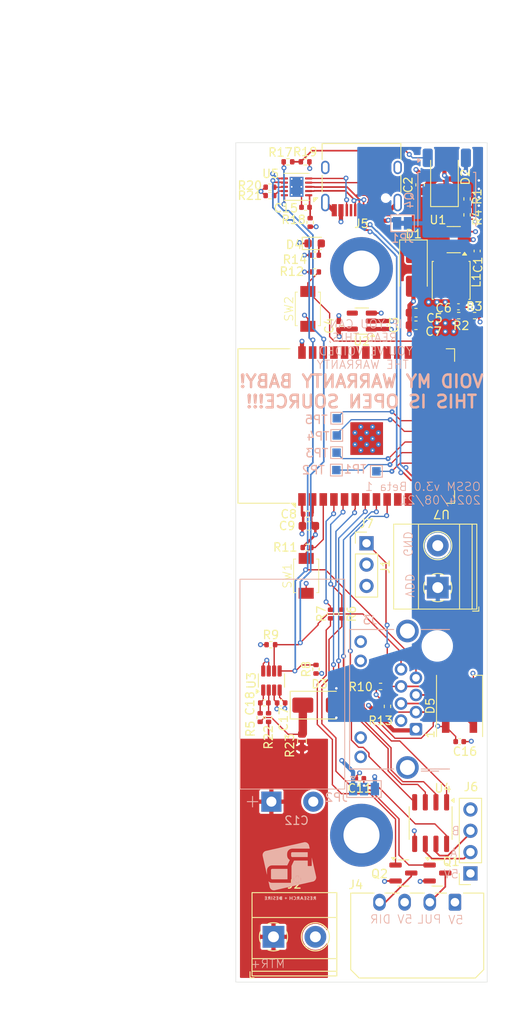
<source format=kicad_pcb>
(kicad_pcb (version 20240108) (generator "pcbnew") (generator_version "8.0")
  (title_block (title "OSSM!") (date "2024-08-21") (rev "V3.0 Beta 1") (company "Research & Desire"))
  (layers (0 "F.Cu" signal) (1 "In1.Cu" signal) (2 "In2.Cu" signal) (31 "B.Cu" signal) (34 "B.Paste" user) (35 "F.Paste" user) (36 "B.SilkS" user "B.Silkscreen") (37 "F.SilkS" user "F.Silkscreen") (38 "B.Mask" user) (39 "F.Mask" user) (44 "Edge.Cuts" user))
  (net 0 "")
  (net 1 "Net-(U1-CB)")
  (net 2 "Net-(D1-K)")
  (net 3 "GND")
  (net 4 "VDD")
  (net 5 "+5V")
  (net 6 "+3V3")
  (net 7 "Net-(U1-FB)")
  (net 8 "Net-(U3-IN+)")
  (net 9 "Net-(JP2-C)")
  (net 10 "/Motor/RS485_A")
  (net 11 "Net-(U3-IN-)")
  (net 12 "Net-(U5-VIN)")
  (net 13 "Net-(D2-A)")
  (net 14 "Net-(D3-K)")
  (net 15 "Net-(D4-A)")
  (net 16 "/ENC_B")
  (net 17 "/ENC_PUSH")
  (net 18 "/POT")
  (net 19 "/ENC_A")
  (net 20 "/MTR_PUL")
  (net 21 "/MTR_DIR")
  (net 22 "/Power/VBUS")
  (net 23 "/USB_D+")
  (net 25 "/Power/CC2")
  (net 26 "/USB_D-")
  (net 27 "/Power/CC1")
  (net 29 "Net-(U1-~{SHDN})")
  (net 30 "/RS485_RO")
  (net 31 "Net-(Q2-B)")
  (net 32 "/Motor/RS485_B")
  (net 33 "/RS485_DI")
  (net 34 "/mcu/ESP_EN")
  (net 35 "/mcu/GPIO0")
  (net 36 "/RS485_DE")
  (net 37 "/~{RS485_RE}")
  (net 38 "Net-(Q4-G)")
  (net 39 "Net-(U5-Gate)")
  (net 40 "Net-(U5-VSET)")
  (net 41 "Net-(U5-ISET)")
  (net 42 "Net-(Q1-B)")
  (net 46 "/mcu/LED_Din")
  (net 47 "/SDA")
  (net 48 "/SCL")
  (net 49 "/Motor/MTR+")
  (net 55 "Net-(U7-IO9)")
  (net 57 "Net-(U7-IO10)")
  (net 58 "Net-(U7-IO11)")
  (net 61 "Net-(U7-IO12)")
  (net 65 "Net-(U7-IO13)")
  (net 70 "Net-(J4-Pin_2)")
  (net 71 "Net-(J4-Pin_4)")
  (net 72 "Net-(D5-DOUT)")
  (footprint "Resistor_SMD:R_0603_1608Metric" (layer "F.Cu") (at 72.9 121.3 90)
    (property "Reference" "R23")
    (property "Value" "0.1")
  )
  (footprint "Package_TO_SOT_SMD:SOT-23-6" (layer "F.Cu") (at 91 61.55 180)
    (property "Reference" "U1")
    (property "Value" "LMR14006")
  )
  (footprint "Resistor_SMD:R_0402_1005Metric" (layer "F.Cu") (at 71.225 52.275)
    (property "Reference" "R17")
    (property "Value" "5.1k")
  )
  (footprint "Connector_USB:USB_C_Receptacle_HRO_TYPE-C-31-M-12" (layer "F.Cu") (at 80 54 180)
    (property "Reference" "J5")
    (property "Value" "USB_C_Receptacle_USB2.0_16P")
  )
  (footprint "Diode_SMD:D_SMA" (layer "F.Cu") (at 86.2 65.1 -90)
    (property "Reference" "D1")
    (property "Value" "B1100")
  )
  (footprint "Capacitor_SMD:C_0603_1608Metric" (layer "F.Cu") (at 86.5 71.75 180)
    (property "Reference" "C7")
    (property "Value" "10u")
  )
  (footprint "Package_TO_SOT_SMD:SOT-23" (layer "F.Cu") (at 85 137)
    (property "Reference" "Q2")
    (property "Value" "BC817")
  )
  (footprint "Resistor_SMD:R_0402_1005Metric" (layer "F.Cu") (at 69.185 109.8)
    (property "Reference" "R9")
    (property "Value" "1k")
  )
  (footprint "Package_SO:SOIC-8_3.9x4.9mm_P1.27mm" (layer "F.Cu") (at 88.25 131.05 -90)
    (property "Reference" "U4")
    (property "Value" "SP3485EN")
  )
  (footprint "RF_Module:ESP32-S3-WROOM-1" (layer "F.Cu") (at 78.16 83.75 90)
    (property "Reference" "U7")
    (property "Value" "ESP32-S3-WROOM-1")
  )
  (footprint "Package_TO_SOT_SMD:SOT-23" (layer "F.Cu") (at 89.0625 137)
    (property "Reference" "Q1")
    (property "Value" "BC817")
  )
  (footprint "Capacitor_SMD:C_0402_1005Metric" (layer "F.Cu") (at 79.8 125.75 180)
    (property "Reference" "C11")
    (property "Value" "0.1u")
  )
  (footprint "Resistor_SMD:R_0402_1005Metric" (layer "F.Cu") (at 68.911359 118.48 90)
    (property "Reference" "R22")
    (property "Value" "10")
  )
  (footprint "Capacitor_SMD:C_0402_1005Metric" (layer "F.Cu") (at 70.411359 116.73 180)
    (property "Reference" "C17")
    (property "Value" "0.1u")
  )
  (footprint "Diode_SMD:D_SMA" (layer "F.Cu") (at 89.9 54.1 90)
    (property "Reference" "D2")
    (property "Value" "B1100")
  )
  (footprint "Capacitor_SMD:C_0402_1005Metric" (layer "F.Cu") (at 73.52 94.25 180)
    (property "Reference" "C8")
    (property "Value" "0.1u")
  )
  (footprint "Diode_SMD:D_SMA" (layer "F.Cu") (at 75 117)
    (property "Reference" "D3")
    (property "Value" "B1100")
  )
  (footprint "Resistor_SMD:R_0402_1005Metric" (layer "F.Cu") (at 92.6 56.7 -90)
    (property "Reference" "R1")
    (property "Value" "DNP")
  )
  (footprint "Connector_PinSocket_2.54mm:PinSocket_1x04_P2.54mm_Vertical" (layer "F.Cu") (at 93 137.05 180)
    (property "Reference" "J6")
    (property "Value" "Conn_01x04")
  )
  (footprint "Resistor_SMD:R_0402_1005Metric" (layer "F.Cu") (at 83.1 117.15 90)
    (property "Reference" "R13")
    (property "Value" "10k")
  )
  (footprint "Capacitor_SMD:C_0603_1608Metric" (layer "F.Cu") (at 87 55.025 90)
    (property "Reference" "C2")
    (property "Value" "10u")
  )
  (footprint "Capacitor_SMD:C_0402_1005Metric" (layer "F.Cu") (at 73.325 57.7 180)
    (property "Reference" "C15")
    (property "Value" "1u")
  )
  (footprint "Package_TO_SOT_SMD:SOT-23-8" (layer "F.Cu") (at 69.256359 114.07 90)
    (property "Reference" "U3")
    (property "Value" "INA219AIDCN")
  )
  (footprint "Connector_PinHeader_2.54mm:PinHeader_1x03_P2.54mm_Vertical" (layer "F.Cu") (at 80.6 97.72)
    (property "Reference" "J7")
    (property "Value" "Conn_01x03")
  )
  (footprint "Capacitor_SMD:C_0402_1005Metric" (layer "F.Cu") (at 91.57 69.55)
    (property "Reference" "C6")
    (property "Value" "22p")
  )
  (footprint "Resistor_SMD:R_0402_1005Metric" (layer "F.Cu") (at 91.6 70.6)
    (property "Reference" "R2")
    (property "Value" "54.9k")
  )
  (footprint "Inductor_SMD:L_Sunlord_SWPA4020S" (layer "F.Cu") (at 90.7 66.4 -90)
    (property "Reference" "L1")
    (property "Value" "10uH")
  )
  (footprint "Resistor_SMD:R_0402_1005Metric" (layer "F.Cu") (at 74.4 65.4)
    (property "Reference" "R12")
    (property "Value" "10k")
  )
  (footprint "Resistor_SMD:R_0402_1005Metric" (layer "F.Cu") (at 69.075 56.3)
    (property "Reference" "R21")
    (property "Value" "DNP")
  )
  (footprint "TerminalBlock_Phoenix:TerminalBlock_Phoenix_MKDS-1,5-2_1x02_P5.00mm_Horizontal" (layer "F.Cu") (at 69.5 144.6)
    (property "Reference" "J2")
    (property "Value" "Screw_Terminal_01x02")
  )
  (footprint "Package_TO_SOT_SMD:SOT-23-5" (layer "F.Cu") (at 80.0375 71.25 180)
    (property "Reference" "U2")
    (property "Value" "ME6211C33")
  )
  (footprint "Capacitor_SMD:C_0402_1005Metric" (layer "F.Cu") (at 91.72 121.35)
    (property "Reference" "C16")
    (property "Value" "0.1u")
  )
  (footprint "Package_DFN_QFN:DFN-10-1EP_3x3mm_P0.5mm_EP1.65x2.38mm_ThermalVias" (layer "F.Cu") (at 72.25 55.26 180)
    (property "Reference" "U5")
    (property "Value" "HUSB238")
  )
  (footprint "OSSM_parts:SW_TACT_TS-1088-AR02016" (layer "F.Cu") (at 73.6 69.8 90)
    (property "Reference" "SW2")
    (property "Value" "SW_Push")
  )
  (footprint "Capacitor_SMD:C_0603_1608Metric" (layer "F.Cu") (at 73.72 95.65 180)
    (property "Reference" "C9")
    (property "Value" "10u")
  )
  (footprint "Capacitor_SMD:C_0603_1608Metric" (layer "F.Cu") (at 86.5 70.25 180)
    (property "Reference" "C5")
    (property "Value" "10u")
  )
  (footprint "Resistor_SMD:R_0402_1005Metric" (layer "F.Cu") (at 73.875 59.5 -90)
    (property "Reference" "R18")
    (property "Value" "10")
  )
  (footprint "Resistor_SMD:R_0402_1005Metric" (layer "F.Cu") (at 82.275 114.775 180)
    (property "Reference" "R10")
    (property "Value" "47k")
  )
  (footprint "Capacitor_SMD:C_0402_1005Metric" (layer "F.Cu") (at 77.3 71.8 90)
    (property "Reference" "C4")
    (property "Value" "1u")
  )
  (footprint "Resistor_SMD:R_0402_1005Metric" (layer "F.Cu") (at 73.275 52.275)
    (property "Reference" "R19")
    (property "Value" "49.9k")
  )
  (footprint "Resistor_SMD:R_0402_1005Metric" (layer "F.Cu") (at 69.075 55.3)
    (property "Reference" "R20")
    (property "Value" "DNP")
  )
  (footprint "TerminalBlock_Phoenix:TerminalBlock_Phoenix_MKDS-1,5-2_1x02_P5.00mm_Horizontal" (layer "F.Cu") (at 89.1 103 90)
    (property "Reference" "J1")
    (property "Value" "Screw_Terminal_01x02")
  )
  (footprint "Capacitor_SMD:C_0402_1005Metric" (layer "F.Cu") (at 68.411359 116.73)
    (property "Reference" "C18")
    (property "Value" "0.1u")
  )
  (footprint "Resistor_SMD:R_0402_1005Metric" (layer "F.Cu") (at 67.911359 118.48 90)
    (property "Reference" "R5")
    (property "Value" "10")
  )
  (footprint "OSSM_parts:SW_TACT_TS-1088-AR02016" (layer "F.Cu") (at 73.4 101.6 90)
    (property "Reference" "SW1")
    (property "Value" "SW_Push")
  )
  (footprint "LED_SMD:LED_0603_1608Metric" (layer "F.Cu") (at 74.4125 62)
    (property "Reference" "D4")
    (property "Value" "Blue")
  )
  (footprint "Resistor_SMD:R_0402_1005Metric" (layer "F.Cu") (at 74.4 63.4)
    (property "Reference" "R14")
    (property "Value" "1k")
  )
  (footprint "Resistor_SMD:R_0402_1005Metric" (layer "F.Cu") (at 74.575 112.725 90)
    (property "Reference" "R8")
    (property "Value" "1k")
  )
  (footprint "Resistor_SMD:R_0402_1005Metric" (layer "F.Cu") (at 76.3 106.15 -90)
    (property "Reference" "R7")
    (property "Value" "220")
  )
  (footprint "LED_SMD:LED_WS2812B_PLCC4_5.0x5.0mm_P3.2mm" (layer "F.Cu") (at 91.7 117.1 90)
    (property "Reference" "D5")
    (property "Value" "WS2812B")
  )
  (footprint "Capacitor_SMD:C_0402_1005Metric" (layer "F.Cu") (at 82.7 71.72 90)
    (property "Reference" "C3")
    (property "Value" "1u")
  )
  (footprint "Connector_Molex:Molex_Micro-Fit_3.0_43650-0400_1x04_P3.00mm_Horizontal" (layer "F.Cu") (at 91.15 140.48 180)
    (property "Reference" "J4")
    (property "Value" "Conn_01x04")
  )
  (footprint "Resistor_SMD:R_0402_1005Metric" (layer "F.Cu") (at 92.6 58.6 -90)
    (property "Reference" "R4")
    (property "Value" "DNP")
  )
  (footprint "MountingHole:MountingHole_4.3mm_M4_DIN965_Pad" (layer "F.Cu") (at 80 65)
    (property "Reference" "H1" (hide yes))
    (property "Value" "MountingHole")
  )
  (footprint "Resistor_SMD:R_0402_1005Metric" (layer "F.Cu") (at 93.5 70.6)
    (property "Reference" "R3")
    (property "Value" "10k")
  )
  (footprint "Resistor_SMD:R_0402_1005Metric" (layer "F.Cu") (at 73.5 98.225)
    (property "Reference" "R11")
    (property "Value" "10k")
  )
  (footprint "MountingHole:MountingHole_4.3mm_M4_DIN965_Pad" (layer "F.Cu") (at 80 132.5)
    (property "Reference" "H2" (hide yes))
    (property "Value" "MountingHole")
  )
  (footprint "Capacitor_SMD:C_0402_1005Metric" (layer "F.Cu") (at 93.8 62.9 -90)
    (property "Reference" "C1")
    (property "Value" "0.1u")
  )
  (footprint "Resistor_SMD:R_0402_1005Metric" (layer "F.Cu") (at 77.65 106.14 -90)
    (property "Reference" "R6")
    (property "Value" "220")
  )
  (footprint "TestPoint:TestPoint_Pad_1.0x1.0mm" (layer "B.Cu") (at 81.775 89.15)
    (property "Reference" "TP1")
    (property "Value" "TestPoint")
  )
  (footprint "Connector_RJ:RJ45_Connfly_DS1128-09-S8xx-S_Horizontal" (layer "B.Cu") (at 86.5 119.87 90)
    (property "Reference" "J3")
    (property "Value" "RJ45")
  )
  (footprint "Jumper:SolderJumper-2_P1.3mm_Bridged_Pad1.0x1.5mm" (layer "B.Cu") (at 84.9 59.6)
    (property "Reference" "JP1")
    (property "Value" "Jumper_2_Bridged")
  )
  (footprint "Jumper:SolderJumper-3_P1.3mm_Bridged12_Pad1.0x1.5mm" (layer "B.Cu") (at 80.3 127)
    (property "Reference" "JP2")
    (property "Value" "Jumper_3_Bridged12")
  )
  (footprint "Package_TO_SOT_SMD:TO-252-2" (layer "B.Cu") (at 90.18 56.84 -90)
    (property "Reference" "Q4")
    (property "Value" "40P04")
  )
  (footprint "TestPoint:TestPoint_Pad_1.0x1.0mm" (layer "B.Cu") (at 77.05 82.825)
    (property "Reference" "TP5")
    (property "Value" "TestPoint")
  )
  (footprint "TestPoint:TestPoint_Pad_1.0x1.0mm" (layer "B.Cu") (at 77.025 86.925)
    (property "Reference" "TP3")
    (property "Value" "TestPoint")
  )
  (footprint "TestPoint:TestPoint_Pad_1.0x1.0mm" (layer "B.Cu") (at 77 89)
    (property "Reference" "TP2")
    (property "Value" "TestPoint")
  )
  (footprint "OSSM_parts:CP_Radial_D12.5mm_P5.00mm_L25mm" (layer "B.Cu") (at 69.25 128.5)
    (property "Reference" "C12")
    (property "Value" "1500uF")
  )
  (footprint "TestPoint:TestPoint_Pad_1.0x1.0mm" (layer "B.Cu") (at 77.05 84.875)
    (property "Reference" "TP4")
    (property "Value" "TestPoint")
  )
  (gr_poly (pts (xy 72.43661 139.869345) (xy 72.431241 139.869495) (xy 72.426701 139.869808) (xy 72.42241 139.870348) (xy 72.418367 139.871112) (xy 72.414572 139.8721) (xy 72.411025 139.873307) (xy 72.407726 139.874732) (xy 72.404675 139.876372) (xy 72.403242 139.877273) (xy 72.401872 139.878226) (xy 72.400564 139.879232) (xy 72.399317 139.880291) (xy 72.398133 139.881402) (xy 72.39701 139.882564) (xy 72.39595 139.883778) (xy 72.394952 139.885043) (xy 72.394015 139.88636) (xy 72.393141 139.887726) (xy 72.392329 139.889144) (xy 72.391578 139.890611) (xy 72.390264 139.893695) (xy 72.389197 139.896976) (xy 72.388379 139.900451) (xy 72.387582 139.905226) (xy 72.387078 139.909827) (xy 72.386869 139.914254) (xy 72.386956 139.918508) (xy 72.387341 139.922588) (xy 72.388025 139.926495) (xy 72.38901 139.930228) (xy 72.390297 139.933788) (xy 72.391887 139.937174) (xy 72.393784 139.940386) (xy 72.395987 139.943425) (xy 72.398499 139.94629) (xy 72.401321 139.948981) (xy 72.404454 139.951499) (xy 72.407901 139.953842) (xy 72.411662 139.956013) (xy 72.415655 139.958081) (xy 72.419694 139.960106) (xy 72.423777 139.962068) (xy 72.4279 139.96395) (xy 72.432061 139.965733) (xy 72.436256 139.967398) (xy 72.440481 139.968926) (xy 72.444735 139.9703) (xy 72.447447 139.971081) (xy 72.450077 139.971739) (xy 72.452624 139.972273) (xy 72.455089 139.972684) (xy 72.457471 139.972972) (xy 72.45977 139.973138) (xy 72.461986 139.973181) (xy 72.464119 139.973103) (xy 72.466169 139.972902) (xy 72.468135 139.972581) (xy 72.470018 139.972138) (xy 72.471817 139.971574) (xy 72.473531 139.97089) (xy 72.475162 139.970085) (xy 72.476709 139.969161) (xy 72.478171 139.968117) (xy 72.479549 139.966953) (xy 72.480842 139.965671) (xy 72.482051 139.964269) (xy 72.483174 139.962749) (xy 72.484212 139.961111) (xy 72.485166 139.959355) (xy 72.486033 139.957482) (xy 72.486816 139.955491) (xy 72.487512 139.953383) (xy 72.488123 139.951158) (xy 72.488648 139.948817) (xy 72.489087 139.946359) (xy 72.48944 139.943786) (xy 72.489706 139.941097) (xy 72.489885 139.938293) (xy 72.489978 139.935374) (xy 72.490066 139.933486) (xy 72.490132 139.931526) (xy 72.490179 139.929399) (xy 72.49021 139.927008) (xy 72.490239 139.921052) (xy 72.490243 139.912887) (xy 72.489813 139.901609) (xy 72.489605 139.89765) (xy 72.489313 139.893428) (xy 72.488915 139.889037) (xy 72.48867 139.886809) (xy 72.488391 139.884576) (xy 72.48819 139.883203) (xy 72.487887 139.881868) (xy 72.487484 139.880576) (xy 72.486985 139.879334) (xy 72.486701 139.878733) (xy 72.486394 139.878147) (xy 72.486064 139.877577) (xy 72.485712 139.877023) (xy 72.485339 139.876486) (xy 72.484944 139.875967) (xy 72.484528 139.875466) (xy 72.484091 139.874985) (xy 72.483635 139.874524) (xy 72.483159 139.874083) (xy 72.482663 139.873665) (xy 72.482148 139.873269) (xy 72.481615 139.872896) (xy 72.481064 139.872548) (xy 72.480494 139.872224) (xy 72.479908 139.871925) (xy 72.479304 139.871654) (xy 72.478683 139.871409) (xy 72.478046 139.871192) (xy 72.477394 139.871004) (xy 72.476726 139.870845) (xy 72.476042 139.870716) (xy 72.475344 139.870619) (xy 72.474632 139.870553) (xy 72.463722 139.869867) (xy 72.458275 139.869614) (xy 72.452837 139.869429) (xy 72.447412 139.869318) (xy 72.442002 139.869289)) (stroke (width -0.000001)) (fill solid) (layer "B.SilkS"))
  (gr_poly (pts (xy 73.630994 139.778271) (xy 73.622319 139.778581) (xy 73.613683 139.779155) (xy 73.605086 139.78) (xy 73.596532 139.781123) (xy 73.588021 139.782532) (xy 73.579555 139.784233) (xy 73.571136 139.786233) (xy 73.562765 139.78854) (xy 73.554443 139.791159) (xy 73.546172 139.794099) (xy 73.537955 139.797366) (xy 73.529791 139.800967) (xy 73.52876 139.801492) (xy 73.527753 139.802073) (xy 73.52677 139.802707) (xy 73.525814 139.803392) (xy 73.524885 139.804124) (xy 73.523985 139.804901) (xy 73.523116 139.805719) (xy 73.522279 139.806577) (xy 73.521476 139.80747) (xy 73.520709 139.808397) (xy 73.519978 139.809354) (xy 73.519285 139.810339) (xy 73.518632 139.811348) (xy 73.51802 139.812379) (xy 73.517451 139.813428) (xy 73.516926 139.814494) (xy 73.516447 139.815573) (xy 73.516015 139.816662) (xy 73.515631 139.817759) (xy 73.515298 139.81886) (xy 73.515017 139.819963) (xy 73.514789 139.821065) (xy 73.514616 139.822163) (xy 73.514499 139.823254) (xy 73.51444 139.824336) (xy 73.51444 139.825405) (xy 73.514501 139.826458) (xy 73.514624 139.827493) (xy 73.51481 139.828507) (xy 73.515062 139.829498) (xy 73.515381 139.830461) (xy 73.515768 139.831394) (xy 73.518175 139.836342) (xy 73.520638 139.841263) (xy 73.523163 139.846152) (xy 73.525756 139.851007) (xy 73.528424 139.855825) (xy 73.531172 139.860603) (xy 73.534007 139.865337) (xy 73.536935 139.870025) (xy 73.537663 139.871157) (xy 73.538457 139.872263) (xy 73.539315 139.873327) (xy 73.540234 139.874337) (xy 73.540716 139.874816) (xy 73.541212 139.875276) (xy 73.541722 139.875715) (xy 73.542246 139.876131) (xy 73.542784 139.876523) (xy 73.543335 139.876888) (xy 73.543899 139.877225) (xy 73.544476 139.877532) (xy 73.545065 139.877807) (xy 73.545666 139.878049) (xy 73.546279 139.878255) (xy 73.546903 139.878424) (xy 73.547539 139.878555) (xy 73.548186 139.878644) (xy 73.548843 139.878691) (xy 73.549511 139.878694) (xy 73.550189 139.87865) (xy 73.550876 139.878559) (xy 73.551573 139.878417) (xy 73.55228 139.878225) (xy 73.552995 139.877979) (xy 73.553719 139.877678) (xy 73.554451 139.87732) (xy 73.555191 139.876904) (xy 73.557241 139.875728) (xy 73.559322 139.874678) (xy 73.56143 139.873744) (xy 73.563566 139.872916) (xy 73.567908 139.871548) (xy 73.572331 139.870504) (xy 73.57682 139.869714) (xy 73.581357 139.869109) (xy 73.590513 139.868173) (xy 73.599669 139.867137) (xy 73.604207 139.866408) (xy 73.608695 139.865444) (xy 73.613119 139.864177) (xy 73.615301 139.863408) (xy 73.61746 139.862536) (xy 73.619596 139.861554) (xy 73.621705 139.860452) (xy 73.623785 139.859222) (xy 73.625835 139.857854) (xy 73.626743 139.85724) (xy 73.627678 139.856687) (xy 73.628639 139.856193) (xy 73.629626 139.855757) (xy 73.630635 139.855378) (xy 73.631666 139.855054) (xy 73.632716 139.854785) (xy 73.633785 139.854568) (xy 73.63487 139.854403) (xy 73.635971 139.854288) (xy 73.638211 139.854204) (xy 73.640492 139.854305) (xy 73.642801 139.854581) (xy 73.645126 139.855021) (xy 73.647454 139.855615) (xy 73.649771 139.856353) (xy 73.652066 139.857223) (xy 73.654325 139.858216) (xy 73.656536 139.859321) (xy 73.658685 139.860527) (xy 73.66076 139.861825) (xy 73.663037 139.863163) (xy 73.665386 139.864421) (xy 73.670182 139.866823) (xy 73.672573 139.868029) (xy 73.674922 139.86928) (xy 73.6772 139.870608) (xy 73.67938 139.872044) (xy 73.681433 139.87362) (xy 73.682402 139.874469) (xy 73.68333 139.875366) (xy 73.684211 139.876313) (xy 73.685043 139.877315) (xy 73.685822 139.878375) (xy 73.686545 139.879497) (xy 73.687207 139.880686) (xy 73.687806 139.881945) (xy 73.688337 139.883278) (xy 73.688798 139.884689) (xy 73.689185 139.886182) (xy 73.689494 139.887761) (xy 73.689722 139.889429) (xy 73.689864 139.891192) (xy 73.690004 139.894879) (xy 73.690014 139.898314) (xy 73.689877 139.901516) (xy 73.689575 139.904508) (xy 73.68909 139.907309) (xy 73.688773 139.908645) (xy 73.688404 139.90994) (xy 73.68798 139.911198) (xy 73.6875 139.912421) (xy 73.68696 139.913612) (xy 73.686359 139.914773) (xy 73.685694 139.915907) (xy 73.684964 139.917017) (xy 73.684165 139.918105) (xy 73.683296 139.919173) (xy 73.682355 139.920224) (xy 73.681339 139.921261) (xy 73.680246 139.922286) (xy 73.679074 139.923302) (xy 73.676484 139.925317) (xy 73.67355 139.927326) (xy 73.670255 139.92935) (xy 73.666581 139.931409) (xy 73.63407 139.94874) (xy 73.625888 139.952948) (xy 73.617654 139.957008) (xy 73.609351 139.96087) (xy 73.600964 139.964483) (xy 73.597001 139.966178) (xy 73.593144 139.967987) (xy 73.589389 139.969905) (xy 73.58573 139.971928) (xy 73.582163 139.974052) (xy 73.578682 139.976272) (xy 73.575283 139.978585) (xy 73.57196 139.980986) (xy 73.568708 139.98347) (xy 73.565522 139.986034) (xy 73.562398 139.988673) (xy 73.55933 139.991383) (xy 73.556313 139.99416) (xy 73.553342 139.996999) (xy 73.547519 140.002848) (xy 73.544638 140.005748) (xy 73.541676 140.008608) (xy 73.535654 140.014296) (xy 73.532666 140.017168) (xy 73.529743 140.020089) (xy 73.52692 140.023081) (xy 73.524235 140.026165) (xy 73.521724 140.029363) (xy 73.519422 140.032699) (xy 73.518361 140.034425) (xy 73.517367 140.036193) (xy 73.516443 140.038007) (xy 73.515595 140.039869) (xy 73.514826 140.041781) (xy 73.514142 140.043747) (xy 73.513547 140.045769) (xy 73.513045 140.04785) (xy 73.512642 140.049994) (xy 73.51234 140.052201) (xy 73.512147 140.054476) (xy 73.512064 140.056821) (xy 73.511502 140.080638) (xy 73.511432 140.092499) (xy 73.511591 140.098402) (xy 73.511932 140.104282) (xy 73.512497 140.110133) (xy 73.513325 140.115953) (xy 73.514458 140.121736) (xy 73.515934 140.127479) (xy 73.517795 140.133176) (xy 73.520081 140.138824) (xy 73.522831 140.144419) (xy 73.526087 140.149956) (xy 73.527632 140.152309) (xy 73.529196 140.154606) (xy 73.530785 140.156845) (xy 73.532404 140.159026) (xy 73.534061 140.161148) (xy 73.535761 140.163211) (xy 73.537511 140.165213) (xy 73.539316 140.167154) (xy 73.541184 140.169032) (xy 73.54312 140.170849) (xy 73.54513 140.172601) (xy 73.547221 140.174289) (xy 73.549399 140.175913) (xy 73.551669 140.17747) (xy 73.554039 140.178961) (xy 73.556514 140.180384) (xy 73.570795 140.18796) (xy 73.577937 140.19151) (xy 73.585085 140.194864) (xy 73.592244 140.197993) (xy 73.599418 140.200869) (xy 73.606612 140.203463) (xy 73.613829 140.205748) (xy 73.621074 140.207695) (xy 73.628352 140.209276) (xy 73.635666 140.210462) (xy 73.64302 140.211225) (xy 73.650419 140.211538) (xy 73.657868 140.21137) (xy 73.66537 140.210695) (xy 73.67293 140.209484) (xy 73.686068 140.209629) (xy 73.698264 140.209847) (xy 73.704086 140.209884) (xy 73.709765 140.209818) (xy 73.715333 140.20961) (xy 73.72082 140.209219) (xy 73.73245 140.208011) (xy 73.74296 140.206443) (xy 73.752386 140.20447) (xy 73.756705 140.203317) (xy 73.760768 140.202046) (xy 73.764579 140.200652) (xy 73.768144 140.199128) (xy 73.771466 140.19747) (xy 73.774552 140.195671) (xy 73.777405 140.193726) (xy 73.78003 140.19163) (xy 73.782433 140.189377) (xy 73.784618 140.186961) (xy 73.786589 140.184377) (xy 73.788352 140.181619) (xy 73.789912 140.178682) (xy 73.791273 140.175559) (xy 73.79244 140.172247) (xy 73.793418 140.168738) (xy 73.794211 140.165028) (xy 73.794825 140.16111) (xy 73.795264 140.15698) (xy 73.795533 140.152631) (xy 73.795636 140.148059) (xy 73.79558 140.143257) (xy 73.795004 140.132942) (xy 73.793845 140.121642) (xy 73.793695 140.120729) (xy 73.793497 140.119824) (xy 73.79325 140.118932) (xy 73.792957 140.118052) (xy 73.792619 140.117186) (xy 73.792239 140.116338) (xy 73.791817 140.115507) (xy 73.791356 140.114697) (xy 73.790857 140.113908) (xy 73.790321 140.113142) (xy 73.789751 140.112402) (xy 73.789147 140.111689) (xy 73.788513 140.111004) (xy 73.787848 140.11035) (xy 73.787155 140.109728) (xy 73.786436 140.10914) (xy 73.785693 140.108588) (xy 73.784926 140.108073) (xy 73.784137 140.107597) (xy 73.783329 140.107162) (xy 73.782502 140.10677) (xy 73.781659 140.106422) (xy 73.780801 140.10612) (xy 73.779929 140.105866) (xy 73.779046 140.105662) (xy 73.778153 140.105509) (xy 73.777252 140.105409) (xy 73.776344 140.105364) (xy 73.775431 140.105375) (xy 73.774515 140.105445) (xy 73.773596 140.105575) (xy 73.772678 140.105767) (xy 73.762891 140.108021) (xy 73.753016 140.110108) (xy 73.733255 140.1143) (xy 73.723492 140.116666) (xy 73.718668 140.117973) (xy 73.713891 140.119385) (xy 73.70917 140.120918) (xy 73.704513 140.122589) (xy 73.699927 140.124412) (xy 73.69542 140.126406) (xy 73.692301 140.127821) (xy 73.689243 140.129044) (xy 73.686245 140.130082) (xy 73.683303 140.130941) (xy 73.680415 140.131628) (xy 73.677579 140.13215) (xy 73.674793 140.132513) (xy 73.672054 140.132723) (xy 73.66936 140.132788) (xy 73.666708 140.132713) (xy 73.664097 140.132506) (xy 73.661524 140.132173) (xy 73.658987 140.131721) (xy 73.656483 140.131156) (xy 73.651565 140.129713) (xy 73.646753 140.127899) (xy 73.642028 140.125765) (xy 73.637371 140.123365) (xy 73.632763 140.120751) (xy 73.623623 140.115091) (xy 73.614457 140.109208) (xy 73.613467 140.108536) (xy 73.612529 140.107813) (xy 73.611644 140.107042) (xy 73.610813 140.106225) (xy 73.610035 140.105366) (xy 73.609311 140.104468) (xy 73.608641 140.103533) (xy 73.608025 140.102564) (xy 73.607463 140.101565) (xy 73.606955 140.100538) (xy 73.606502 140.099486) (xy 73.606104 140.098413) (xy 73.605761 140.09732) (xy 73.605474 140.096212) (xy 73.605241 140.095092) (xy 73.605065 140.093961) (xy 73.604944 140.092823) (xy 73.604879 140.091681) (xy 73.60487 140.090538) (xy 73.604918 140.089397) (xy 73.605022 140.088261) (xy 73.605183 140.087133) (xy 73.605401 140.086015) (xy 73.605677 140.084912) (xy 73.606009 140.083824) (xy 73.606399 140.082757) (xy 73.606847 140.081712) (xy 73.607353 140.080693) (xy 73.607917 140.079702) (xy 73.608539 140.078742) (xy 73.60922 140.077817) (xy 73.60996 140.076929) (xy 73.614258 140.072135) (xy 73.616441 140.069795) (xy 73.618653 140.067499) (xy 73.620902 140.065251) (xy 73.623191 140.063055) (xy 73.625528 140.060916) (xy 73.627918 140.058838) (xy 73.630367 140.056825) (xy 73.632881 140.054881) (xy 73.635465 140.053011) (xy 73.638125 140.051219) (xy 73.640868 140.049509) (xy 73.643698 140.047885) (xy 73.646623 140.046352) (xy 73.649647 140.044913) (xy 73.728492 140.005227) (xy 73.732043 140.003595) (xy 73.735451 140.001871) (xy 73.738719 140.000049) (xy 73.741846 139.998124) (xy 73.744833 139.996091) (xy 73.747682 139.993943) (xy 73.750393 139.991676) (xy 73.752966 139.989285) (xy 73.755404 139.986763) (xy 73.757705 139.984106) (xy 73.759872 139.981307) (xy 73.761905 139.978362) (xy 73.763804 139.975265) (xy 73.76557 139.972011) (xy 73.767205 139.968594) (xy 73.768709 139.965009) (xy 73.770896 139.959983) (xy 73.773257 139.955017) (xy 73.775742 139.950094) (xy 73.778301 139.945198) (xy 73.783443 139.93543) (xy 73.785928 139.930525) (xy 73.788289 139.925587) (xy 73.789864 139.922018) (xy 73.791217 139.918455) (xy 73.792348 139.914898) (xy 73.793258 139.911345) (xy 73.793948 139.907797) (xy 73.794419 139.904253) (xy 73.794671 139.900714) (xy 73.794705 139.897177) (xy 73.794522 139.893644) (xy 73.794123 139.890114) (xy 73.793509 139.886585) (xy 73.792679 139.883059) (xy 73.791636 139.879534) (xy 73.79038 139.876011) (xy 73.788911 139.872488) (xy 73.78723 139.868966) (xy 73.786426 139.86729) (xy 73.785606 139.865633) (xy 73.783956 139.862351) (xy 73.783146 139.860712) (xy 73.782356 139.859068) (xy 73.781598 139.857412) (xy 73.78088 139.855737) (xy 73.778928 139.850922) (xy 73.776844 139.8463) (xy 73.77463 139.841866) (xy 73.772289 139.837617) (xy 73.769824 139.833549) (xy 73.767238 139.829659) (xy 73.764532 139.825943) (xy 73.761711 139.822399) (xy 73.758775 139.819021) (xy 73.755729 139.815808) (xy 73.752575 139.812755) (xy 73.749315 139.80986) (xy 73.745952 139.807117) (xy 73.742489 139.804525) (xy 73.738929 139.802079) (xy 73.735273 139.799776) (xy 73.731525 139.797613) (xy 73.727688 139.795586) (xy 73.723764 139.793691) (xy 73.719755 139.791926) (xy 73.711496 139.788768) (xy 73.702932 139.786084) (xy 73.694084 139.783847) (xy 73.684974 139.782028) (xy 73.675622 139.780601) (xy 73.666051 139.779536) (xy 73.657237 139.778858) (xy 73.648454 139.778417) (xy 73.639706 139.778218)) (stroke (width -0.000001)) (fill solid) (layer "B.SilkS"))
  (gr_poly (pts (xy 70.405525 139.778917) (xy 70.388065 139.779702) (xy 70.370666 139.781126) (xy 70.361515 139.782223) (xy 70.352422 139.783629) (xy 70.343398 139.785343) (xy 70.334451 139.787364) (xy 70.325591 139.78969) (xy 70.316828 139.79232) (xy 70.308169 139.795253) (xy 70.299625 139.798488) (xy 70.291206 139.802024) (xy 70.28292 139.80586) (xy 70.274776 139.809994) (xy 70.266784 139.814425) (xy 70.258954 139.819152) (xy 70.251294 139.824175) (xy 70.243813 139.829491) (xy 70.236522 139.835099) (xy 70.23016 139.840551) (xy 70.224167 139.846284) (xy 70.218544 139.852285) (xy 70.213288 139.858544) (xy 70.208398 139.86505) (xy 70.203873 139.87179) (xy 70.19971 139.878755) (xy 70.195908 139.885933) (xy 70.192466 139.893312) (xy 70.189382 139.900881) (xy 70.186655 139.90863) (xy 70.184283 139.916546) (xy 70.182264 139.924619) (xy 70.180597 139.932837) (xy 70.179281 139.94119) (xy 70.178313 139.949665) (xy 70.178031 139.953342) (xy 70.177866 139.957029) (xy 70.1778 139.960725) (xy 70.177813 139.964428) (xy 70.178002 139.971845) (xy 70.17828 139.979265) (xy 70.178497 139.986672) (xy 70.178499 139.994052) (xy 70.178373 139.997727) (xy 70.178136 140.001389) (xy 70.17777 140.005036) (xy 70.177255 140.008666) (xy 70.17629 140.016581) (xy 70.175911 140.024539) (xy 70.176097 140.032522) (xy 70.176825 140.040512) (xy 70.178075 140.048492) (xy 70.179824 140.056443) (xy 70.182051 140.064349) (xy 70.184733 140.072191) (xy 70.187851 140.079951) (xy 70.191381 140.087613) (xy 70.195302 140.095157) (xy 70.199593 140.102567) (xy 70.204232 140.109825) (xy 70.209196 140.116912) (xy 70.220018 140.130506) (xy 70.231885 140.143208) (xy 70.244623 140.154874) (xy 70.258059 140.165364) (xy 70.272021 140.174535) (xy 70.279145 140.178582) (xy 70.286335 140.182246) (xy 70.29357 140.185509) (xy 70.300827 140.188354) (xy 70.308086 140.190763) (xy 70.315325 140.192719) (xy 70.322522 140.194203) (xy 70.329655 140.195197) (xy 70.334587 140.195875) (xy 70.339467 140.196788) (xy 70.344306 140.197893) (xy 70.349114 140.199145) (xy 70.368251 140.204755) (xy 70.373063 140.206088) (xy 70.377908 140.207307) (xy 70.382795 140.208366) (xy 70.387735 140.209223) (xy 70.392739 140.209834) (xy 70.397817 140.210154) (xy 70.402979 140.21014) (xy 70.408236 140.209748) (xy 70.415491 140.209058) (xy 70.422768 140.208643) (xy 70.430063 140.208453) (xy 70.437374 140.208442) (xy 70.466709 140.209219) (xy 70.48139 140.209428) (xy 70.488722 140.209319) (xy 70.496045 140.209004) (xy 70.503356 140.208435) (xy 70.510651 140.207564) (xy 70.517928 140.206342) (xy 70.525183 140.204722) (xy 70.526971 140.201018) (xy 70.528572 140.1973) (xy 70.529993 140.193568) (xy 70.531246 140.189822) (xy 70.533279 140.182294) (xy 70.534745 140.174721) (xy 70.535716 140.167109) (xy 70.536266 140.159464) (xy 70.536467 140.151792) (xy 70.536394 140.144099) (xy 70.535717 140.128672) (xy 70.534819 140.113229) (xy 70.534471 140.105517) (xy 70.534287 140.097818) (xy 70.534342 140.090138) (xy 70.534707 140.082484) (xy 70.535338 140.070565) (xy 70.535683 140.058626) (xy 70.535805 140.046667) (xy 70.535765 140.034694) (xy 70.535236 139.986706) (xy 70.535148 139.986793) (xy 70.535112 139.986828) (xy 70.535079 139.986858) (xy 70.53505 139.986884) (xy 70.535023 139.986905) (xy 70.53501 139.986914) (xy 70.534997 139.986923) (xy 70.534984 139.98693) (xy 70.534972 139.986937) (xy 70.53496 139.986943) (xy 70.534947 139.986948) (xy 70.534935 139.986952) (xy 70.534922 139.986956) (xy 70.534908 139.986959) (xy 70.534894 139.986962) (xy 70.534865 139.986966) (xy 70.534832 139.986968) (xy 70.534796 139.986969) (xy 70.534708 139.98697) (xy 70.534733 139.952674) (xy 70.444287 139.952674) (xy 70.44422 139.99676) (xy 70.443426 139.99676) (xy 70.443492 140.048353) (xy 70.443426 140.07415) (xy 70.443161 140.099947) (xy 70.443053 140.101905) (xy 70.442823 140.103805) (xy 70.442472 140.105637) (xy 70.441996 140.107393) (xy 70.441392 140.109063) (xy 70.441042 140.109864) (xy 70.440659 140.11064) (xy 70.440244 140.11139) (xy 70.439795 140.112113) (xy 70.439312 140.112808) (xy 70.438796 140.113474) (xy 70.438246 140.11411) (xy 70.437661 140.114714) (xy 70.437041 140.115286) (xy 70.436387 140.115825) (xy 70.435697 140.116328) (xy 70.434972 140.116796) (xy 70.434211 140.117227) (xy 70.433414 140.11762) (xy 70.43258 140.117974) (xy 70.431709 140.118288) (xy 70.430802 140.11856) (xy 70.429857 140.11879) (xy 70.428875 140.118976) (xy 70.427855 140.119118) (xy 70.426796 140.119213) (xy 70.425699 140.119262) (xy 70.396132 140.120883) (xy 70.388755 140.121047) (xy 70.385082 140.121032) (xy 70.381422 140.120936) (xy 70.377778 140.120749) (xy 70.374152 140.120459) (xy 70.370545 140.120055) (xy 70.366961 140.119526) (xy 70.358212 140.117854) (xy 70.349922 140.115797) (xy 70.342094 140.113332) (xy 70.334728 140.110432) (xy 70.331218 140.108811) (xy 70.327825 140.107073) (xy 70.324548 140.105214) (xy 70.321387 140.10323) (xy 70.318343 140.10112) (xy 70.315415 140.098879) (xy 70.312605 140.096505) (xy 70.309911 140.093995) (xy 70.307334 140.091345) (xy 70.304874 140.088552) (xy 70.302531 140.085614) (xy 70.300307 140.082527) (xy 70.298199 140.079288) (xy 70.29621 140.075893) (xy 70.294338 140.072341) (xy 70.292585 140.068628) (xy 70.290949 140.06475) (xy 70.289432 140.060705) (xy 70.288034 140.056489) (xy 70.286754 140.052099) (xy 70.285593 140.047533) (xy 70.284551 140.042787) (xy 70.282824 140.032743) (xy 70.282478 140.030011) (xy 70.282226 140.027274) (xy 70.282054 140.024531) (xy 70.281952 140.021783) (xy 70.281908 140.016274) (xy 70.281998 140.010749) (xy 70.282124 140.005212) (xy 70.282192 139.999666) (xy 70.282104 139.994113) (xy 70.281972 139.991335) (xy 70.281765 139.988557) (xy 70.281328 139.981051) (xy 70.281204 139.973764) (xy 70.281389 139.966698) (xy 70.281878 139.959857) (xy 70.282667 139.953241) (xy 70.28375 139.946853) (xy 70.285124 139.940696) (xy 70.286784 139.934772) (xy 70.288726 139.929082) (xy 70.290944 139.92363) (xy 70.293434 139.918417) (xy 70.296193 139.913445) (xy 70.299214 139.908717) (xy 70.302494 139.904236) (xy 70.306028 139.900002) (xy 70.309811 139.896019) (xy 70.31384 139.892289) (xy 70.318109 139.888813) (xy 70.322613 139.885595) (xy 70.327349 139.882636) (xy 70.332312 139.879939) (xy 70.337497 139.877505) (xy 70.342899 139.875338) (xy 70.348515 139.873439) (xy 70.354339 139.87181) (xy 70.360367 139.870454) (xy 70.366595 139.869374) (xy 70.373017 139.86857) (xy 70.379629 139.868046) (xy 70.386428 139.867803) (xy 70.393407 139.867845) (xy 70.400564 139.868172) (xy 70.414105 139.869097) (xy 70.419653 139.869601) (xy 70.424458 139.870214) (xy 70.428576 139.870998) (xy 70.430393 139.871473) (xy 70.432059 139.872013) (xy 70.43358 139.872627) (xy 70.434962 139.873322) (xy 70.436214 139.874105) (xy 70.43734 139.874985) (xy 70.438349 139.875968) (xy 70.439247 139.877063) (xy 70.44004 139.878277) (xy 70.440736 139.879618) (xy 70.441342 139.881094) (xy 70.441863 139.882712) (xy 70.442308 139.884479) (xy 70.442681 139.886404) (xy 70.443246 139.890757) (xy 70.44361 139.895831) (xy 70.443828 139.901689) (xy 70.443955 139.90839) (xy 70.44422 139.930569) (xy 70.444287 139.952674) (xy 70.534733 139.952674) (xy 70.534774 139.894862) (xy 70.534443 139.802557) (xy 70.534419 139.801237) (xy 70.534345 139.799955) (xy 70.534222 139.798713) (xy 70.53405 139.797511) (xy 70.53383 139.796347) (xy 70.533563 139.795223) (xy 70.533247 139.794138) (xy 70.532885 139.793094) (xy 70.532475 139.792089) (xy 70.532019 139.791124) (xy 70.531517 139.7902) (xy 70.530969 139.789315) (xy 70.530375 139.788472) (xy 70.529737 139.787669) (xy 70.529053 139.786906) (xy 70.528325 139.786185) (xy 70.527552 139.785505) (xy 70.526736 139.784866) (xy 70.525876 139.784268) (xy 70.524973 139.783712) (xy 70.524028 139.783198) (xy 70.523039 139.782725) (xy 70.522009 139.782294) (xy 70.520937 139.781906) (xy 70.519823 139.781559) (xy 70.518669 139.781256) (xy 70.517473 139.780994) (xy 70.516237 139.780775) (xy 70.514961 139.7806) (xy 70.513645 139.780467) (xy 70.51229 139.780377) (xy 70.510895 139.780331) (xy 70.440582 139.778743) (xy 70.423035 139.77864)) (stroke (width -0.000001)) (fill solid) (layer "B.SilkS"))
  (gr_poly (pts (xy 69.577013 139.778678) (xy 69.561421 139.779712) (xy 69.546003 139.78136) (xy 69.538355 139.782429) (xy 69.530746 139.783668) (xy 69.523174 139.785085) (xy 69.515638 139.786684) (xy 69.508135 139.788471) (xy 69.500666 139.790453) (xy 69.493227 139.792634) (xy 69.485818 139.795022) (xy 69.478437 139.797621) (xy 69.471082 139.800437) (xy 69.469745 139.801012) (xy 69.468463 139.801643) (xy 69.467236 139.80233) (xy 69.466066 139.803069) (xy 69.464952 139.803858) (xy 69.463896 139.804696) (xy 69.462898 139.805581) (xy 69.461958 139.80651) (xy 69.461078 139.807481) (xy 69.460258 139.808492) (xy 69.459498 139.809542) (xy 69.458799 139.810627) (xy 69.458162 139.811746) (xy 69.457588 139.812897) (xy 69.457077 139.814078) (xy 69.456629 139.815287) (xy 69.456246 139.816521) (xy 69.455928 139.817779) (xy 69.455675 139.819058) (xy 69.455489 139.820356) (xy 69.455369 139.821672) (xy 69.455317 139.823002) (xy 69.455333 139.824346) (xy 69.455418 139.825701) (xy 69.455572 139.827065) (xy 69.455796 139.828436) (xy 69.456091 139.829811) (xy 69.456457 139.831189) (xy 69.456895 139.832568) (xy 69.457406 139.833945) (xy 69.457989 139.835318) (xy 69.458647 139.836686) (xy 69.461154 139.841544) (xy 69.463727 139.846384) (xy 69.466381 139.851187) (xy 69.46913 139.855933) (xy 69.471991 139.860606) (xy 69.47498 139.865185) (xy 69.478111 139.869653) (xy 69.479735 139.871839) (xy 69.4814 139.873991) (xy 69.481766 139.874409) (xy 69.482166 139.874821) (xy 69.483066 139.87562) (xy 69.484082 139.876383) (xy 69.4852 139.877104) (xy 69.486402 139.877776) (xy 69.487674 139.878395) (xy 69.489 139.878954) (xy 69.490363 139.879448) (xy 69.491748 139.87987) (xy 69.493139 139.880215) (xy 69.494519 139.880477) (xy 69.495874 139.88065) (xy 69.497187 139.880729) (xy 69.498442 139.880708) (xy 69.499043 139.880657) (xy 69.499623 139.88058) (xy 69.500182 139.880474) (xy 69.500715 139.88034) (xy 69.508541 139.877975) (xy 69.516342 139.875458) (xy 69.524119 139.872811) (xy 69.53187 139.870055) (xy 69.547299 139.864304) (xy 69.562628 139.858379) (xy 69.564916 139.857555) (xy 69.567168 139.856863) (xy 69.569386 139.856301) (xy 69.571569 139.855862) (xy 69.573719 139.855543) (xy 69.575837 139.85534) (xy 69.577925 139.855246) (xy 69.579983 139.855258) (xy 69.582012 139.855372) (xy 69.584013 139.855582) (xy 69.585988 139.855884) (xy 69.587938 139.856273) (xy 69.591764 139.857295) (xy 69.595502 139.858611) (xy 69.599159 139.860185) (xy 69.602744 139.861979) (xy 69.606265 139.863957) (xy 69.609732 139.866082) (xy 69.616533 139.870625) (xy 69.623217 139.875314) (xy 69.624404 139.876251) (xy 69.625483 139.877323) (xy 69.626457 139.878519) (xy 69.627327 139.87983) (xy 69.628094 139.881247) (xy 69.628761 139.882761) (xy 69.629329 139.884364) (xy 69.629799 139.886045) (xy 69.630173 139.887796) (xy 69.630452 139.889608) (xy 69.630638 139.891471) (xy 69.630733 139.893377) (xy 69.630738 139.895316) (xy 69.630655 139.897279) (xy 69.630229 139.901242) (xy 69.629468 139.905192) (xy 69.628385 139.909057) (xy 69.627726 139.910935) (xy 69.626992 139.912764) (xy 69.626183 139.914536) (xy 69.625301 139.91624) (xy 69.624348 139.917869) (xy 69.623325 139.919413) (xy 69.622234 139.920862) (xy 69.621076 139.922208) (xy 69.619853 139.923442) (xy 69.618567 139.924554) (xy 69.617218 139.925535) (xy 69.615809 139.926377) (xy 69.597937 139.935994) (xy 69.579991 139.945362) (xy 69.561896 139.954432) (xy 69.552769 139.95884) (xy 69.543577 139.963155) (xy 69.536017 139.966821) (xy 69.528632 139.9707) (xy 69.525015 139.972732) (xy 69.521453 139.974833) (xy 69.517949 139.977008) (xy 69.514506 139.979261) (xy 69.511129 139.981598) (xy 69.50782 139.984024) (xy 69.504583 139.986544) (xy 69.501422 139.989162) (xy 69.498339 139.991885) (xy 69.49534 139.994716) (xy 69.492426 139.997661) (xy 69.489602 140.000726) (xy 69.486846 140.003706) (xy 69.483962 140.006613) (xy 69.477969 140.012305) (xy 69.471938 140.018003) (xy 69.469008 140.020918) (xy 69.466187 140.023909) (xy 69.463514 140.027003) (xy 69.46103 140.030225) (xy 69.459871 140.031891) (xy 69.458774 140.033599) (xy 69.457744 140.035351) (xy 69.456786 140.037151) (xy 69.455904 140.039001) (xy 69.455104 140.040906) (xy 69.454391 140.042867) (xy 69.453769 140.044889) (xy 69.453243 140.046974) (xy 69.45282 140.049126) (xy 69.452502 140.051347) (xy 69.452296 140.053641) (xy 69.451492 140.066555) (xy 69.45087 140.079459) (xy 69.450724 140.08589) (xy 69.450738 140.092296) (xy 69.450952 140.09867) (xy 69.451403 140.105005) (xy 69.452131 140.111293) (xy 69.453172 140.117528) (xy 69.454566 140.123701) (xy 69.456352 140.129806) (xy 69.458567 140.135834) (xy 69.461249 140.14178) (xy 69.464438 140.147635) (xy 69.468171 140.153391) (xy 69.469483 140.15522) (xy 69.470837 140.157033) (xy 69.472233 140.158826) (xy 69.47367 140.160596) (xy 69.475147 140.162341) (xy 69.476664 140.164055) (xy 69.478219 140.165736) (xy 69.479813 140.16738) (xy 69.481444 140.168984) (xy 69.483111 140.170544) (xy 69.484814 140.172057) (xy 69.486551 140.17352) (xy 69.488323 140.174928) (xy 69.490128 140.176278) (xy 69.491966 140.177567) (xy 69.493836 140.178791) (xy 69.502108 140.183898) (xy 69.509742 140.188424) (xy 69.516864 140.192405) (xy 69.523598 140.195875) (xy 69.530071 140.198866) (xy 69.536406 140.201415) (xy 69.542731 140.203554) (xy 69.549168 140.205318) (xy 69.555844 140.20674) (xy 69.562885 140.207856) (xy 69.570414 140.208699) (xy 69.578557 140.209303) (xy 69.58744 140.209702) (xy 69.597188 140.209931) (xy 69.619778 140.210014) (xy 69.639734 140.209464) (xy 69.64966 140.209089) (xy 69.659565 140.208393) (xy 69.664512 140.207867) (xy 69.669458 140.20719) (xy 69.674402 140.206338) (xy 69.679347 140.205289) (xy 69.684293 140.204017) (xy 69.689242 140.202501) (xy 69.694196 140.200715) (xy 69.699154 140.198637) (xy 69.710389 140.193537) (xy 69.714979 140.191439) (xy 69.718943 140.189541) (xy 69.72233 140.187768) (xy 69.725184 140.186042) (xy 69.726426 140.185173) (xy 69.727553 140.184288) (xy 69.728569 140.183377) (xy 69.729481 140.182431) (xy 69.730295 140.18144) (xy 69.731016 140.180394) (xy 69.73165 140.179284) (xy 69.732203 140.178101) (xy 69.73268 140.176835) (xy 69.733088 140.175476) (xy 69.733432 140.174016) (xy 69.733718 140.172444) (xy 69.734139 140.168928) (xy 69.734397 140.164852) (xy 69.734538 140.16014) (xy 69.734607 140.154717) (xy 69.734554 140.147375) (xy 69.734376 140.140032) (xy 69.734233 140.136361) (xy 69.734049 140.13269) (xy 69.733822 140.129019) (xy 69.733549 140.125349) (xy 69.733443 140.124098) (xy 69.733275 140.122876) (xy 69.733048 140.121685) (xy 69.732762 140.120526) (xy 69.732419 140.1194) (xy 69.732021 140.118309) (xy 69.731571 140.117254) (xy 69.731068 140.116236) (xy 69.730517 140.115258) (xy 69.729917 140.114319) (xy 69.729272 140.113422) (xy 69.728582 140.112567) (xy 69.727849 140.111757) (xy 69.727076 140.110992) (xy 69.726263 140.110275) (xy 69.725413 140.109605) (xy 69.724527 140.108985) (xy 69.723608 140.108416) (xy 69.722656 140.1079) (xy 69.721674 140.107437) (xy 69.720663 140.107029) (xy 69.719625 140.106677) (xy 69.718562 140.106383) (xy 69.717476 140.106149) (xy 69.716367 140.105975) (xy 69.715239 140.105862) (xy 69.714093 140.105813) (xy 69.71293 140.105828) (xy 69.711753 140.10591) (xy 69.710562 140.106058) (xy 69.709361 140.106275) (xy 69.708149 140.106562) (xy 69.624276 140.130639) (xy 69.621819 140.131249) (xy 69.619315 140.131742) (xy 69.614185 140.132382) (xy 69.608927 140.132573) (xy 69.60358 140.13233) (xy 69.598188 140.131666) (xy 69.592789 140.130597) (xy 69.587427 140.129137) (xy 69.582141 140.127299) (xy 69.576973 140.125098) (xy 69.571964 140.122549) (xy 69.567155 140.119666) (xy 69.562587 140.116463) (xy 69.558301 140.112955) (xy 69.554338 140.109155) (xy 69.55074 140.105079) (xy 69.54909 140.102942) (xy 69.547547 140.100741) (xy 69.54726 140.100278) (xy 69.546995 140.099785) (xy 69.546528 140.098716) (xy 69.546145 140.097547) (xy 69.545844 140.096297) (xy 69.545623 140.094979) (xy 69.545482 140.093611) (xy 69.545418 140.092208) (xy 69.54543 140.090786) (xy 69.545517 140.08936) (xy 69.545676 140.087948) (xy 69.545907 140.086564) (xy 69.546207 140.085225) (xy 69.546576 140.083946) (xy 69.547011 140.082744) (xy 69.547512 140.081633) (xy 69.548076 140.080631) (xy 69.549849 140.077937) (xy 69.551698 140.075313) (xy 69.553623 140.07276) (xy 69.555625 140.07028) (xy 69.557704 140.067874) (xy 69.559861 140.065544) (xy 69.562098 140.063292) (xy 69.564414 140.061119) (xy 69.566811 140.059026) (xy 69.569289 140.057016) (xy 69.57185 140.055089) (xy 69.574493 140.053247) (xy 69.57722 140.051492) (xy 69.580032 140.049826) (xy 69.582928 140.048249) (xy 69.585911 140.046764) (xy 69.59667 140.041569) (xy 69.607338 140.036161) (xy 69.628542 140.025036) (xy 69.639146 140.019487) (xy 69.649796 140.01406) (xy 69.660526 140.008837) (xy 69.671372 140.003902) (xy 69.676612 140.001421) (xy 69.681662 139.998601) (xy 69.686517 139.99546) (xy 69.691173 139.992014) (xy 69.695623 139.98828) (xy 69.699862 139.984274) (xy 69.703886 139.980015) (xy 69.70769 139.975517) (xy 69.711267 139.970799) (xy 69.714613 139.965877) (xy 69.717723 139.960767) (xy 69.720592 139.955486) (xy 69.723213 139.950052) (xy 69.725583 139.94448) (xy 69.727696 139.938789) (xy 69.729547 139.932993) (xy 69.73113 139.927111) (xy 69.73244 139.921159) (xy 69.733473 139.915153) (xy 69.734223 139.909111) (xy 69.734684 139.90305) (xy 69.734853 139.896985) (xy 69.734722 139.890934) (xy 69.734288 139.884913) (xy 69.733545 139.87894) (xy 69.732488 139.873031) (xy 69.731112 139.867202) (xy 69.729412 139.861472) (xy 69.727381 139.855855) (xy 69.725016 139.85037) (xy 69.722311 139.845033) (xy 69.719261 139.83986) (xy 69.711423 139.826863) (xy 69.710378 139.825313) (xy 69.7093 139.823822) (xy 69.708183 139.822404) (xy 69.70702 139.821071) (xy 69.705806 139.819835) (xy 69.704535 139.81871) (xy 69.703201 139.817708) (xy 69.702509 139.817257) (xy 69.701799 139.816842) (xy 69.689138 139.809691) (xy 69.676469 139.802695) (xy 69.670089 139.799335) (xy 69.663657 139.796109) (xy 69.657155 139.793048) (xy 69.650569 139.790185) (xy 69.643879 139.787552) (xy 69.637071 139.785179) (xy 69.630127 139.7831) (xy 69.623031 139.781346) (xy 69.615766 139.779948) (xy 69.608316 139.778938) (xy 69.600663 139.778349) (xy 69.592791 139.778211)) (stroke (width -0.000001)) (fill solid) (layer "B.SilkS"))
  (gr_poly (pts (xy 74.052342 139.778808) (xy 74.007892 139.779006) (xy 74.007893 139.78086) (xy 73.956035 139.780728) (xy 73.93013 139.78086) (xy 73.904176 139.78139) (xy 73.902989 139.781494) (xy 73.901722 139.781703) (xy 73.900394 139.782008) (xy 73.899025 139.782403) (xy 73.897635 139.78288) (xy 73.896242 139.783432) (xy 73.894866 139.784051) (xy 73.893527 139.78473) (xy 73.892244 139.785462) (xy 73.891035 139.78624) (xy 73.889921 139.787055) (xy 73.888922 139.787901) (xy 73.888055 139.78877) (xy 73.887678 139.789211) (xy 73.887341 139.789655) (xy 73.887048 139.790101) (xy 73.886799 139.790549) (xy 73.886599 139.790997) (xy 73.886449 139.791444) (xy 73.885423 139.795521) (xy 73.884529 139.799613) (xy 73.883768 139.803719) (xy 73.883142 139.807836) (xy 73.882652 139.81196) (xy 73.882301 139.816089) (xy 73.882089 139.82022) (xy 73.882017 139.824351) (xy 73.882089 139.828479) (xy 73.882305 139.832601) (xy 73.882666 139.836715) (xy 73.883175 139.840818) (xy 73.883833 139.844906) (xy 73.884641 139.848978) (xy 73.885601 139.85303) (xy 73.886714 139.857061) (xy 73.886863 139.857508) (xy 73.887061 139.857956) (xy 73.887306 139.858403) (xy 73.887595 139.858849) (xy 73.887926 139.859293) (xy 73.888297 139.859734) (xy 73.888705 139.860172) (xy 73.889149 139.860604) (xy 73.889625 139.86103) (xy 73.890132 139.86145) (xy 73.89123 139.862265) (xy 73.892422 139.863042) (xy 73.893692 139.863774) (xy 73.895021 139.864454) (xy 73.89639 139.865073) (xy 73.897782 139.865625) (xy 73.899178 139.866102) (xy 73.90056 139.866497) (xy 73.90191 139.866802) (xy 73.90321 139.867011) (xy 73.903835 139.867076) (xy 73.904441 139.867115) (xy 73.912775 139.867617) (xy 73.921109 139.867954) (xy 73.929444 139.868161) (xy 73.937778 139.868272) (xy 73.971116 139.868436) (xy 73.982228 139.868648) (xy 73.993341 139.868934) (xy 74.004453 139.869368) (xy 74.010009 139.869664) (xy 74.015566 139.870025) (xy 74.016327 139.870089) (xy 74.017075 139.870182) (xy 74.017807 139.870304) (xy 74.018525 139.870453) (xy 74.019226 139.870629) (xy 74.019911 139.870832) (xy 74.020579 139.871061) (xy 74.021229 139.871315) (xy 74.021862 139.871594) (xy 74.022477 139.871897) (xy 74.023072 139.872224) (xy 74.023649 139.872574) (xy 74.024205 139.872946) (xy 74.024742 139.87334) (xy 74.025258 139.873756) (xy 74.025752 139.874192) (xy 74.026225 139.874648) (xy 74.026675 139.875124) (xy 74.027103 139.875619) (xy 74.027508 139.876133) (xy 74.027889 139.876664) (xy 74.028246 139.877213) (xy 74.028578 139.877778) (xy 74.028886 139.878359) (xy 74.029167 139.878956) (xy 74.029423 139.879567) (xy 74.029652 139.880193) (xy 74.029854 139.880833) (xy 74.030029 139.881486) (xy 74.030175 139.882152) (xy 74.030293 139.882829) (xy 74.030382 139.883518) (xy 74.03074 139.888987) (xy 74.031015 139.894478) (xy 74.031196 139.899987) (xy 74.031275 139.905512) (xy 74.031243 139.911049) (xy 74.031089 139.916595) (xy 74.030805 139.922147) (xy 74.030382 139.927703) (xy 74.030316 139.928393) (xy 74.030216 139.929073) (xy 74.030083 139.929742) (xy 74.029919 139.930399) (xy 74.029723 139.931044) (xy 74.029497 139.931675) (xy 74.029241 139.932293) (xy 74.028956 139.932896) (xy 74.028643 139.933484) (xy 74.028302 139.934055) (xy 74.027934 139.934609) (xy 74.027541 139.935145) (xy 74.027121 139.935663) (xy 74.026678 139.936161) (xy 74.02621 139.936639) (xy 74.025719 139.937096) (xy 74.025206 139.937532) (xy 74.02467 139.937945) (xy 74.024114 139.938335) (xy 74.023538 139.9387) (xy 74.022942 139.939041) (xy 74.022327 139.939357) (xy 74.021694 139.939646) (xy 74.021043 139.939907) (xy 74.020376 139.940141) (xy 74.019693 139.940347) (xy 74.018995 139.940522) (xy 74.018282 139.940668) (xy 74.017556 139.940782) (xy 74.016816 139.940865) (xy 74.016064 139.940916) (xy 74.015301 139.940932) (xy 73.991286 139.941528) (xy 73.967246 139.941925) (xy 73.943157 139.942421) (xy 73.931085 139.9428) (xy 73.918993 139.943314) (xy 73.916842 139.943464) (xy 73.914755 139.943712) (xy 73.912732 139.944059) (xy 73.910775 139.944503) (xy 73.908883 139.945041) (xy 73.907057 139.945674) (xy 73.905298 139.9464) (xy 73.903605 139.947217) (xy 73.90198 139.948123) (xy 73.900423 139.949118) (xy 73.898935 139.950201) (xy 73.897515 139.951369) (xy 73.896164 139.952622) (xy 73.894884 139.953958) (xy 73.893674 139.955376) (xy 73.892534 139.956874) (xy 73.891466 139.958451) (xy 73.89047 139.960106) (xy 73.889546 139.961837) (xy 73.888695 139.963644) (xy 73.887917 139.965523) (xy 73.887212 139.967476) (xy 73.886582 139.969499) (xy 73.886027 139.971591) (xy 73.885547 139.973752) (xy 73.885143 139.97598) (xy 73.884814 139.978273) (xy 73.884563 139.980631) (xy 73.884388 139.983051) (xy 73.884291 139.985533) (xy 73.884273 139.988074) (xy 73.884332 139.990675) (xy 73.884666 139.994946) (xy 73.885269 139.999021) (xy 73.886134 140.002892) (xy 73.886665 140.004748) (xy 73.887259 140.00655) (xy 73.887917 140.008295) (xy 73.888638 140.009984) (xy 73.889421 140.011614) (xy 73.890267 140.013185) (xy 73.891173 140.014695) (xy 73.89214 140.016144) (xy 73.893167 140.017531) (xy 73.894254 140.018853) (xy 73.8954 140.02011) (xy 73.896603 140.021301) (xy 73.897865 140.022424) (xy 73.899184 140.023479) (xy 73.900559 140.024464) (xy 73.901991 140.025378) (xy 73.903478 140.02622) (xy 73.905019 140.026989) (xy 73.906615 140.027683) (xy 73.908265 140.028302) (xy 73.909968 140.028844) (xy 73.911723 140.029308) (xy 73.91353 140.029693) (xy 73.915389 140.029998) (xy 73.917298 140.030222) (xy 73.919257 140.030363) (xy 73.927592 140.030668) (xy 73.935926 140.030821) (xy 73.952595 140.030858) (xy 73.969264 140.030846) (xy 73.977598 140.030938) (xy 73.985933 140.031156) (xy 74.008984 140.030297) (xy 74.011754 140.030512) (xy 74.014414 140.030935) (xy 74.015695 140.031237) (xy 74.01694 140.031607) (xy 74.018145 140.03205) (xy 74.019307 140.032571) (xy 74.020423 140.033174) (xy 74.02149 140.033866) (xy 74.022504 140.034651) (xy 74.023462 140.035534) (xy 74.024362 140.036521) (xy 74.0252 140.037616) (xy 74.025973 140.038825) (xy 74.026678 140.040153) (xy 74.028524 140.044356) (xy 74.030097 140.048626) (xy 74.031402 140.052955) (xy 74.032445 140.057335) (xy 74.033233 140.061758) (xy 74.033771 140.066217) (xy 74.034064 140.070704) (xy 74.03412 140.075211) (xy 74.033942 140.07973) (xy 74.033538 140.084254) (xy 74.032913 140.088775) (xy 74.032073 140.093285) (xy 74.031024 140.097777) (xy 74.029771 140.102242) (xy 74.028321 140.106673) (xy 74.026678 140.111062) (xy 74.02648 140.11148) (xy 74.026235 140.111892) (xy 74.025944 140.112297) (xy 74.02561 140.112694) (xy 74.025236 140.113084) (xy 74.024823 140.113466) (xy 74.024375 140.113839) (xy 74.023892 140.114203) (xy 74.023377 140.114558) (xy 74.022833 140.114903) (xy 74.021664 140.115563) (xy 74.020405 140.116179) (xy 74.019071 140.116749) (xy 74.017682 140.11727) (xy 74.016255 140.117737) (xy 74.014807 140.118149) (xy 74.013358 140.118502) (xy 74.011924 140.118793) (xy 74.010523 140.119019) (xy 74.009173 140.119177) (xy 74.007893 140.119263) (xy 73.995876 140.11958) (xy 73.98384 140.119763) (xy 73.959738 140.119891) (xy 73.935637 140.11997) (xy 73.911584 140.120321) (xy 73.908002 140.120455) (xy 73.904692 140.120762) (xy 73.901648 140.121246) (xy 73.900224 140.121556) (xy 73.898864 140.121913) (xy 73.897566 140.122316) (xy 73.896332 140.122767) (xy 73.895158 140.123266) (xy 73.894046 140.123814) (xy 73.892993 140.124411) (xy 73.891999 140.125058) (xy 73.891064 140.125756) (xy 73.890186 140.126505) (xy 73.889365 140.127307) (xy 73.888599 140.12816) (xy 73.887888 140.129067) (xy 73.887232 140.130028) (xy 73.886628 140.131043) (xy 73.886078 140.132113) (xy 73.885578 140.133239) (xy 73.88513 140.134422) (xy 73.884732 140.135661) (xy 73.884382 140.136958) (xy 73.884082 140.138313) (xy 73.883828 140.139727) (xy 73.883461 140.142734) (xy 73.883274 140.145985) (xy 73.883211 140.15154) (xy 73.883216 140.157093) (xy 73.883406 140.168177) (xy 73.883794 140.179211) (xy 73.884332 140.19017) (xy 73.884428 140.191244) (xy 73.884566 140.192284) (xy 73.884746 140.19329) (xy 73.884967 140.194262) (xy 73.885227 140.1952) (xy 73.885526 140.196104) (xy 73.885863 140.196974) (xy 73.886237 140.19781) (xy 73.886648 140.198611) (xy 73.887093 140.199379) (xy 73.887572 140.200112) (xy 73.888085 140.200811) (xy 73.88863 140.201476) (xy 73.889206 140.202107) (xy 73.889814 140.202704) (xy 73.89045 140.203267) (xy 73.891115 140.203795) (xy 73.891809 140.20429) (xy 73.892528 140.20475) (xy 73.893274 140.205176) (xy 73.894045 140.205569) (xy 73.89484 140.205927) (xy 73.895658 140.206251) (xy 73.896498 140.20654) (xy 73.89736 140.206796) (xy 73.898242 140.207018) (xy 73.899144 140.207205) (xy 73.900064 140.207359) (xy 73.901001 140.207478) (xy 73.901956 140.207563) (xy 73.903911 140.207632) (xy 74.007528 140.208195) (xy 74.111344 140.208161) (xy 74.11276 140.208138) (xy 74.114129 140.208069) (xy 74.115453 140.207953) (xy 74.116731 140.207793) (xy 74.117963 140.207587) (xy 74.119151 140.207336) (xy 74.120295 140.207041) (xy 74.121394 140.206702) (xy 74.12245 140.206319) (xy 74.123462 140.205892) (xy 74.124431 140.205423) (xy 74.125358 140.20491) (xy 74.126241 140.204355) (xy 74.127083 140.203758) (xy 74.127883 140.20312) (xy 74.128642 140.202439) (xy 74.129359 140.201718) (xy 74.130036 140.200956) (xy 74.130672 140.200154) (xy 74.131268 140.199311) (xy 74.131825 140.198429) (xy 74.132342 140.197508) (xy 74.13282 140.196547) (xy 74.133259 140.195548) (xy 74.13366 140.19451) (xy 74.134023 140.193435) (xy 74.134349 140.192321) (xy 74.134636 140.19117) (xy 74.135102 140.188758) (xy 74.135421 140.186201) (xy 74.135657 140.182471) (xy 74.135918 140.178792) (xy 74.136034 140.176955) (xy 74.136128 140.175113) (xy 74.136192 140.173258) (xy 74.136215 140.171384) (xy 74.136215 139.816048) (xy 74.136165 139.810101) (xy 74.135986 139.804831) (xy 74.135638 139.800197) (xy 74.135387 139.798106) (xy 74.135078 139.796159) (xy 74.134706 139.79435) (xy 74.134266 139.792674) (xy 74.133752 139.791126) (xy 74.13316 139.789701) (xy 74.132483 139.788393) (xy 74.131718 139.787198) (xy 74.130858 139.78611) (xy 74.129898 139.785125) (xy 74.128834 139.784236) (xy 74.127661 139.783439) (xy 74.126372 139.782728) (xy 74.124963 139.782099) (xy 74.123428 139.781546) (xy 74.121763 139.781064) (xy 74.119963 139.780648) (xy 74.118021 139.780292) (xy 74.113694 139.779742) (xy 74.108742 139.779372) (xy 74.103121 139.77914) (xy 74.096792 139.779006) (xy 74.074567 139.778783)) (stroke (width -0.000001)) (fill solid) (layer "B.SilkS"))
  (gr_poly (pts (xy 73.176837 139.781388) (xy 73.175762 139.781412) (xy 73.174722 139.781483) (xy 73.173715 139.7816) (xy 73.172743 139.781762) (xy 73.171803 139.781968) (xy 73.170897 139.782216) (xy 73.170024 139.782507) (xy 73.169185 139.782839) (xy 73.168378 139.783211) (xy 73.167604 139.783621) (xy 73.166863 139.78407) (xy 73.166154 139.784555) (xy 73.165477 139.785076) (xy 73.164833 139.785632) (xy 73.164221 139.786222) (xy 73.163641 139.786845) (xy 73.163092 139.787499) (xy 73.162576 139.788184) (xy 73.16209 139.788899) (xy 73.161636 139.789643) (xy 73.161214 139.790414) (xy 73.160822 139.791212) (xy 73.160461 139.792036) (xy 73.160131 139.792884) (xy 73.159832 139.793756) (xy 73.159563 139.794651) (xy 73.159116 139.796504) (xy 73.158789 139.798436) (xy 73.158581 139.800437) (xy 73.158232 139.805993) (xy 73.157973 139.811545) (xy 73.157795 139.817092) (xy 73.157688 139.822629) (xy 73.157651 139.833663) (xy 73.157787 139.844622) (xy 73.157967 139.847366) (xy 73.158308 139.849942) (xy 73.15854 139.851166) (xy 73.158812 139.852349) (xy 73.159125 139.853488) (xy 73.159478 139.854586) (xy 73.159872 139.85564) (xy 73.160307 139.856652) (xy 73.160782 139.857621) (xy 73.161298 139.858547) (xy 73.161856 139.85943) (xy 73.162454 139.86027) (xy 73.163093 139.861067) (xy 73.163773 139.86182) (xy 73.164495 139.86253) (xy 73.165257 139.863197) (xy 73.166061 139.86382) (xy 73.166905 139.864399) (xy 73.167791 139.864934) (xy 73.168719 139.865426) (xy 73.169688 139.865873) (xy 73.170698 139.866277) (xy 73.17175 139.866636) (xy 73.172843 139.866951) (xy 73.173978 139.867222) (xy 73.175154 139.867448) (xy 73.176372 139.867629) (xy 73.177632 139.867766) (xy 73.178933 139.867858) (xy 73.180277 139.867905) (xy 73.276585 139.868964) (xy 73.28088 139.869129) (xy 73.284749 139.869438) (xy 73.288215 139.869913) (xy 73.289803 139.870218) (xy 73.291298 139.870573) (xy 73.292703 139.870979) (xy 73.29402 139.871439) (xy 73.295253 139.871955) (xy 73.296403 139.872531) (xy 73.297473 139.873169) (xy 73.298466 139.873872) (xy 73.299385 139.874641) (xy 73.300232 139.875479) (xy 73.301011 139.87639) (xy 73.301723 139.877376) (xy 73.302371 139.878438) (xy 73.302958 139.879581) (xy 73.303487 139.880806) (xy 73.303961 139.882116) (xy 73.304381 139.883513) (xy 73.304751 139.885) (xy 73.305073 139.88658) (xy 73.30535 139.888255) (xy 73.305781 139.891901) (xy 73.306063 139.895959) (xy 73.306218 139.900449) (xy 73.306206 139.906005) (xy 73.306119 139.911562) (xy 73.306025 139.91434) (xy 73.305884 139.917118) (xy 73.305687 139.919897) (xy 73.305425 139.922675) (xy 73.305179 139.92463) (xy 73.304836 139.926522) (xy 73.304392 139.928341) (xy 73.303841 139.93008) (xy 73.303181 139.93173) (xy 73.302406 139.933284) (xy 73.301975 139.934022) (xy 73.301513 139.934733) (xy 73.301021 139.935416) (xy 73.300497 139.93607) (xy 73.299941 139.936693) (xy 73.299354 139.937285) (xy 73.298733 139.937845) (xy 73.298079 139.938372) (xy 73.297391 139.938864) (xy 73.296669 139.939321) (xy 73.295911 139.939742) (xy 73.295118 139.940125) (xy 73.294289 139.94047) (xy 73.293424 139.940775) (xy 73.292521 139.94104) (xy 73.291581 139.941264) (xy 73.290603 139.941445) (xy 73.289585 139.941583) (xy 73.288529 139.941677) (xy 73.287433 139.941724) (xy 73.191389 139.944369) (xy 73.190315 139.944416) (xy 73.189274 139.944507) (xy 73.188268 139.944642) (xy 73.187295 139.944819) (xy 73.186355 139.945037) (xy 73.185449 139.945296) (xy 73.184577 139.945594) (xy 73.183737 139.945932) (xy 73.18293 139.946307) (xy 73.182156 139.94672) (xy 73.181415 139.947169) (xy 73.180706 139.947653) (xy 73.18003 139.948172) (xy 73.179385 139.948724) (xy 73.178773 139.949309) (xy 73.178193 139.949926) (xy 73.177645 139.950573) (xy 73.177128 139.951251) (xy 73.176642 139.951959) (xy 73.176188 139.952694) (xy 73.175766 139.953457) (xy 73.175374 139.954247) (xy 73.175013 139.955063) (xy 73.174683 139.955903) (xy 73.174384 139.956768) (xy 73.174115 139.957655) (xy 73.173668 139.959496) (xy 73.173341 139.961419) (xy 73.173133 139.963418) (xy 73.172773 139.968974) (xy 73.172488 139.974527) (xy 73.172277 139.980073) (xy 73.172141 139.98561) (xy 73.172079 139.991135) (xy 73.172091 139.996644) (xy 73.172178 140.002134) (xy 73.172339 140.007603) (xy 73.172522 140.010303) (xy 73.172676 140.011595) (xy 73.172872 140.012847) (xy 73.17311 140.014059) (xy 73.173389 140.015231) (xy 73.173709 140.016363) (xy 73.174071 140.017455) (xy 73.174475 140.018506) (xy 73.17492 140.019516) (xy 73.175407 140.020485) (xy 73.175934 140.021412) (xy 73.176503 140.022298) (xy 73.177114 140.023141) (xy 73.177765 140.023943) (xy 73.178458 140.024702) (xy 73.179191 140.025419) (xy 73.179966 140.026093) (xy 73.180782 140.026723) (xy 73.181638 140.02731) (xy 73.182536 140.027854) (xy 73.183474 140.028354) (xy 73.184453 140.02881) (xy 73.185473 140.029221) (xy 73.186534 140.029588) (xy 73.187635 140.02991) (xy 73.188777 140.030187) (xy 73.189959 140.030419) (xy 73.191182 140.030605) (xy 73.192445 140.030745) (xy 73.193749 140.030839) (xy 73.195093 140.030888) (xy 73.276585 140.031945) (xy 73.28097 140.032104) (xy 73.284913 140.032397) (xy 73.288436 140.032846) (xy 73.290048 140.033137) (xy 73.291563 140.033475) (xy 73.292985 140.033863) (xy 73.294316 140.034305) (xy 73.29556 140.034802) (xy 73.296719 140.035359) (xy 73.297795 140.035977) (xy 73.298793 140.036659) (xy 73.299715 140.037409) (xy 73.300563 140.038228) (xy 73.30134 140.039121) (xy 73.30205 140.040089) (xy 73.302695 140.041136) (xy 73.303278 140.042264) (xy 73.303802 140.043476) (xy 73.30427 140.044775) (xy 73.304685 140.046164) (xy 73.305048 140.047645) (xy 73.305365 140.049222) (xy 73.305636 140.050897) (xy 73.306056 140.054552) (xy 73.30633 140.058634) (xy 73.306483 140.063165) (xy 73.306632 140.070548) (xy 73.306681 140.077982) (xy 73.306632 140.085415) (xy 73.306483 140.092799) (xy 73.306265 140.096378) (xy 73.305901 140.099679) (xy 73.305384 140.102709) (xy 73.305066 140.104124) (xy 73.304705 140.105474) (xy 73.304303 140.10676) (xy 73.303856 140.107982) (xy 73.303365 140.109141) (xy 73.302827 140.110239) (xy 73.302243 140.111276) (xy 73.301611 140.112253) (xy 73.30093 140.113171) (xy 73.300199 140.114031) (xy 73.299417 140.114834) (xy 73.298582 140.115579) (xy 73.297695 140.11627) (xy 73.296752 140.116905) (xy 73.295755 140.117487) (xy 73.294701 140.118016) (xy 73.293589 140.118492) (xy 73.292419 140.118917) (xy 73.291189 140.119292) (xy 73.289898 140.119618) (xy 73.288546 140.119894) (xy 73.28713 140.120123) (xy 73.284107 140.120441) (xy 73.280819 140.120579) (xy 73.177102 140.122167) (xy 73.176027 140.122214) (xy 73.174984 140.122305) (xy 73.173974 140.12244) (xy 73.172997 140.122617) (xy 73.172052 140.122835) (xy 73.17114 140.123094) (xy 73.17026 140.123392) (xy 73.169412 140.12373) (xy 73.168598 140.124105) (xy 73.167816 140.124517) (xy 73.167066 140.124966) (xy 73.166349 140.12545) (xy 73.165665 140.125969) (xy 73.165013 140.126521) (xy 73.164393 140.127106) (xy 73.163807 140.127723) (xy 73.163252 140.128371) (xy 73.162731 140.129049) (xy 73.162242 140.129756) (xy 73.161785 140.130492) (xy 73.161361 140.131255) (xy 73.16097 140.132045) (xy 73.160611 140.13286) (xy 73.160284 140.133701) (xy 73.15999 140.134565) (xy 73.159729 140.135453) (xy 73.159501 140.136363) (xy 73.159304 140.137294) (xy 73.15901 140.139218) (xy 73.158846 140.141216) (xy 73.158684 140.147666) (xy 73.158593 140.154115) (xy 73.158614 140.167013) (xy 73.158883 140.179912) (xy 73.159375 140.192811) (xy 73.159416 140.19357) (xy 73.159491 140.194311) (xy 73.159599 140.195034) (xy 73.159738 140.195737) (xy 73.159908 140.196422) (xy 73.160108 140.197088) (xy 73.160337 140.197735) (xy 73.160594 140.198363) (xy 73.160879 140.198972) (xy 73.161191 140.199562) (xy 73.161528 140.200132) (xy 73.161891 140.200684) (xy 73.162278 140.201217) (xy 73.162688 140.20173) (xy 73.163121 140.202224) (xy 73.163575 140.202699) (xy 73.164051 140.203154) (xy 73.164546 140.20359) (xy 73.165061 140.204007) (xy 73.165594 140.204404) (xy 73.166713 140.205139) (xy 73.167895 140.205795) (xy 73.169135 140.206373) (xy 73.170426 140.206871) (xy 73.171761 140.207289) (xy 73.173133 140.207627) (xy 73.175824 140.208174) (xy 73.178537 140.208627) (xy 73.181268 140.208994) (xy 73.184014 140.20928) (xy 73.186773 140.209492) (xy 73.189542 140.209636) (xy 73.192316 140.209718) (xy 73.195094 140.209743) (xy 73.291402 140.209677) (xy 73.38771 140.209214) (xy 73.389055 140.20919) (xy 73.390361 140.209118) (xy 73.391628 140.208999) (xy 73.392855 140.208832) (xy 73.394042 140.208618) (xy 73.39519 140.208358) (xy 73.396297 140.20805) (xy 73.397364 140.207697) (xy 73.39839 140.207297) (xy 73.399375 140.206852) (xy 73.400319 140.20636) (xy 73.401221 140.205824) (xy 73.402082 140.205242) (xy 73.402901 140.204615) (xy 73.403678 140.203944) (xy 73.404412 140.203228) (xy 73.405104 140.202468) (xy 73.405753 140.201664) (xy 73.406359 140.200816) (xy 73.406921 140.199925) (xy 73.40744 140.198991) (xy 73.407915 140.198014) (xy 73.408346 140.196994) (xy 73.408733 140.195931) (xy 73.409075 140.194827) (xy 73.409372 140.19368) (xy 73.409624 140.192491) (xy 73.409831 140.191261) (xy 73.409992 140.18999) (xy 73.410108 140.188678) (xy 73.410177 140.187324) (xy 73.4102 140.185931) (xy 73.410465 139.993578) (xy 73.410322 139.993486) (xy 73.410191 139.993406) (xy 73.410072 139.993336) (xy 73.409964 139.993276) (xy 73.409867 139.993225) (xy 73.40978 139.993183) (xy 73.409704 139.993148) (xy 73.409637 139.99312) (xy 73.409531 139.993083) (xy 73.409459 139.993063) (xy 73.409406 139.993055) (xy 73.409472 139.896879) (xy 73.409141 139.800703) (xy 73.409073 139.798785) (xy 73.408868 139.79691) (xy 73.408526 139.795088) (xy 73.408046 139.793331) (xy 73.407754 139.792481) (xy 73.407428 139.79165) (xy 73.407067 139.790842) (xy 73.406672 139.790056) (xy 73.406241 139.789296) (xy 73.405777 139.788561) (xy 73.405277 139.787854) (xy 73.404743 139.787176) (xy 73.404173 139.786527) (xy 73.403569 139.785911) (xy 73.40293 139.785327) (xy 73.402255 139.784778) (xy 73.401546 139.784265) (xy 73.400801 139.783789) (xy 73.400022 139.783352) (xy 73.399207 139.782955) (xy 73.398357 139.782599) (xy 73.397471 139.782286) (xy 73.39655 139.782018) (xy 73.395594 139.781795) (xy 73.394602 139.781619) (xy 73.393575 139.781492) (xy 73.392512 139.781414) (xy 73.391414 139.781388) (xy 73.284126 139.78119)) (stroke (width -0.000001)) (fill solid) (layer "B.SilkS"))
  (gr_poly (pts (xy 74.068123 135.182711) (xy 74.067745 135.183546) (xy 74.066952 135.185203) (xy 74.066147 135.186848) (xy 74.065373 135.188486) (xy 74.065011 135.189304) (xy 74.064673 135.190124) (xy 74.064365 135.190945) (xy 74.064091 135.191768) (xy 74.063858 135.192595) (xy 74.063671 135.193425) (xy 74.063534 135.19426) (xy 74.063455 135.1951) (xy 74.062954 135.213559) (xy 74.062628 135.232042) (xy 74.06245 135.250576) (xy 74.062396 135.269183) (xy 74.062396 136.053938) (xy 74.062628 136.083571) (xy 74.062616 136.090964) (xy 74.062508 136.098363) (xy 74.062269 136.105774) (xy 74.061867 136.113204) (xy 74.061651 136.115655) (xy 74.061302 136.118095) (xy 74.060825 136.120519) (xy 74.060224 136.122923) (xy 74.059502 136.125305) (xy 74.058665 136.127659) (xy 74.057715 136.129982) (xy 74.056658 136.13227) (xy 74.055497 136.13452) (xy 74.054236 136.136727) (xy 74.052879 136.138887) (xy 74.05143 136.140998) (xy 74.048275 136.145051) (xy 74.044801 136.148856) (xy 74.041043 136.152383) (xy 74.037031 136.155599) (xy 74.034941 136.157081) (xy 74.0328 136.158474) (xy 74.030612 136.159774) (xy 74.028381 136.160978) (xy 74.026111 136.16208) (xy 74.023807 136.163078) (xy 74.021472 136.163967) (xy 74.01911 136.164744) (xy 74.016726 136.165404) (xy 74.014323 136.165945) (xy 74.011907 136.166361) (xy 74.00948 136.16665) (xy 74.005797 136.1669) (xy 74.002096 136.167067) (xy 73.998383 136.167166) (xy 73.994663 136.167212) (xy 73.979846 136.167178) (xy 73.661288 136.167178) (xy 73.646472 136.167245) (xy 73.639039 136.167178) (xy 73.635338 136.167077) (xy 73.631655 136.166914) (xy 73.626697 136.166479) (xy 73.622043 136.16577) (xy 73.61983 136.165313) (xy 73.617693 136.164786) (xy 73.615632 136.164189) (xy 73.613647 136.163523) (xy 73.611738 136.162788) (xy 73.609905 136.161982) (xy 73.608147 136.161106) (xy 73.606466 136.16016) (xy 73.604861 136.159144) (xy 73.603331 136.158056) (xy 73.601878 136.156898) (xy 73.6005 136.155669) (xy 73.599199 136.154368) (xy 73.597973 136.152996) (xy 73.596824 136.151552) (xy 73.59575 136.150036) (xy 73.594753 136.148448) (xy 73.593831 136.146788) (xy 73.592985 136.145055) (xy 73.592216 136.14325) (xy 73.591522 136.141371) (xy 73.590904 136.13942) (xy 73.590362 136.137395) (xy 73.589896 136.135298) (xy 73.589506 136.133126) (xy 73.589192 136.13088) (xy 73.588793 136.126167) (xy 73.588553 136.118813) (xy 73.588416 136.111438) (xy 73.588363 136.096634) (xy 73.588528 136.066901) (xy 73.588528 135.593032) (xy 73.588433 135.578307) (xy 73.588164 135.563531) (xy 73.587747 135.548756) (xy 73.587205 135.53403) (xy 73.587133 135.532933) (xy 73.587014 135.531875) (xy 73.586852 135.530854) (xy 73.586646 135.529871) (xy 73.586398 135.528926) (xy 73.586109 135.528018) (xy 73.585779 135.527146) (xy 73.585411 135.526311) (xy 73.585005 135.525512) (xy 73.584561 135.524749) (xy 73.584082 135.524021) (xy 73.583568 135.523328) (xy 73.583021 135.52267) (xy 73.58244 135.522046) (xy 73.581828 135.521456) (xy 73.581186 135.5209) (xy 73.580514 135.520377) (xy 73.579814 135.519887) (xy 73.579086 135.51943) (xy 73.578332 135.519005) (xy 73.577553 135.518612) (xy 73.57675 135.51825) (xy 73.575924 135.51792) (xy 73.575076 135.517621) (xy 73.574207 135.517353) (xy 73.573317 135.517115) (xy 73.571484 135.516728) (xy 73.569584 135.516458) (xy 73.567626 135.516302) (xy 73.561176 135.515953) (xy 73.554723 135.51569) (xy 73.541796 135.515376) (xy 73.528819 135.51526) (xy 73.515767 135.515244) (xy 72.011876 135.514185) (xy 72.00359 135.514286) (xy 71.995782 135.514705) (xy 71.988428 135.515468) (xy 71.981502 135.516604) (xy 71.974981 135.518138) (xy 71.968841 135.520097) (xy 71.965906 135.521244) (xy 71.963056 135.522508) (xy 71.96029 135.523891) (xy 71.957603 135.525397) (xy 71.954993 135.52703) (xy 71.952456 135.528792) (xy 71.949991 135.530687) (xy 71.947593 135.532719) (xy 71.945259 135.534891) (xy 71.942987 135.537205) (xy 71.940773 135.539666) (xy 71.938615 135.542277) (xy 71.934452 135.547961) (xy 71.930474 135.554284) (xy 71.926657 135.561273) (xy 71.922976 135.568954) (xy 71.876773 135.669128) (xy 71.829181 135.768682) (xy 71.733005 135.967416) (xy 71.728788 135.976526) (xy 71.724816 135.985768) (xy 71.721011 135.995103) (xy 71.717296 136.004492) (xy 71.709825 136.023265) (xy 71.705915 136.032569) (xy 71.701785 136.041765) (xy 71.694934 136.055866) (xy 71.687654 136.069839) (xy 71.672879 136.097691) (xy 71.665916 136.111711) (xy 71.662657 136.118776) (xy 71.659592 136.12589) (xy 71.656753 136.13306) (xy 71.654173 136.140298) (xy 71.651887 136.14761) (xy 71.649926 136.155006) (xy 71.648414 136.162046) (xy 71.64723 136.169171) (xy 71.646342 136.176371) (xy 71.645718 136.183639) (xy 71.645327 136.190966) (xy 71.645136 136.198343) (xy 71.64523 136.213215) (xy 71.645746 136.228185) (xy 71.646429 136.243187) (xy 71.647025 136.258151) (xy 71.647281 136.27301) (xy 71.647281 138.057095) (xy 71.647115 138.090433) (xy 71.646752 138.123769) (xy 71.646689 138.126207) (xy 71.6465 138.128558) (xy 71.64618 138.130824) (xy 71.645726 138.133005) (xy 71.645137 138.135103) (xy 71.644408 138.137117) (xy 71.643536 138.13905) (xy 71.642518 138.140901) (xy 71.641352 138.142672) (xy 71.640034 138.144362) (xy 71.63856 138.145974) (xy 71.636929 138.147508) (xy 71.635136 138.148963) (xy 71.633179 138.150343) (xy 71.631055 138.151646) (xy 71.62876 138.152874) (xy 71.618921 138.157843) (xy 71.613989 138.160176) (xy 71.611498 138.161258) (xy 71.608983 138.162267) (xy 71.606436 138.163188) (xy 71.603852 138.16401) (xy 71.601225 138.164719) (xy 71.598548 138.165301) (xy 71.595815 138.165744) (xy 71.593021 138.166034) (xy 71.590158 138.166158) (xy 71.58722 138.166103) (xy 71.58076 138.165876) (xy 71.574281 138.165769) (xy 71.561291 138.165806) (xy 71.548302 138.165992) (xy 71.535362 138.166103) (xy 70.423053 138.165578) (xy 69.32662 138.164785) (xy 69.304334 138.164318) (xy 69.282228 138.163112) (xy 69.260308 138.161156) (xy 69.23858 138.158443) (xy 69.217051 138.154964) (xy 69.195726 138.150711) (xy 69.174612 138.145675) (xy 69.153715 138.139848) (xy 69.133042 138.13322) (xy 69.112597 138.125784) (xy 69.092389 138.117531) (xy 69.072422 138.108453) (xy 69.052704 138.098541) (xy 69.033239 138.087786) (xy 69.014035 138.07618) (xy 68.995098 138.063714) (xy 68.989777 138.05991) (xy 68.984614 138.055953) (xy 68.979589 138.051866) (xy 68.974679 138.047669) (xy 68.965123 138.039031) (xy 68.955774 138.030211) (xy 68.946462 138.021378) (xy 68.937017 138.012703) (xy 68.932191 138.008478) (xy 68.927268 138.004357) (xy 68.922227 138.00036) (xy 68.917045 137.99651) (xy 68.916503 137.996128) (xy 68.915967 137.995778) (xy 68.915439 137.995459) (xy 68.914919 137.995171) (xy 68.914407 137.994914) (xy 68.913905 137.994689) (xy 68.913413 137.994496) (xy 68.912932 137.994335) (xy 68.912461 137.994205) (xy 68.912003 137.994107) (xy 68.911557 137.994041) (xy 68.911124 137.994007) (xy 68.910706 137.994005) (xy 68.910301 137.994036) (xy 68.909911 137.994099) (xy 68.909538 137.994194) (xy 68.90918 137.994322) (xy 68.908839 137.994483) (xy 68.908516 137.994676) (xy 68.908211 137.994902) (xy 68.907925 137.995161) (xy 68.907658 137.995454) (xy 68.907411 137.995779) (xy 68.907185 137.996137) (xy 68.90698 137.996529) (xy 68.906798 137.996955) (xy 68.906637 137.997414) (xy 68.9065 137.997906) (xy 68.906387 137.998432) (xy 68.906299 137.998992) (xy 68.906235 137.999586) (xy 68.906197 138.000214) (xy 68.904279 138.026242) (xy 68.904167 138.029495) (xy 68.90414 138.032726) (xy 68.904216 138.035928) (xy 68.904411 138.039095) (xy 68.904742 138.04222) (xy 68.905227 138.045297) (xy 68.905883 138.048318) (xy 68.906726 138.051278) (xy 68.916706 138.084468) (xy 68.925598 138.117916) (xy 68.933678 138.151555) (xy 68.941221 138.185323) (xy 68.955802 138.252978) (xy 68.963392 138.286736) (xy 68.971549 138.320361) (xy 68.988879 138.391033) (xy 69.005218 138.462077) (xy 69.020663 138.53337) (xy 69.035314 138.604787) (xy 69.042513 138.637395) (xy 69.046545 138.653452) (xy 69.050883 138.669346) (xy 69.055541 138.685078) (xy 69.060531 138.700651) (xy 69.065867 138.716066) (xy 69.071562 138.731324) (xy 69.077629 138.746428) (xy 69.084081 138.761377) (xy 69.090932 138.776175) (xy 69.098194 138.790822) (xy 69.105881 138.805321) (xy 69.114006 138.819672) (xy 69.122582 138.833878) (xy 69.131623 138.847939) (xy 69.138482 138.85799) (xy 69.145567 138.867721) (xy 69.152882 138.877161) (xy 69.160429 138.886337) (xy 69.168212 138.895277) (xy 69.176234 138.90401) (xy 69.184498 138.912563) (xy 69.193006 138.920965) (xy 69.19902 138.926687) (xy 69.20515 138.932252) (xy 69.21139 138.937671) (xy 69.217732 138.942954) (xy 69.224169 138.948111) (xy 69.230692 138.953153) (xy 69.243972 138.962934) (xy 69.257511 138.97238) (xy 69.271253 138.981574) (xy 69.299104 138.999545) (xy 69.30707 139.004351) (xy 69.315183 139.008774) (xy 69.323427 139.012852) (xy 69.331789 139.016623) (xy 69.340252 139.020126) (xy 69.348804 139.0234) (xy 69.36611 139.02941) (xy 69.401126 139.040362) (xy 69.4186 139.045916) (xy 69.435894 139.051933) (xy 69.43777 139.052582) (xy 69.439675 139.053146) (xy 69.443565 139.054036) (xy 69.447552 139.054645) (xy 69.45162 139.055016) (xy 69.455757 139.055192) (xy 69.459949 139.055216) (xy 69.468438 139.054975) (xy 69.476977 139.054634) (xy 69.48123 139.054534) (xy 69.485454 139.054536) (xy 69.489634 139.054684) (xy 69.493757 139.055021) (xy 69.497809 139.055588) (xy 69.501775 139.056429) (xy 69.511628 139.058902) (xy 69.521363 139.06103) (xy 69.526196 139.061905) (xy 69.531011 139.06262) (xy 69.535812 139.063151) (xy 69.540603 139.063474) (xy 69.545388 139.063564) (xy 69.550171 139.063398) (xy 69.554955 139.06295) (xy 69.559744 139.062196) (xy 69.564543 139.061112) (xy 69.569355 139.059674) (xy 69.574184 139.057856) (xy 69.579034 139.055634) (xy 69.593048 139.056262) (xy 69.606921 139.056115) (xy 69.620668 139.055274) (xy 69.634303 139.05382) (xy 69.64784 139.051834) (xy 69.661294 139.049398) (xy 69.674679 139.046592) (xy 69.688009 139.043497) (xy 69.741071 139.02985) (xy 69.767646 139.023401) (xy 69.780996 139.020553) (xy 69.794405 139.018064) (xy 69.816826 139.013864) (xy 69.839086 139.008973) (xy 69.883371 138.998121) (xy 69.90552 138.992663) (xy 69.927755 138.987518) (xy 69.950139 138.982937) (xy 69.961406 138.980936) (xy 69.972734 138.979171) (xy 69.990635 138.976209) (xy 70.00844 138.97259) (xy 70.026177 138.968475) (xy 70.043874 138.964024) (xy 70.079258 138.954764) (xy 70.097001 138.950277) (xy 70.114815 138.946099) (xy 70.160944 138.935457) (xy 70.207022 138.924469) (xy 70.230121 138.91917) (xy 70.2533 138.914175) (xy 70.27659 138.909613) (xy 70.300023 138.905616) (xy 70.30269 138.905157) (xy 70.305336 138.904583) (xy 70.307962 138.903909) (xy 70.310574 138.903152) (xy 70.315762 138.901449) (xy 70.320926 138.899597) (xy 70.326089 138.897721) (xy 70.331277 138.895943) (xy 70.333888 138.89513) (xy 70.336515 138.894389) (xy 70.33916 138.893734) (xy 70.341827 138.893182) (xy 70.373122 138.886711) (xy 70.404314 138.879866) (xy 70.466479 138.865433) (xy 70.528495 138.850653) (xy 70.590535 138.836295) (xy 70.647603 138.823984) (xy 70.704769 138.812021) (xy 70.761836 138.799759) (xy 70.790271 138.793315) (xy 70.818606 138.786555) (xy 70.846983 138.779971) (xy 70.875508 138.77392) (xy 70.932708 138.762278) (xy 70.961233 138.756116) (xy 70.98961 138.749346) (xy 71.017763 138.741683) (xy 71.031732 138.737428) (xy 71.045618 138.732842) (xy 71.057074 138.732081) (xy 71.068432 138.73083) (xy 71.079705 138.729154) (xy 71.090908 138.727113) (xy 71.102053 138.724772) (xy 71.113154 138.722193) (xy 71.135279 138.716571) (xy 71.157392 138.710751) (xy 71.179601 138.705235) (xy 71.190775 138.702748) (xy 71.202014 138.700526) (xy 71.213332 138.69863) (xy 71.224741 138.697124) (xy 71.233259 138.696003) (xy 71.241749 138.694642) (xy 71.250214 138.693067) (xy 71.258658 138.691304) (xy 71.275492 138.68732) (xy 71.292276 138.682903) (xy 71.325795 138.67361) (xy 71.34258 138.669155) (xy 71.359414 138.66511) (xy 71.451687 138.643744) (xy 71.497898 138.633558) (xy 71.521087 138.628806) (xy 71.544357 138.624364) (xy 71.562258 138.620837) (xy 71.580063 138.616881) (xy 71.5978 138.612616) (xy 71.615497 138.608158) (xy 71.650881 138.599138) (xy 71.668624 138.59481) (xy 71.686438 138.590762) (xy 71.709524 138.585615) (xy 71.732567 138.580199) (xy 71.778646 138.569165) (xy 71.801744 138.563851) (xy 71.824923 138.558875) (xy 71.848213 138.554389) (xy 71.871647 138.550544) (xy 71.874317 138.550085) (xy 71.87697 138.54951) (xy 71.879608 138.548836) (xy 71.882234 138.548076) (xy 71.887455 138.546363) (xy 71.892648 138.544492) (xy 71.897828 138.542584) (xy 71.903012 138.54076) (xy 71.90561 138.539917) (xy 71.908214 138.53914) (xy 71.910827 138.538444) (xy 71.91345 138.537846) (xy 71.976008 138.525319) (xy 72.038466 138.512247) (xy 72.069565 138.505088) (xy 72.100528 138.49729) (xy 72.131317 138.488686) (xy 72.161895 138.479108) (xy 72.172553 138.478929) (xy 72.183106 138.47823) (xy 72.193566 138.477069) (xy 72.203943 138.475503) (xy 72.21425 138.473591) (xy 72.2245 138.471388) (xy 72.244875 138.466342) (xy 72.285459 138.455295) (xy 72.305861 138.450212) (xy 72.316132 138.447982) (xy 72.326465 138.446035) (xy 72.489184 138.407142) (xy 72.509918 138.403318) (xy 72.530484 138.398924) (xy 72.571337 138.389217) (xy 72.591736 138.384301) (xy 72.61219 138.379609) (xy 72.632757 138.375338) (xy 72.65349 138.371688) (xy 72.673983 138.367997) (xy 72.694397 138.363597) (xy 72.714757 138.358669) (xy 72.735081 138.353398) (xy 72.775716 138.342554) (xy 72.796068 138.337348) (xy 72.816474 138.332529) (xy 72.883976 138.317019) (xy 72.917789 138.30935) (xy 72.951676 138.302102) (xy 73.016168 138.29003) (xy 73.032198 138.286571) (xy 73.048117 138.282568) (xy 73.056022 138.280306) (xy 73.063886 138.27784) (xy 73.071704 138.275147) (xy 73.07947 138.272204) (xy 73.322886 138.223519) (xy 73.33981 138.217951) (xy 73.356839 138.212816) (xy 73.391157 138.203626) (xy 73.425736 138.195503) (xy 73.46047 138.188) (xy 73.529981 138.173067) (xy 73.564547 138.164745) (xy 73.598847 138.155257) (xy 73.615334 138.150598) (xy 73.632027 138.146456) (xy 73.648881 138.142705) (xy 73.665852 138.139217) (xy 73.699975 138.132524) (xy 73.71704 138.129064) (xy 73.734049 138.125359) (xy 73.80155 138.109154) (xy 73.818449 138.105211) (xy 73.835363 138.101473) (xy 73.852296 138.09802) (xy 73.869251 138.094933) (xy 73.893543 138.090344) (xy 73.917641 138.085057) (xy 73.941595 138.079292) (xy 73.96546 138.07327) (xy 74.01313 138.061335) (xy 74.037042 138.055862) (xy 74.061074 138.051012) (xy 74.079891 138.047302) (xy 74.098649 138.043352) (xy 74.13605 138.034972) (xy 74.173402 138.026344) (xy 74.210828 138.017939) (xy 74.225881 138.01442) (xy 74.24068 138.010414) (xy 74.255225 138.005922) (xy 74.269516 138.000948) (xy 74.283552 137.995493) (xy 74.297334 137.989559) (xy 74.310862 137.98315) (xy 74.324136 137.976267) (xy 74.337155 137.968913) (xy 74.34992 137.96109) (xy 74.362431 137.9528) (xy 74.374688 137.944045) (xy 74.38669 137.934829) (xy 74.398438 137.925153) (xy 74.409932 137.91502) (xy 74.421172 137.904432) (xy 74.425118 137.90054) (xy 74.429031 137.896615) (xy 74.436815 137.888723) (xy 74.444649 137.880881) (xy 74.448624 137.877017) (xy 74.452657 137.873212) (xy 74.465225 137.861042) (xy 74.477053 137.848456) (xy 74.488168 137.835471) (xy 74.498599 137.822106) (xy 74.508375 137.808378) (xy 74.517523 137.794305) (xy 74.526072 137.779905) (xy 74.534049 137.765196) (xy 74.541485 137.750195) (xy 74.548406 137.73492) (xy 74.554841 137.71939) (xy 74.560818 137.703622) (xy 74.566366 137.687634) (xy 74.571512 137.671443) (xy 74.576286 137.655068) (xy 74.580715 137.638526) (xy 74.583982 137.625304) (xy 74.58576 137.617486) (xy 72.75801 137.617486) (xy 72.758002 137.619479) (xy 72.757424 137.63508) (xy 72.757055 137.650724) (xy 72.756778 137.682118) (xy 72.756943 137.745155) (xy 72.756877 137.815435) (xy 72.756943 137.850637) (xy 72.757208 137.885914) (xy 72.757202 137.887548) (xy 72.757138 137.889128) (xy 72.757015 137.890656) (xy 72.756835 137.892132) (xy 72.7566 137.893558) (xy 72.75631 137.894937) (xy 72.755966 137.896269) (xy 72.75557 137.897556) (xy 72.755123 137.898799) (xy 72.754626 137.900001) (xy 72.75408 137.901163) (xy 72.753487 137.902285) (xy 72.752847 137.903371) (xy 72.752161 137.904421) (xy 72.751432 137.905436) (xy 72.750659 137.906419) (xy 72.748989 137.908294) (xy 72.747162 137.910057) (xy 72.745185 137.911721) (xy 72.743069 137.913299) (xy 72.740822 137.914801) (xy 72.738455 137.916242) (xy 72.735976 137.917633) (xy 72.733395 137.918987) (xy 72.729149 137.921078) (xy 72.727036 137.92205) (xy 72.724924 137.922968) (xy 72.722812 137.923828) (xy 72.720694 137.924628) (xy 72.718567 137.925363) (xy 72.716429 137.926031) (xy 72.714275 137.926627) (xy 72.712102 137.927149) (xy 72.709906 137.927592) (xy 72.707685 137.927953) (xy 72.705434 137.92823) (xy 72.70315 137.928417) (xy 72.70083 137.928512) (xy 72.69847 137.928512) (xy 72.681801 137.9284) (xy 72.665133 137.928412) (xy 72.631795 137.928512) (xy 72.594753 137.928412) (xy 72.576208 137.928623) (xy 72.56695 137.928891) (xy 72.557712 137.929305) (xy 72.5557 137.929445) (xy 72.553735 137.929666) (xy 72.551816 137.929967) (xy 72.549945 137.930346) (xy 72.548123 137.930802) (xy 72.54635 137.931334) (xy 72.544628 137.931941) (xy 72.542957 137.932621) (xy 72.541338 137.933373) (xy 72.539773 137.934196) (xy 72.538262 137.935088) (xy 72.536806 137.936049) (xy 72.535406 137.937077) (xy 72.534063 137.938171) (xy 72.532777 137.939329) (xy 72.531551 137.94055) (xy 72.530384 137.941834) (xy 72.529278 137.943178) (xy 72.528233 137.944581) (xy 72.527251 137.946043) (xy 72.526332 137.947562) (xy 72.525477 137.949137) (xy 72.524688 137.950766) (xy 72.523965 137.952448) (xy 72.523308 137.954182) (xy 72.52272 137.955967) (xy 72.522201 137.957802) (xy 72.521751 137.959684) (xy 72.521373 137.961613) (xy 72.521066 137.963588) (xy 72.520831 137.965608) (xy 72.52067 137.96767) (xy 72.520419 137.972246) (xy 72.520253 137.976844) (xy 72.520154 137.98146) (xy 72.520108 137.986091) (xy 72.520141 138.004711) (xy 72.520306 138.063978) (xy 72.520253 138.093636) (xy 72.519877 138.123244) (xy 72.519619 138.128164) (xy 72.519373 138.130519) (xy 72.519048 138.132801) (xy 72.518645 138.135012) (xy 72.518164 138.13715) (xy 72.517606 138.139216) (xy 72.51697 138.141207) (xy 72.516257 138.143125) (xy 72.515467 138.144969) (xy 72.514601 138.146737) (xy 72.513658 138.148429) (xy 72.512639 138.150046) (xy 72.511544 138.151585) (xy 72.510374 138.153048) (xy 72.509128 138.154432) (xy 72.507806 138.155739) (xy 72.50641 138.156966) (xy 72.504939 138.158115) (xy 72.503394 138.159183) (xy 72.501775 138.160171) (xy 72.500081 138.161078) (xy 72.498314 138.161903) (xy 72.496473 138.162647) (xy 72.494559 138.163308) (xy 72.492572 138.163886) (xy 72.490512 138.16438) (xy 72.48838 138.16479) (xy 72.486175 138.165116) (xy 72.483899 138.165356) (xy 72.48155 138.16551) (xy 72.47913 138.165578) (xy 72.349485 138.16591) (xy 72.219839 138.165844) (xy 72.217392 138.165782) (xy 72.215011 138.165599) (xy 72.212692 138.165296) (xy 72.210434 138.164876) (xy 72.208233 138.164342) (xy 72.206086 138.163695) (xy 72.203992 138.162938) (xy 72.201947 138.162073) (xy 72.199948 138.161103) (xy 72.197993 138.160029) (xy 72.196079 138.158855) (xy 72.194204 138.157583) (xy 72.192364 138.156214) (xy 72.190557 138.154752) (xy 72.18878 138.153198) (xy 72.187031 138.151556) (xy 72.184695 138.149213) (xy 72.182453 138.146845) (xy 72.180315 138.144442) (xy 72.178287 138.141997) (xy 72.176379 138.139503) (xy 72.174599 138.136951) (xy 72.172954 138.134335) (xy 72.171453 138.131645) (xy 72.170105 138.128875) (xy 72.168916 138.126017) (xy 72.167895 138.123062) (xy 72.167051 138.120003) (xy 72.166697 138.118433) (xy 72.166391 138.116833) (xy 72.166133 138.115204) (xy 72.165924 138.113544) (xy 72.165765 138.111852) (xy 72.165658 138.110127) (xy 72.165602 138.108369) (xy 72.1656 138.106576) (xy 72.166158 138.073239) (xy 72.166295 138.039902) (xy 72.166084 138.006564) (xy 72.1656 137.973226) (xy 72.165342 137.967675) (xy 72.165092 137.965051) (xy 72.16476 137.962526) (xy 72.164347 137.9601) (xy 72.16385 137.957772) (xy 72.163269 137.955542) (xy 72.162603 137.953407) (xy 72.161851 137.951368) (xy 72.161013 137.949423) (xy 72.160088 137.947572) (xy 72.159075 137.945814) (xy 72.157973 137.944147) (xy 72.15678 137.942572) (xy 72.155498 137.941086) (xy 72.154124 137.93969) (xy 72.152657 137.938382) (xy 72.151098 137.937162) (xy 72.149445 137.936028) (xy 72.147697 137.93498) (xy 72.145853 137.934017) (xy 72.143913 137.933138) (xy 72.141876 137.932342) (xy 72.139741 137.931629) (xy 72.137507 137.930996) (xy 72.135173 137.930444) (xy 72.132739 137.929972) (xy 72.130204 137.929579) (xy 72.124826 137.929025) (xy 72.119033 137.928776) (xy 71.985683 137.928248) (xy 71.982751 137.928106) (xy 71.979859 137.92783) (xy 71.97701 137.927424) (xy 71.97421 137.92689) (xy 71.97146 137.926233) (xy 71.968764 137.925453) (xy 71.966126 137.924556) (xy 71.963549 137.923543) (xy 71.961036 137.922417) (xy 71.958591 137.921182) (xy 71.956217 137.919841) (xy 71.953917 137.918396) (xy 71.951696 137.916851) (xy 71.949555 137.915209) (xy 71.9475 137.913472) (xy 71.945532 137.911644) (xy 71.943656 137.909728) (xy 71.941875 137.907726) (xy 71.940192 137.905642) (xy 71.938611 137.903478) (xy 71.937134 137.901239) (xy 71.935767 137.898925) (xy 71.93451 137.896542) (xy 71.93337 137.894091) (xy 71.932347 137.891576) (xy 71.931447 137.888999) (xy 71.930672 137.886364) (xy 71.930026 137.883674) (xy 71.929512 137.880932) (xy 71.929134 137.87814) (xy 71.928895 137.875302) (xy 71.928798 137.87242) (xy 71.928203 137.754019) (xy 71.928798 137.635618) (xy 71.92889 137.632256) (xy 71.929117 137.62897) (xy 71.929477 137.62576) (xy 71.929966 137.622629) (xy 71.930584 137.619578) (xy 71.931327 137.61661) (xy 71.932195 137.613726) (xy 71.933184 137.610929) (xy 71.934293 137.60822) (xy 71.93552 137.605602) (xy 71.936862 137.603076) (xy 71.938318 137.600644) (xy 71.939885 137.598308) (xy 71.941562 137.59607) (xy 71.943346 137.593932) (xy 71.945235 137.591896) (xy 71.947227 137.589964) (xy 71.94932 137.588137) (xy 71.951512 137.586419) (xy 71.953801 137.58481) (xy 71.956185 137.583313) (xy 71.958661 137.581929) (xy 71.961228 137.580661) (xy 71.963884 137.57951) (xy 71.966626 137.578479) (xy 71.969452 137.577569) (xy 71.97236 137.576782) (xy 71.975349 137.57612) (xy 71.978416 137.575586) (xy 71.981559 137.57518) (xy 71.984776 137.574906) (xy 71.988064 137.574764) (xy 72.121414 137.574235) (xy 72.126919 137.573977) (xy 72.129522 137.573727) (xy 72.132027 137.573395) (xy 72.134435 137.572982) (xy 72.136747 137.572485) (xy 72.138963 137.571904) (xy 72.141084 137.571238) (xy 72.143112 137.570487) (xy 72.145046 137.569649) (xy 72.146889 137.568724) (xy 72.14864 137.56771) (xy 72.150301 137.566608) (xy 72.151873 137.565416) (xy 72.153356 137.564133) (xy 72.154752 137.562759) (xy 72.15606 137.561293) (xy 72.157283 137.559734) (xy 72.15842 137.55808) (xy 72.159474 137.556332) (xy 72.160444 137.554489) (xy 72.161331 137.552549) (xy 72.162137 137.550512) (xy 72.162863 137.548377) (xy 72.163508 137.546143) (xy 72.164075 137.543809) (xy 72.164563 137.541375) (xy 72.164974 137.538839) (xy 72.165568 137.533461) (xy 72.165864 137.527668) (xy 72.166393 137.401727) (xy 72.166783 137.394121) (xy 72.16716 137.390494) (xy 72.167656 137.386983) (xy 72.168273 137.38359) (xy 72.169011 137.380315) (xy 72.169868 137.377158) (xy 72.170845 137.374119) (xy 72.171942 137.371199) (xy 72.173159 137.368397) (xy 72.174495 137.365715) (xy 72.17595 137.363152) (xy 72.177525 137.360709) (xy 72.179218 137.358386) (xy 72.181031 137.356184) (xy 72.182962 137.354102) (xy 72.185012 137.35214) (xy 72.18718 137.350301) (xy 72.189467 137.348582) (xy 72.191872 137.346986) (xy 72.194394 137.345511) (xy 72.197035 137.344159) (xy 72.199793 137.34293) (xy 72.202669 137.341823) (xy 72.205663 137.34084) (xy 72.208773 137.33998) (xy 72.212001 137.339244) (xy 72.215346 137.338633) (xy 72.218808 137.338145) (xy 72.222386 137.337783) (xy 72.226081 137.337545) (xy 72.229892 137.337433) (xy 72.348426 137.337102) (xy 72.46696 137.337168) (xy 72.469738 137.337182) (xy 72.472516 137.337226) (xy 72.475294 137.337308) (xy 72.478072 137.337433) (xy 72.48085 137.337607) (xy 72.483628 137.337838) (xy 72.486406 137.33813) (xy 72.489184 137.338491) (xy 72.490454 137.338677) (xy 72.491729 137.338934) (xy 72.493009 137.339261) (xy 72.494289 137.339654) (xy 72.495567 137.340112) (xy 72.496841 137.340631) (xy 72.499363 137.341844) (xy 72.501832 137.343272) (xy 72.504225 137.344895) (xy 72.506522 137.346693) (xy 72.508698 137.348644) (xy 72.510731 137.350729) (xy 72.512599 137.352927) (xy 72.51428 137.355217) (xy 72.51575 137.357578) (xy 72.5164 137.358779) (xy 72.516988 137.359991) (xy 72.517513 137.36121) (xy 72.517971 137.362434) (xy 72.51836 137.363661) (xy 72.518677 137.364887) (xy 72.518918 137.366111) (xy 72.519082 137.36733) (xy 72.519519 137.371906) (xy 72.519847 137.376504) (xy 72.520082 137.38112) (xy 72.52024 137.385752) (xy 72.520385 137.395049) (xy 72.520405 137.404372) (xy 72.520968 137.463638) (xy 72.520889 137.493297) (xy 72.520619 137.50811) (xy 72.520141 137.522906) (xy 72.520084 137.526271) (xy 72.520161 137.529523) (xy 72.520368 137.53266) (xy 72.520705 137.535683) (xy 72.521169 137.538592) (xy 72.521759 137.541388) (xy 72.522472 137.54407) (xy 72.523308 137.54664) (xy 72.524264 137.549096) (xy 72.525338 137.55144) (xy 72.526529 137.553672) (xy 72.527834 137.555792) (xy 72.529252 137.5578) (xy 72.530781 137.559696) (xy 72.532419 137.561481) (xy 72.534164 137.563155) (xy 72.536015 137.564718) (xy 72.537969 137.566171) (xy 72.540025 137.567513) (xy 72.542181 137.568745) (xy 72.544435 137.569867) (xy 72.546785 137.57088) (xy 72.54923 137.571783) (xy 72.551767 137.572577) (xy 72.554395 137.573262) (xy 72.557112 137.573838) (xy 72.559915 137.574306) (xy 72.562804 137.574666) (xy 72.565776 137.574918) (xy 72.56883 137.575062) (xy 72.575174 137.575028) (xy 72.589065 137.57455) (xy 72.602956 137.57428) (xy 72.630737 137.574202) (xy 72.6863 137.574764) (xy 72.697242 137.574723) (xy 72.702712 137.574848) (xy 72.70544 137.574998) (xy 72.708161 137.575227) (xy 72.710872 137.575549) (xy 72.713572 137.575978) (xy 72.716258 137.57653) (xy 72.71893 137.577219) (xy 72.721585 137.578061) (xy 72.72422 137.579068) (xy 72.726835 137.580258) (xy 72.729427 137.581643) (xy 72.735082 137.584886) (xy 72.737808 137.586518) (xy 72.74044 137.588187) (xy 72.742961 137.589917) (xy 72.745351 137.59173) (xy 72.747593 137.59365) (xy 72.749667 137.595699) (xy 72.750636 137.596779) (xy 72.751556 137.597899) (xy 72.752424 137.599064) (xy 72.753239 137.600275) (xy 72.753998 137.601535) (xy 72.7547 137.602848) (xy 72.75534 137.604216) (xy 72.755918 137.605641) (xy 72.756431 137.607128) (xy 72.756876 137.608678) (xy 72.757252 137.610295) (xy 72.757555 137.611982) (xy 72.757784 137.61374) (xy 72.757937 137.615574) (xy 72.75801 137.617486) (xy 74.58576 137.617486) (xy 74.587003 137.612019) (xy 74.589733 137.59866) (xy 74.592126 137.585213) (xy 74.594133 137.571668) (xy 74.59571 137.558011) (xy 74.596809 137.54423) (xy 74.597384 137.530312) (xy 74.597373 137.520969) (xy 74.597059 137.51169) (xy 74.596468 137.502469) (xy 74.595627 137.493303) (xy 74.594561 137.484187) (xy 74.593296 137.475115) (xy 74.590273 137.457088) (xy 74.586767 137.439186) (xy 74.582985 137.42137) (xy 74.575424 137.38585) (xy 74.568861 137.354652) (xy 74.561963 137.32354) (xy 74.547709 137.261429) (xy 74.533752 137.199219) (xy 74.527226 137.167984) (xy 74.521184 137.136612) (xy 74.51944 137.1277) (xy 74.517502 137.118821) (xy 74.51316 137.101141) (xy 74.508389 137.083536) (xy 74.503424 137.065968) (xy 74.498495 137.0484) (xy 74.493837 137.030795) (xy 74.48968 137.013116) (xy 74.487863 137.004236) (xy 74.486259 136.995325) (xy 74.482059 136.972904) (xy 74.477168 136.950647) (xy 74.466316 136.906392) (xy 74.460857 136.884275) (xy 74.455712 136.862086) (xy 74.451131 136.839768) (xy 74.44913 136.828541) (xy 74.447365 136.81726) (xy 74.444403 136.799359) (xy 74.440783 136.781554) (xy 74.436668 136.763817) (xy 74.432218 136.74612) (xy 74.422957 136.710736) (xy 74.41847 136.692993) (xy 74.414292 136.675179) (xy 74.392563 136.583004) (xy 74.387294 136.559938) (xy 74.382331 136.536806) (xy 74.377797 136.513581) (xy 74.373811 136.490235) (xy 74.373352 136.487568) (xy 74.372777 136.484923) (xy 74.372104 136.482296) (xy 74.371347 136.479685) (xy 74.369644 136.474496) (xy 74.367792 136.469333) (xy 74.365915 136.464169) (xy 74.364137 136.458981) (xy 74.363324 136.45637) (xy 74.362583 136.453743) (xy 74.361928 136.451098) (xy 74.361376 136.448431) (xy 74.354981 136.417148) (xy 74.348171 136.385981) (xy 74.333727 136.323879) (xy 74.318885 136.261875) (xy 74.30449 136.199723) (xy 74.292216 136.142772) (xy 74.280314 136.085622) (xy 74.268064 136.028571) (xy 74.261585 136.000176) (xy 74.254748 135.971917) (xy 74.24092 135.915272) (xy 74.227662 135.858477) (xy 74.215049 135.801584) (xy 74.203155 135.74464) (xy 74.196368 135.714389) (xy 74.188797 135.684299) (xy 74.173025 135.624255) (xy 74.165687 135.594128) (xy 74.159288 135.563814) (xy 74.156575 135.548561) (xy 74.154259 135.533228) (xy 74.152393 135.517805) (xy 74.151032 135.502282) (xy 74.146412 135.489327) (xy 74.142239 135.476267) (xy 74.138458 135.463116) (xy 74.135012 135.449886) (xy 74.128908 135.423245) (xy 74.123482 135.396448) (xy 74.112895 135.342812) (xy 74.106846 135.316184) (xy 74.103439 135.302963) (xy 74.099703 135.289822) (xy 74.097965 135.28374) (xy 74.096403 135.277603) (xy 74.093692 135.265199) (xy 74.09134 135.25267) (xy 74.089119 135.24008) (xy 74.086799 135.227489) (xy 74.08415 135.214961) (xy 74.082631 135.208739) (xy 74.080943 135.202557) (xy 74.079058 135.19642) (xy 74.076948 135.190338) (xy 74.076816 135.190019) (xy 74.076667 135.189708) (xy 74.076503 135.189404) (xy 74.076324 135.189106) (xy 74.076131 135.188814) (xy 74.075925 135.188529) (xy 74.075707 135.188248) (xy 74.075477 135.187973) (xy 74.074985 135.187436) (xy 74.074455 135.186915) (xy 74.073895 135.186406) (xy 74.07331 135.185906) (xy 74.072091 135.184922) (xy 74.070846 135.183938) (xy 74.07023 135.183438) (xy 74.069627 135.182929) (xy 74.069042 135.182408) (xy 74.068482 135.181871)) (stroke (width -0.000001)) (fill solid) (layer "B.SilkS"))
  (gr_poly (pts (xy 69.294703 139.780352) (xy 69.288301 139.780521) (xy 69.281917 139.780777) (xy 69.275555 139.781126) (xy 69.274336 139.781241) (xy 69.273109 139.781438) (xy 69.271879 139.781712) (xy 69.270648 139.782062) (xy 69.269418 139.782483) (xy 69.268193 139.782974) (xy 69.266975 139.783531) (xy 69.265766 139.784151) (xy 69.264569 139.784832) (xy 69.263388 139.785571) (xy 69.261082 139.787208) (xy 69.258869 139.789042) (xy 69.25677 139.791047) (xy 69.254808 139.793201) (xy 69.253004 139.79548) (xy 69.25138 139.797862) (xy 69.249957 139.800323) (xy 69.249328 139.801576) (xy 69.248757 139.80284) (xy 69.248248 139.804112) (xy 69.247803 139.805389) (xy 69.247425 139.806669) (xy 69.247115 139.807948) (xy 69.246878 139.809224) (xy 69.246716 139.810493) (xy 69.246366 139.814164) (xy 69.246104 139.817835) (xy 69.245916 139.821506) (xy 69.245789 139.825178) (xy 69.245674 139.83252) (xy 69.245657 139.839861) (xy 69.245657 140.148631) (xy 69.245674 140.155972) (xy 69.245789 140.163314) (xy 69.245916 140.166985) (xy 69.246104 140.170657) (xy 69.246366 140.174328) (xy 69.246716 140.177999) (xy 69.246877 140.179295) (xy 69.247109 140.180599) (xy 69.247411 140.18191) (xy 69.24778 140.183224) (xy 69.248707 140.185846) (xy 69.24987 140.188442) (xy 69.251249 140.190985) (xy 69.252822 140.193449) (xy 69.25457 140.19581) (xy 69.256472 140.198041) (xy 69.258507 140.200117) (xy 69.260655 140.202013) (xy 69.262895 140.203702) (xy 69.264044 140.204462) (xy 69.265207 140.20516) (xy 69.266384 140.205794) (xy 69.267571 140.20636) (xy 69.268765 140.206856) (xy 69.269964 140.207277) (xy 69.271166 140.207622) (xy 69.272368 140.207886) (xy 69.273568 140.208067) (xy 69.274762 140.208161) (xy 69.282104 140.20842) (xy 69.289446 140.208592) (xy 69.296788 140.208664) (xy 69.30413 140.208625) (xy 69.311472 140.208462) (xy 69.318815 140.208162) (xy 69.326157 140.207714) (xy 69.333499 140.207104) (xy 69.334001 140.207033) (xy 69.334514 140.206923) (xy 69.335036 140.206774) (xy 69.335567 140.206588) (xy 69.336103 140.206368) (xy 69.336645 140.206114) (xy 69.337737 140.205512) (xy 69.33883 140.204797) (xy 69.339913 140.203983) (xy 69.340973 140.203083) (xy 69.341999 140.20211) (xy 69.342978 140.201078) (xy 69.343899 140.200001) (xy 69.344749 140.198892) (xy 69.345517 140.197765) (xy 69.34619 140.196633) (xy 69.346757 140.19551) (xy 69.346996 140.194956) (xy 69.347204 140.194409) (xy 69.34738 140.193872) (xy 69.347522 140.193345) (xy 69.347988 140.19115) (xy 69.348395 140.188933) (xy 69.348749 140.186695) (xy 69.349052 140.18444) (xy 69.349522 140.179885) (xy 69.349837 140.175287) (xy 69.350029 140.170664) (xy 69.350127 140.166035) (xy 69.350168 140.156832) (xy 69.350168 139.995171) (xy 69.349374 139.995171) (xy 69.34944 139.899525) (xy 69.349109 139.803878) (xy 69.349085 139.802508) (xy 69.349014 139.801178) (xy 69.348895 139.799886) (xy 69.34873 139.798635) (xy 69.348518 139.797422) (xy 69.34826 139.79625) (xy 69.347957 139.795118) (xy 69.347609 139.794027) (xy 69.347216 139.792976) (xy 69.346779 139.791966) (xy 69.346299 139.790997) (xy 69.345775 139.79007) (xy 69.345208 139.789184) (xy 69.344599 139.788341) (xy 69.343948 139.787539) (xy 69.343256 139.78678) (xy 69.342522 139.786063) (xy 69.341748 139.785389) (xy 69.340933 139.784759) (xy 69.340079 139.784172) (xy 69.339185 139.783628) (xy 69.338253 139.783128) (xy 69.337282 139.782673) (xy 69.336273 139.782261) (xy 69.335226 139.781894) (xy 69.334143 139.781572) (xy 69.333022 139.781295) (xy 69.331865 139.781064) (xy 69.330673 139.780877) (xy 69.329445 139.780737) (xy 69.328182 139.780643) (xy 69.326884 139.780595) (xy 69.31399 139.780305) (xy 69.301121 139.780264)) (stroke (width -0.000001)) (fill solid) (layer "B.SilkS"))
  (gr_poly (pts (xy 70.973189 139.853615) (xy 70.969518 139.853745) (xy 70.965847 139.853955) (xy 70.962176 139.854239) (xy 70.958505 139.854592) (xy 70.954834 139.855006) (xy 70.951162 139.855476) (xy 70.950426 139.855588) (xy 70.949706 139.855726) (xy 70.949001 139.85589) (xy 70.948313 139.856079) (xy 70.947642 139.856292) (xy 70.946987 139.85653) (xy 70.94635 139.856791) (xy 70.945731 139.857076) (xy 70.945129 139.857383) (xy 70.944545 139.857713) (xy 70.94398 139.858065) (xy 70.943433 139.858438) (xy 70.942905 139.858833) (xy 70.942397 139.859248) (xy 70.941908 139.859684) (xy 70.941439 139.860139) (xy 70.940991 139.860614) (xy 70.940562 139.861107) (xy 70.940155 139.861619) (xy 70.939768 139.86215) (xy 70.939403 139.862697) (xy 70.939059 139.863262) (xy 70.938737 139.863844) (xy 70.938438 139.864442) (xy 70.938161 139.865056) (xy 70.937906 139.865686) (xy 70.937675 139.86633) (xy 70.937467 139.866989) (xy 70.937283 139.867662) (xy 70.937123 139.868349) (xy 70.936875 139.869762) (xy 70.936339 139.873434) (xy 70.935916 139.877105) (xy 70.935591 139.880776) (xy 70.935353 139.884447) (xy 70.93519 139.888118) (xy 70.935089 139.891789) (xy 70.935022 139.899131) (xy 70.935097 139.919453) (xy 70.934902 139.927588) (xy 70.934427 139.934503) (xy 70.934056 139.937534) (xy 70.933581 139.940296) (xy 70.932989 139.942802) (xy 70.932269 139.945064) (xy 70.93141 139.947094) (xy 70.9304 139.948905) (xy 70.929227 139.950508) (xy 70.927879 139.951916) (xy 70.926346 139.953141) (xy 70.924614 139.954196) (xy 70.922674 139.955091) (xy 70.920512 139.955841) (xy 70.918118 139.956457) (xy 70.91548 139.95695) (xy 70.912586 139.957334) (xy 70.909425 139.957621) (xy 70.902253 139.95795) (xy 70.893872 139.958036) (xy 70.873111 139.957868) (xy 70.869381 139.957872) (xy 70.865702 139.957901) (xy 70.862023 139.95798) (xy 70.860167 139.958045) (xy 70.858294 139.958132) (xy 70.85481 139.9584) (xy 70.851598 139.958813) (xy 70.848648 139.959378) (xy 70.847269 139.959721) (xy 70.845953 139.960104) (xy 70.844699 139.96053) (xy 70.843505 139.961) (xy 70.842371 139.961513) (xy 70.841295 139.962072) (xy 70.840277 139.962677) (xy 70.839315 139.963329) (xy 70.838409 139.96403) (xy 70.837557 139.96478) (xy 70.836759 139.965581) (xy 70.836013 139.966433) (xy 70.835319 139.967337) (xy 70.834675 139.968295) (xy 70.834081 139.969307) (xy 70.833535 139.970375) (xy 70.833036 139.971499) (xy 70.832584 139.972681) (xy 70.832177 139.973921) (xy 70.831814 139.975221) (xy 70.831495 139.976581) (xy 70.831218 139.978003) (xy 70.830787 139.981036) (xy 70.830513 139.984327) (xy 70.830349 139.986124) (xy 70.830248 139.987943) (xy 70.830196 139.989781) (xy 70.830181 139.991634) (xy 70.830247 139.999142) (xy 70.830247 140.00655) (xy 70.83047 140.009335) (xy 70.830841 140.011939) (xy 70.83136 140.014364) (xy 70.831674 140.015512) (xy 70.832025 140.016617) (xy 70.832412 140.01768) (xy 70.832835 140.018701) (xy 70.833295 140.01968) (xy 70.833791 140.020619) (xy 70.834323 140.021518) (xy 70.834891 140.022378) (xy 70.835494 140.023198) (xy 70.836134 140.02398) (xy 70.836809 140.024724) (xy 70.83752 140.02543) (xy 70.838266 140.026099) (xy 70.839047 140.026732) (xy 70.839864 140.02733) (xy 70.840716 140.027892) (xy 70.841603 140.028419) (xy 70.842525 140.028912) (xy 70.844474 140.029797) (xy 70.846561 140.030551) (xy 70.848787 140.031179) (xy 70.851149 140.031686) (xy 70.853622 140.032094) (xy 70.856127 140.032386) (xy 70.861219 140.032661) (xy 70.866398 140.0326) (xy 70.871634 140.032294) (xy 70.892589 140.030396) (xy 70.89769 140.030202) (xy 70.902678 140.030298) (xy 70.907526 140.030776) (xy 70.909889 140.031185) (xy 70.912206 140.031723) (xy 70.914474 140.032401) (xy 70.916689 140.03323) (xy 70.918847 140.034222) (xy 70.920946 140.035387) (xy 70.922982 140.036736) (xy 70.92495 140.038282) (xy 70.926848 140.040034) (xy 70.928672 140.042005) (xy 70.930057 140.043748) (xy 70.93129 140.045552) (xy 70.932378 140.047413) (xy 70.93333 140.049329) (xy 70.934152 140.051298) (xy 70.934853 140.053316) (xy 70.935439 140.05538) (xy 70.935919 140.057488) (xy 70.9363 140.059636) (xy 70.93659 140.061822) (xy 70.936927 140.066297) (xy 70.93699 140.070889) (xy 70.936841 140.075574) (xy 70.936147 140.085137) (xy 70.935332 140.094802) (xy 70.935031 140.099616) (xy 70.934883 140.104387) (xy 70.934948 140.109092) (xy 70.935286 140.113708) (xy 70.93565 140.116306) (xy 70.936146 140.118744) (xy 70.936446 140.119903) (xy 70.936779 140.121022) (xy 70.937148 140.122102) (xy 70.937552 140.123142) (xy 70.937992 140.124142) (xy 70.938467 140.125103) (xy 70.938979 140.126024) (xy 70.939528 140.126907) (xy 70.940114 140.12775) (xy 70.940738 140.128554) (xy 70.9414 140.129319) (xy 70.9421 140.130046) (xy 70.942838 140.130733) (xy 70.943616 140.131382) (xy 70.944434 140.131993) (xy 70.945291 140.132564) (xy 70.946189 140.133098) (xy 70.947127 140.133593) (xy 70.948107 140.13405) (xy 70.949128 140.134469) (xy 70.950191 140.13485) (xy 70.951296 140.135193) (xy 70.952443 140.135499) (xy 70.953634 140.135766) (xy 70.954868 140.135996) (xy 70.956146 140.136189) (xy 70.958835 140.136462) (xy 70.961613 140.136636) (xy 70.964391 140.136764) (xy 70.967169 140.136848) (xy 70.969948 140.136892) (xy 70.972726 140.136899) (xy 70.975504 140.136871) (xy 70.98106 140.136727) (xy 70.984639 140.136506) (xy 70.987941 140.136134) (xy 70.990971 140.135605) (xy 70.992388 140.13528) (xy 70.993739 140.134912) (xy 70.995027 140.134501) (xy 70.996251 140.134046) (xy 70.997414 140.133547) (xy 70.998515 140.133001) (xy 70.999556 140.132409) (xy 71.000537 140.13177) (xy 71.00146 140.131082) (xy 71.002326 140.130344) (xy 71.003135 140.129556) (xy 71.003888 140.128717) (xy 71.004587 140.127825) (xy 71.005232 140.12688) (xy 71.005823 140.125882) (xy 71.006363 140.124828) (xy 71.006852 140.123718) (xy 71.007291 140.122552) (xy 71.00768 140.121328) (xy 71.008021 140.120045) (xy 71.008315 140.118702) (xy 71.008562 140.117299) (xy 71.008921 140.114308) (xy 71.009105 140.111063) (xy 71.010428 140.051797) (xy 71.010497 140.050722) (xy 71.010604 140.049679) (xy 71.010749 140.048669) (xy 71.010932 140.047691) (xy 71.011151 140.046746) (xy 71.011406 140.045834) (xy 71.011697 140.044954) (xy 71.012024 140.044107) (xy 71.012385 140.043292) (xy 71.012781 140.04251) (xy 71.013211 140.04176) (xy 71.013674 140.041043) (xy 71.014171 140.040359) (xy 71.014699 140.039707) (xy 71.01526 140.039088) (xy 71.015852 140.038501) (xy 71.016475 140.037947) (xy 71.017129 140.037425) (xy 71.017813 140.036936) (xy 71.018526 140.036479) (xy 71.019268 140.036055) (xy 71.020039 140.035664) (xy 71.020838 140.035305) (xy 71.021665 140.034978) (xy 71.022518 140.034685) (xy 71.023399 140.034423) (xy 71.024305 140.034195) (xy 71.025238 140.033999) (xy 71.026195 140.033835) (xy 71.027177 140.033704) (xy 71.029213 140.03354) (xy 71.045882 140.033073) (xy 71.062551 140.032779) (xy 71.095888 140.032218) (xy 71.099576 140.032135) (xy 71.103263 140.032003) (xy 71.105092 140.031879) (xy 71.106902 140.031697) (xy 71.108686 140.03144) (xy 71.11044 140.031093) (xy 71.112157 140.030641) (xy 71.113831 140.030068) (xy 71.115454 140.029358) (xy 71.116246 140.028947) (xy 71.117022 140.028497) (xy 71.117783 140.028004) (xy 71.118528 140.027468) (xy 71.119256 140.026886) (xy 71.119966 140.026256) (xy 71.120657 140.025577) (xy 71.121329 140.024846) (xy 71.121981 140.024061) (xy 71.122612 140.023222) (xy 71.123284 140.022178) (xy 71.123911 140.02099) (xy 71.125031 140.018216) (xy 71.125971 140.01498) (xy 71.126733 140.01136) (xy 71.127317 140.007435) (xy 71.127723 140.003282) (xy 71.127951 139.998982) (xy 71.128002 139.994612) (xy 71.127877 139.990252) (xy 71.127575 139.98598) (xy 71.127097 139.981874) (xy 71.126444 139.978013) (xy 71.125615 139.974477) (xy 71.124612 139.971344) (xy 71.123434 139.968691) (xy 71.12278 139.96757) (xy 71.122082 139.966599) (xy 71.121513 139.965958) (xy 71.120897 139.965327) (xy 71.120241 139.96471) (xy 71.119548 139.964111) (xy 71.118823 139.963533) (xy 71.118069 139.962981) (xy 71.117291 139.962458) (xy 71.116493 139.961969) (xy 71.11568 139.961517) (xy 71.114856 139.961106) (xy 71.114024 139.96074) (xy 71.11319 139.960423) (xy 71.112358 139.960159) (xy 71.111531 139.959951) (xy 71.110714 139.959804) (xy 71.110311 139.959754) (xy 71.109912 139.959721) (xy 71.08963 139.958857) (xy 71.069299 139.958166) (xy 71.028685 139.956811) (xy 71.027633 139.956742) (xy 71.026611 139.956635) (xy 71.025618 139.956489) (xy 71.024656 139.956307) (xy 71.023724 139.956087) (xy 71.022822 139.955831) (xy 71.021951 139.955539) (xy 71.021111 139.955211) (xy 71.020302 139.954848) (xy 71.019524 139.95445) (xy 71.018777 139.954017) (xy 71.018062 139.953551) (xy 71.017379 139.953051) (xy 71.016727 139.952518) (xy 71.016108 139.951952) (xy 71.015522 139.951354) (xy 71.014967 139.950724) (xy 71.014446 139.950063) (xy 71.013957 139.949371) (xy 71.013502 139.948649) (xy 71.01308 139.947896) (xy 71.012691 139.947114) (xy 71.012337 139.946303) (xy 71.012016 139.945463) (xy 71.011729 139.944595) (xy 71.011477 139.943699) (xy 71.011259 139.942775) (xy 71.011075 139.941825) (xy 71.010927 139.940848) (xy 71.010814 139.939845) (xy 71.010736 139.938816) (xy 71.010693 139.937762) (xy 71.009371 139.878495) (xy 71.009146 139.875257) (xy 71.008974 139.873737) (xy 71.008761 139.872283) (xy 71.008505 139.870892) (xy 71.008206 139.869564) (xy 71.007861 139.868298) (xy 71.007469 139.867093) (xy 71.007029 139.865948) (xy 71.00654 139.864861) (xy 71.006 139.863832) (xy 71.005408 139.862859) (xy 71.004763 139.861942) (xy 71.004062 139.861079) (xy 71.003306 139.860269) (xy 71.002491 139.859511) (xy 71.001618 139.858805) (xy 71.000685 139.858149) (xy 70.99969 139.857542) (xy 70.998632 139.856982) (xy 70.99751 139.85647) (xy 70.996322 139.856003) (xy 70.995067 139.855581) (xy 70.993744 139.855203) (xy 70.992351 139.854868) (xy 70.990886 139.854574) (xy 70.989349 139.85432) (xy 70.987739 139.854106) (xy 70.984291 139.853792) (xy 70.980531 139.853623) (xy 70.97686 139.853573)) (stroke (width -0.000001)) (fill solid) (layer "B.SilkS"))
  (gr_poly (pts (xy 71.469402 139.779983) (xy 71.459919 139.780328) (xy 71.449105 139.780857) (xy 71.44429 139.781245) (xy 71.439768 139.781915) (xy 71.437618 139.782356) (xy 71.435542 139.782869) (xy 71.43354 139.783454) (xy 71.431613 139.784111) (xy 71.429761 139.78484) (xy 71.427983 139.785642) (xy 71.426281 139.786517) (xy 71.424655 139.787466) (xy 71.423104 139.788489) (xy 71.421629 139.789585) (xy 71.420231 139.790757) (xy 71.418909 139.792003) (xy 71.417664 139.793324) (xy 71.416495 139.794721) (xy 71.415404 139.796193) (xy 71.414391 139.797742) (xy 71.413455 139.799368) (xy 71.412597 139.80107) (xy 71.411817 139.80285) (xy 71.411116 139.804707) (xy 71.410493 139.806642) (xy 71.40995 139.808655) (xy 71.409485 139.810747) (xy 71.4091 139.812917) (xy 71.408795 139.815167) (xy 71.408569 139.817497) (xy 71.408424 139.819906) (xy 71.408358 139.822396) (xy 71.408825 139.910472) (xy 71.408891 139.999142) (xy 71.408891 140.154452) (xy 71.40885 140.161868) (xy 71.408863 140.165605) (xy 71.408957 140.169335) (xy 71.409175 140.17304) (xy 71.409344 140.174877) (xy 71.40956 140.176701) (xy 71.40983 140.17851) (xy 71.410157 140.180301) (xy 71.410548 140.182072) (xy 71.411007 140.18382) (xy 71.411764 140.186079) (xy 71.412641 140.188284) (xy 71.413639 140.190427) (xy 71.414753 140.192497) (xy 71.415982 140.194486) (xy 71.417323 140.196382) (xy 71.418775 140.198177) (xy 71.420334 140.19986) (xy 71.421998 140.201423) (xy 71.423766 140.202855) (xy 71.425635 140.204146) (xy 71.426606 140.204736) (xy 71.427602 140.205288) (xy 71.428621 140.205799) (xy 71.429665 140.20627) (xy 71.430731 140.206698) (xy 71.431821 140.207083) (xy 71.432934 140.207422) (xy 71.43407 140.207716) (xy 71.435227 140.207963) (xy 71.436407 140.208161) (xy 71.439588 140.208571) (xy 71.44278 140.208913) (xy 71.449194 140.20941) (xy 71.455638 140.209696) (xy 71.462105 140.209815) (xy 71.468583 140.20981) (xy 71.475065 140.209724) (xy 71.488001 140.209484) (xy 71.490751 140.209351) (xy 71.493343 140.20905) (xy 71.49458 140.208838) (xy 71.495776 140.208583) (xy 71.496932 140.208287) (xy 71.498047 140.20795) (xy 71.499121 140.207571) (xy 71.500153 140.207151) (xy 71.501144 140.206689) (xy 71.502093 140.206186) (xy 71.503 140.205642) (xy 71.503864 140.205057) (xy 71.504685 140.20443) (xy 71.505463 140.203762) (xy 71.506198 140.203054) (xy 71.506889 140.202304) (xy 71.507536 140.201513) (xy 71.508139 140.200681) (xy 71.508697 140.199808) (xy 71.509211 140.198895) (xy 71.509679 140.197941) (xy 71.510102 140.196946) (xy 71.510479 140.19591) (xy 71.51081 140.194833) (xy 71.511095 140.193716) (xy 71.511333 140.192559) (xy 71.511524 140.191361) (xy 71.511668 140.190122) (xy 71.511764 140.188843) (xy 71.511813 140.187524) (xy 71.512235 140.169069) (xy 71.512408 140.150614) (xy 71.512607 140.113705) (xy 71.512785 140.06123) (xy 71.513365 140.053101) (xy 71.513856 140.04966) (xy 71.514509 140.046606) (xy 71.515347 140.043916) (xy 71.516392 140.041567) (xy 71.517665 140.039537) (xy 71.519188 140.037802) (xy 71.520984 140.036342) (xy 71.523073 140.035132) (xy 71.525478 140.034151) (xy 71.528221 140.033376) (xy 71.531323 140.032785) (xy 71.534807 140.032354) (xy 71.543005 140.031886) (xy 71.595421 140.031948) (xy 71.610147 140.03189) (xy 71.624922 140.03208) (xy 71.639698 140.032468) (xy 71.654424 140.033006) (xy 71.65642 140.033167) (xy 71.658335 140.033453) (xy 71.660163 140.033865) (xy 71.661043 140.034118) (xy 71.661899 140.034403) (xy 71.662729 140.034719) (xy 71.663535 140.035068) (xy 71.664314 140.035449) (xy 71.665065 140.035861) (xy 71.665789 140.036306) (xy 71.666484 140.036783) (xy 71.66715 140.037292) (xy 71.667786 140.037834) (xy 71.66839 140.038408) (xy 71.668963 140.039015) (xy 71.669503 140.039655) (xy 71.67001 140.040328) (xy 71.670482 140.041033) (xy 71.67092 140.041772) (xy 71.671322 140.042544) (xy 71.671688 140.043349) (xy 71.672017 140.044187) (xy 71.672307 140.045059) (xy 71.672559 140.045964) (xy 71.672771 140.046903) (xy 71.672943 140.047876) (xy 71.673074 140.048882) (xy 71.673163 140.049923) (xy 71.673209 140.050997) (xy 71.673676 140.082354) (xy 71.67397 140.113736) (xy 71.674532 140.176675) (xy 71.67469 140.181363) (xy 71.674978 140.185616) (xy 71.675414 140.189453) (xy 71.676016 140.192892) (xy 71.676385 140.194468) (xy 71.676803 140.195952) (xy 71.677271 140.197345) (xy 71.677792 140.198649) (xy 71.678368 140.199868) (xy 71.679002 140.201004) (xy 71.679696 140.202058) (xy 71.680452 140.203033) (xy 71.681272 140.203931) (xy 71.682159 140.204755) (xy 71.683114 140.205507) (xy 71.684141 140.206189) (xy 71.685241 140.206803) (xy 71.686417 140.207352) (xy 71.687671 140.207838) (xy 71.689005 140.208262) (xy 71.690422 140.208629) (xy 71.691924 140.208939) (xy 71.695191 140.2094) (xy 71.698824 140.209663) (xy 71.702842 140.209747) (xy 71.729643 140.210079) (xy 71.740283 140.210194) (xy 71.749269 140.210074) (xy 71.756738 140.209567) (xy 71.759947 140.209122) (xy 71.76283 140.208524) (xy 71.765402 140.207754) (xy 71.767683 140.206793) (xy 71.769688 140.205623) (xy 71.771436 140.204224) (xy 71.772943 140.202578) (xy 71.774228 140.200666) (xy 71.775307 140.198469) (xy 71.776197 140.195968) (xy 71.776917 140.193144) (xy 71.777483 140.189979) (xy 71.778224 140.182549) (xy 71.778558 140.173527) (xy 71.778626 140.162762) (xy 71.778513 140.1354) (xy 71.778248 139.817634) (xy 71.778195 139.811686) (xy 71.778009 139.806417) (xy 71.77765 139.801783) (xy 71.777393 139.799692) (xy 71.777078 139.797745) (xy 71.7767 139.795936) (xy 71.776254 139.79426) (xy 71.775734 139.792712) (xy 71.775137 139.791287) (xy 71.774456 139.789979) (xy 71.773687 139.788784) (xy 71.772825 139.787696) (xy 71.771865 139.786711) (xy 71.770802 139.785822) (xy 71.769631 139.785025) (xy 71.768346 139.784314) (xy 71.766944 139.783685) (xy 71.765419 139.783132) (xy 71.763765 139.78265) (xy 71.761978 139.782233) (xy 71.760054 139.781878) (xy 71.755771 139.781327) (xy 71.750876 139.780957) (xy 71.745329 139.780726) (xy 71.73909 139.780592) (xy 71.733534 139.780529) (xy 71.727981 139.780534) (xy 71.716897 139.780725) (xy 71.705863 139.781113) (xy 71.694903 139.781651) (xy 71.692864 139.781818) (xy 71.690916 139.78212) (xy 71.689978 139.782322) (xy 71.689064 139.782557) (xy 71.688176 139.782825) (xy 71.687313 139.783126) (xy 71.686477 139.783461) (xy 71.685667 139.783828) (xy 71.684886 139.784227) (xy 71.684132 139.78466) (xy 71.683407 139.785124) (xy 71.682711 139.785621) (xy 71.682045 139.78615) (xy 71.68141 139.786711) (xy 71.680805 139.787303) (xy 71.680232 139.787927) (xy 71.679691 139.788583) (xy 71.679183 139.78927) (xy 71.678709 139.789988) (xy 71.678268 139.790737) (xy 71.677862 139.791518) (xy 71.67749 139.792329) (xy 71.677155 139.79317) (xy 71.676856 139.794042) (xy 71.676593 139.794944) (xy 71.676368 139.795877) (xy 71.676181 139.79684) (xy 71.676032 139.797832) (xy 71.675923 139.798854) (xy 71.675853 139.799906) (xy 71.674266 139.903358) (xy 71.674156 139.910253) (xy 71.673986 139.916296) (xy 71.673694 139.921542) (xy 71.67322 139.926049) (xy 71.672895 139.928044) (xy 71.672502 139.929876) (xy 71.672033 139.931553) (xy 71.67148 139.933081) (xy 71.670836 139.934468) (xy 71.670093 139.93572) (xy 71.669243 139.936846) (xy 71.66828 139.937852) (xy 71.667195 139.938746) (xy 71.66598 139.939535) (xy 71.664628 139.940225) (xy 71.663132 139.940825) (xy 71.661484 139.941342) (xy 71.659676 139.941782) (xy 71.657701 139.942153) (xy 71.655551 139.942462) (xy 71.650695 139.942924) (xy 71.645049 139.943225) (xy 71.631139 139.943575) (xy 71.629254 139.943597) (xy 71.627373 139.94365) (xy 71.623631 139.943774) (xy 71.621778 139.943808) (xy 71.619939 139.943799) (xy 71.61812 139.943727) (xy 71.617218 139.943663) (xy 71.616322 139.943575) (xy 71.610051 139.942942) (xy 71.603744 139.942678) (xy 71.597409 139.942704) (xy 71.591054 139.942943) (xy 71.565588 139.944468) (xy 71.559249 139.944602) (xy 71.552936 139.944482) (xy 71.546657 139.944029) (xy 71.54042 139.943166) (xy 71.534233 139.941814) (xy 71.53116 139.940931) (xy 71.528102 139.939897) (xy 71.525061 139.938701) (xy 71.522037 139.937335) (xy 71.519032 139.935788) (xy 71.516045 139.934051) (xy 71.513895 139.886425) (xy 71.512957 139.862613) (xy 71.51234 139.838801) (xy 71.511837 139.819013) (xy 71.511372 139.810977) (xy 71.510645 139.804074) (xy 71.510156 139.801023) (xy 71.509568 139.798226) (xy 71.508871 139.795672) (xy 71.508052 139.793352) (xy 71.507101 139.791256) (xy 71.506007 139.789375) (xy 71.504759 139.787698) (xy 71.503344 139.786215) (xy 71.501753 139.784916) (xy 71.499975 139.783792) (xy 71.497997 139.782833) (xy 71.495809 139.782029) (xy 71.4934 139.781369) (xy 71.490758 139.780845) (xy 71.487873 139.780446) (xy 71.484732 139.780162) (xy 71.477644 139.779901)) (stroke (width -0.000001)) (fill solid) (layer "B.SilkS"))
  (gr_poly (pts (xy 72.883414 139.889603) (xy 72.882597 139.890044) (xy 72.881741 139.890476) (xy 72.879954 139.891328) (xy 72.878136 139.892185) (xy 72.877241 139.892624) (xy 72.87637 139.893076) (xy 72.875533 139.893543) (xy 72.87474 139.894029) (xy 72.874003 139.894538) (xy 72.873331 139.895073) (xy 72.872735 139.895637) (xy 72.872469 139.895931) (xy 72.872226 139.896234) (xy 72.872007 139.896546) (xy 72.871813 139.896868) (xy 72.871647 139.897199) (xy 72.871508 139.897541) (xy 72.861843 139.922987) (xy 72.852326 139.948506) (xy 72.843007 139.974076) (xy 72.833937 139.99967) (xy 72.83341 140.001268) (xy 72.832968 140.002837) (xy 72.832611 140.004375) (xy 72.832338 140.005882) (xy 72.832147 140.007356) (xy 72.832037 140.008796) (xy 72.832007 140.0102) (xy 72.832056 140.011568) (xy 72.832183 140.012897) (xy 72.832387 140.014187) (xy 72.832667 140.015437) (xy 72.833021 140.016645) (xy 72.833449 140.01781) (xy 72.833949 140.018931) (xy 72.83452 140.020006) (xy 72.835161 140.021035) (xy 72.835871 140.022015) (xy 72.836649 140.022946) (xy 72.837494 140.023826) (xy 72.838405 140.024655) (xy 72.83938 140.025431) (xy 72.840418 140.026152) (xy 72.841519 140.026817) (xy 72.842681 140.027426) (xy 72.843903 140.027977) (xy 72.845184 140.028468) (xy 72.846523 140.028898) (xy 72.847918 140.029267) (xy 72.84937 140.029572) (xy 72.850875 140.029813) (xy 72.852434 140.029989) (xy 72.854046 140.030097) (xy 72.856765 140.030173) (xy 72.859676 140.030209) (xy 72.866745 140.030197) (xy 72.876593 140.030135) (xy 72.890558 140.030097) (xy 72.889513 140.030171) (xy 72.88944 140.030189) (xy 72.88964 140.030193) (xy 72.890772 140.030158) (xy 72.89274 140.030065) (xy 72.895379 140.029909) (xy 72.89852 140.029688) (xy 72.901996 140.0294) (xy 72.905639 140.02904) (xy 72.906408 140.028931) (xy 72.907174 140.028755) (xy 72.907937 140.028515) (xy 72.908694 140.028215) (xy 72.909442 140.027856) (xy 72.910181 140.027442) (xy 72.910908 140.026975) (xy 72.911621 140.026459) (xy 72.912318 140.025897) (xy 72.912998 140.025291) (xy 72.913657 140.024644) (xy 72.914294 140.02396) (xy 72.914908 140.023241) (xy 72.915496 140.02249) (xy 72.916056 140.021709) (xy 72.916586 140.020903) (xy 72.917085 140.020073) (xy 72.917549 140.019223) (xy 72.917978 140.018356) (xy 72.91837 140.017474) (xy 72.918721 140.01658) (xy 72.919031 140.015677) (xy 72.919297 140.014769) (xy 72.919517 140.013858) (xy 72.91969 140.012947) (xy 72.919813 140.012039) (xy 72.919885 140.011137) (xy 72.919902 140.010243) (xy 72.919865 140.009361) (xy 72.919769 140.008494) (xy 72.919614 140.007643) (xy 72.919397 140.006814) (xy 72.907326 139.96491) (xy 72.895056 139.923206) (xy 72.887648 139.895161) (xy 72.887519 139.894746) (xy 72.887336 139.894303) (xy 72.887106 139.893839) (xy 72.886837 139.893362) (xy 72.886538 139.89288) (xy 72.886215 139.892402) (xy 72.885877 139.891936) (xy 72.885531 139.891489) (xy 72.885185 139.891071) (xy 72.884847 139.890688) (xy 72.884524 139.890349) (xy 72.884225 139.890063) (xy 72.883956 139.889837) (xy 72.883726 139.88968) (xy 72.883628 139.88963) (xy 72.883543 139.889599) (xy 72.883471 139.88959)) (stroke (width -0.000001)) (fill solid) (layer "B.SilkS"))
  (gr_poly (pts (xy 71.98747 139.779404) (xy 71.965228 139.780082) (xy 71.954132 139.780241) (xy 71.943086 139.780065) (xy 71.939618 139.780046) (xy 71.936252 139.780271) (xy 71.93298 139.780718) (xy 71.929791 139.781363) (xy 71.926676 139.782186) (xy 71.923627 139.783163) (xy 71.920633 139.784272) (xy 71.917686 139.785489) (xy 71.894668 139.79647) (xy 71.890259 139.7984) (xy 71.888244 139.799365) (xy 71.886351 139.800335) (xy 71.88458 139.801314) (xy 71.882929 139.802302) (xy 71.881396 139.803305) (xy 71.879979 139.804325) (xy 71.878676 139.805365) (xy 71.877486 139.806428) (xy 71.876407 139.807518) (xy 71.875436 139.808637) (xy 71.874573 139.809789) (xy 71.873815 139.810976) (xy 71.87316 139.812202) (xy 71.872608 139.81347) (xy 71.872155 139.814782) (xy 71.871801 139.816143) (xy 71.871543 139.817555) (xy 71.87138 139.819022) (xy 71.871309 139.820545) (xy 71.871329 139.822129) (xy 71.871439 139.823777) (xy 71.871636 139.825491) (xy 71.871919 139.827275) (xy 71.872286 139.829132) (xy 71.872735 139.831065) (xy 71.873264 139.833077) (xy 71.874555 139.837351) (xy 71.876146 139.841978) (xy 71.881439 139.855471) (xy 71.885263 139.866103) (xy 71.886947 139.870359) (xy 71.88857 139.87395) (xy 71.88938 139.875505) (xy 71.8902 139.876905) (xy 71.89104 139.878154) (xy 71.891907 139.879255) (xy 71.892811 139.880213) (xy 71.893759 139.88103) (xy 71.894761 139.881711) (xy 71.895825 139.88226) (xy 71.896959 139.88268) (xy 71.898173 139.882975) (xy 71.899474 139.883149) (xy 71.900871 139.883206) (xy 71.902373 139.883149) (xy 71.903989 139.882982) (xy 71.905727 139.88271) (xy 71.907595 139.882335) (xy 71.911757 139.881294) (xy 71.916545 139.879889) (xy 71.92827 139.87611) (xy 71.930023 139.875594) (xy 71.931807 139.875128) (xy 71.935438 139.874308) (xy 71.942756 139.872803) (xy 71.944556 139.872392) (xy 71.946331 139.871945) (xy 71.948073 139.871451) (xy 71.949775 139.870901) (xy 71.951431 139.870282) (xy 71.953034 139.869584) (xy 71.954576 139.868796) (xy 71.956051 139.867907) (xy 71.958797 139.866152) (xy 71.96153 139.864557) (xy 71.964249 139.863117) (xy 71.966955 139.861829) (xy 71.969649 139.860689) (xy 71.97233 139.859695) (xy 71.974999 139.858842) (xy 71.977655 139.858126) (xy 71.980301 139.857544) (xy 71.982934 139.857093) (xy 71.985557 139.856769) (xy 71.988169 139.856568) (xy 71.990771 139.856487) (xy 71.993363 139.856523) (xy 71.998516 139.856927) (xy 72.003632 139.857753) (xy 72.008714 139.858972) (xy 72.013763 139.860556) (xy 72.018782 139.862475) (xy 72.023772 139.864701) (xy 72.028738 139.867206) (xy 72.03368 139.86996) (xy 72.038601 139.872935) (xy 72.044241 139.876717) (xy 72.049553 139.880719) (xy 72.054538 139.884937) (xy 72.059197 139.889368) (xy 72.06353 139.894008) (xy 72.067538 139.898854) (xy 72.071223 139.903903) (xy 72.074584 139.90915) (xy 72.077622 139.914593) (xy 72.080339 139.920227) (xy 72.082735 139.92605) (xy 72.084811 139.932057) (xy 72.086568 139.938246) (xy 72.088006 139.944613) (xy 72.089126 139.951155) (xy 72.08993 139.957867) (xy 72.090397 139.96424) (xy 72.090641 139.970654) (xy 72.090711 139.977098) (xy 72.090657 139.983564) (xy 72.090376 139.996525) (xy 72.090248 140.003001) (xy 72.090194 140.009461) (xy 72.090282 140.009286) (xy 72.090318 140.009215) (xy 72.090351 140.009154) (xy 72.09038 140.009103) (xy 72.090407 140.00906) (xy 72.090433 140.009025) (xy 72.090458 140.008997) (xy 72.09047 140.008985) (xy 72.090483 140.008975) (xy 72.090495 140.008966) (xy 72.090508 140.008958) (xy 72.090522 140.008952) (xy 72.090536 140.008946) (xy 72.090565 140.008938) (xy 72.090598 140.008934) (xy 72.090634 140.008931) (xy 72.090722 140.00893) (xy 72.090712 140.009835) (xy 72.090685 140.010758) (xy 72.090623 140.012635) (xy 72.090606 140.013577) (xy 72.090611 140.014512) (xy 72.090646 140.015435) (xy 72.090679 140.01589) (xy 72.090722 140.01634) (xy 72.091341 140.021836) (xy 72.091713 140.027166) (xy 72.091843 140.032333) (xy 72.091736 140.037341) (xy 72.091399 140.042193) (xy 72.090838 140.046894) (xy 72.090056 140.051448) (xy 72.08906 140.055858) (xy 72.087856 140.060128) (xy 72.086449 140.064262) (xy 72.084845 140.068263) (xy 72.083048 140.072137) (xy 72.081066 140.075885) (xy 72.078902 140.079513) (xy 72.076563 140.083024) (xy 72.074054 140.086422) (xy 72.07138 140.08971) (xy 72.068548 140.092893) (xy 72.062429 140.098958) (xy 72.055742 140.104647) (xy 72.048529 140.10999) (xy 72.040836 140.115019) (xy 72.032707 140.119763) (xy 72.024185 140.124254) (xy 72.015316 140.128522) (xy 72.013112 140.129544) (xy 72.010874 140.130514) (xy 72.008607 140.13142) (xy 72.00632 140.132248) (xy 72.004021 140.132984) (xy 72.001717 140.133616) (xy 71.999416 140.134128) (xy 71.997126 140.134509) (xy 71.994854 140.134744) (xy 71.992609 140.134819) (xy 71.990398 140.134722) (xy 71.988229 140.134438) (xy 71.987163 140.134222) (xy 71.98611 140.133955) (xy 71.985071 140.133634) (xy 71.984048 140.133258) (xy 71.983041 140.132825) (xy 71.982051 140.132333) (xy 71.981079 140.131782) (xy 71.980127 140.131168) (xy 71.977606 140.129619) (xy 71.975057 140.12824) (xy 71.97248 140.127019) (xy 71.969878 140.125947) (xy 71.967252 140.125012) (xy 71.964605 140.124204) (xy 71.959254 140.122929) (xy 71.953839 140.122037) (xy 71.948375 140.121444) (xy 71.942879 140.121065) (xy 71.937364 140.120817) (xy 71.92634 140.120376) (xy 71.920861 140.120015) (xy 71.915424 140.119449) (xy 71.910045 140.118592) (xy 71.904738 140.117362) (xy 71.902116 140.11658) (xy 71.899519 140.115673) (xy 71.896947 140.114631) (xy 71.894402 140.113442) (xy 71.894211 140.11336) (xy 71.893987 140.11331) (xy 71.893732 140.113291) (xy 71.893449 140.113302) (xy 71.893141 140.113341) (xy 71.892809 140.113406) (xy 71.892087 140.113611) (xy 71.891303 140.113905) (xy 71.890477 140.114274) (xy 71.889629 140.114708) (xy 71.88878 140.115194) (xy 71.887949 140.115721) (xy 71.887157 140.116276) (xy 71.886424 140.116847) (xy 71.88577 140.117422) (xy 71.885215 140.11799) (xy 71.884982 140.118267) (xy 71.88478 140.118538) (xy 71.884613 140.1188) (xy 71.884484 140.119054) (xy 71.884395 140.119296) (xy 71.884348 140.119526) (xy 71.88379 140.134211) (xy 71.88358 140.141553) (xy 71.883455 140.148895) (xy 71.883441 140.156237) (xy 71.883567 140.163579) (xy 71.88386 140.170921) (xy 71.884348 140.178263) (xy 71.884416 140.178788) (xy 71.88452 140.179319) (xy 71.884658 140.179856) (xy 71.884829 140.180398) (xy 71.885033 140.180944) (xy 71.885266 140.181492) (xy 71.88582 140.182592) (xy 71.886478 140.18369) (xy 71.887231 140.184779) (xy 71.888068 140.18585) (xy 71.888978 140.186895) (xy 71.88995 140.187906) (xy 71.890973 140.188875) (xy 71.892036 140.189793) (xy 71.893128 140.190653) (xy 71.89424 140.191446) (xy 71.895359 140.192165) (xy 71.896475 140.1928) (xy 71.897577 140.193345) (xy 71.907202 140.19745) (xy 71.916921 140.201044) (xy 71.926723 140.204145) (xy 71.936595 140.206768) (xy 71.946526 140.208931) (xy 71.956504 140.210651) (xy 71.966517 140.211943) (xy 71.976555 140.212825) (xy 71.986605 140.213313) (xy 71.996656 140.213424) (xy 72.006696 140.213174) (xy 72.016714 140.212581) (xy 72.026697 140.211661) (xy 72.036635 140.21043) (xy 72.046515 140.208905) (xy 72.056327 140.207104) (xy 72.065122 140.205206) (xy 72.073828 140.202971) (xy 72.082417 140.200377) (xy 72.090863 140.197405) (xy 72.099139 140.194032) (xy 72.107217 140.190239) (xy 72.11507 140.186004) (xy 72.122671 140.181306) (xy 72.129993 140.176125) (xy 72.137009 140.170439) (xy 72.143692 140.164227) (xy 72.150014 140.157469) (xy 72.155949 140.150143) (xy 72.161469 140.14223) (xy 72.166547 140.133707) (xy 72.171156 140.124554) (xy 72.176542 140.112598) (xy 72.181503 140.100696) (xy 72.183785 140.094742) (xy 72.185913 140.088775) (xy 72.187871 140.082785) (xy 72.189643 140.076763) (xy 72.191214 140.070702) (xy 72.192568 140.064591) (xy 72.193688 140.058422) (xy 72.194559 140.052186) (xy 72.195165 140.045874) (xy 72.19549 140.039477) (xy 72.195518 140.032986) (xy 72.195233 140.026392) (xy 72.194821 140.019943) (xy 72.194563 140.013494) (xy 72.194443 140.007045) (xy 72.19444 140.000596) (xy 72.194536 139.994146) (xy 72.194712 139.987697) (xy 72.195233 139.974798) (xy 72.195357 139.961243) (xy 72.19456 139.948153) (xy 72.192879 139.935515) (xy 72.190347 139.923316) (xy 72.186999 139.911544) (xy 72.182871 139.900185) (xy 72.177998 139.889226) (xy 72.172413 139.878656) (xy 72.166153 139.868461) (xy 72.159251 139.858628) (xy 72.151744 139.849145) (xy 72.143665 139.839998) (xy 72.135049 139.831176) (xy 72.125932 139.822664) (xy 72.116349 139.814451) (xy 72.106334 139.806524) (xy 72.102464 139.803797) (xy 72.098406 139.801265) (xy 72.094178 139.79892) (xy 72.089797 139.796751) (xy 72.085279 139.794749) (xy 72.080642 139.792906) (xy 72.075903 139.791212) (xy 72.071078 139.789657) (xy 72.066185 139.788232) (xy 72.061241 139.786928) (xy 72.056263 139.785736) (xy 72.051267 139.784646) (xy 72.041294 139.782736) (xy 72.031457 139.781124) (xy 72.026035 139.780426) (xy 72.020584 139.779907) (xy 72.015109 139.779545) (xy 72.009612 139.779322) (xy 71.998566 139.779208)) (stroke (width -0.000001)) (fill solid) (layer "B.SilkS"))
  (gr_poly (pts (xy 72.28839 137.336792) (xy 72.229099 137.337168) (xy 72.225288 137.337257) (xy 72.221593 137.337475) (xy 72.218014 137.33782) (xy 72.214553 137.338292) (xy 72.211208 137.338892) (xy 72.20798 137.339617) (xy 72.204869 137.340469) (xy 72.201876 137.341447) (xy 72.199 137.34255) (xy 72.196242 137.343777) (xy 72.193601 137.345129) (xy 72.191078 137.346605) (xy 72.188673 137.348204) (xy 72.186387 137.349926) (xy 72.184219 137.351771) (xy 72.182169 137.353738) (xy 72.180237 137.355826) (xy 72.178425 137.358036) (xy 72.176731 137.360367) (xy 72.175157 137.362818) (xy 72.173701 137.365389) (xy 72.172365 137.368079) (xy 72.171149 137.370889) (xy 72.170052 137.373817) (xy 72.169075 137.376864) (xy 72.168217 137.380028) (xy 72.16748 137.383309) (xy 72.166863 137.386708) (xy 72.166366 137.390223) (xy 72.16599 137.393854) (xy 72.165734 137.3976) (xy 72.1656 137.401462) (xy 72.16507 137.527404) (xy 72.164821 137.533197) (xy 72.164267 137.538575) (xy 72.163874 137.54111) (xy 72.163402 137.543544) (xy 72.16285 137.545878) (xy 72.162218 137.548112) (xy 72.161504 137.550247) (xy 72.160708 137.552284) (xy 72.159829 137.554224) (xy 72.158866 137.556067) (xy 72.157818 137.557815) (xy 72.156684 137.559469) (xy 72.155464 137.561028) (xy 72.154156 137.562494) (xy 72.15276 137.563868) (xy 72.151275 137.565151) (xy 72.149699 137.566343) (xy 72.148033 137.567445) (xy 72.146274 137.568459) (xy 72.144423 137.569384) (xy 72.142478 137.570222) (xy 72.140439 137.570973) (xy 72.138305 137.571639) (xy 72.136074 137.57222) (xy 72.133746 137.572717) (xy 72.131321 137.573131) (xy 72.128796 137.573462) (xy 72.126172 137.573712) (xy 72.12062 137.573971) (xy 71.98727 137.574499) (xy 71.983981 137.57464) (xy 71.980765 137.574915) (xy 71.977622 137.57532) (xy 71.974555 137.575855) (xy 71.971566 137.576517) (xy 71.968658 137.577304) (xy 71.965832 137.578214) (xy 71.96309 137.579245) (xy 71.960434 137.580396) (xy 71.957867 137.581664) (xy 71.955391 137.583048) (xy 71.953007 137.584545) (xy 71.950718 137.586154) (xy 71.948526 137.587873) (xy 71.946433 137.589699) (xy 71.944441 137.591631) (xy 71.942552 137.593667) (xy 71.940768 137.595805) (xy 71.939091 137.598043) (xy 71.937524 137.600379) (xy 71.936068 137.602811) (xy 71.934726 137.605337) (xy 71.933499 137.607956) (xy 71.93239 137.610665) (xy 71.931401 137.613462) (xy 71.930533 137.616345) (xy 71.92979 137.619314) (xy 71.929172 137.622364) (xy 71.928683 137.625496) (xy 71.928324 137.628706) (xy 71.928097 137.631992) (xy 71.928004 137.635354) (xy 71.927408 137.753754) (xy 71.928004 137.872155) (xy 71.928101 137.875037) (xy 71.928341 137.877875) (xy 71.928719 137.880667) (xy 71.929233 137.883409) (xy 71.929879 137.8861) (xy 71.930654 137.888735) (xy 71.931554 137.891311) (xy 71.932577 137.893826) (xy 71.933717 137.896277) (xy 71.934973 137.898661) (xy 71.936341 137.900974) (xy 71.937817 137.903214) (xy 71.939399 137.905378) (xy 71.941082 137.907462) (xy 71.942863 137.909464) (xy 71.944739 137.91138) (xy 71.946706 137.913208) (xy 71.948762 137.914945) (xy 71.950902 137.916587) (xy 71.953124 137.918132) (xy 71.955423 137.919577) (xy 71.957797 137.920918) (xy 71.960242 137.922153) (xy 71.962755 137.923278) (xy 71.965332 137.924291) (xy 71.96797 137.925188) (xy 71.970666 137.925968) (xy 71.973416 137.926625) (xy 71.976216 137.927159) (xy 71.979064 137.927565) (xy 71.981956 137.92784) (xy 71.984889 137.927982) (xy 72.018226 137.9284) (xy 72.051564 137.928346) (xy 72.084902 137.928243) (xy 72.118239 137.928512) (xy 72.124029 137.928761) (xy 72.129399 137.929314) (xy 72.131929 137.929708) (xy 72.134357 137.93018) (xy 72.136683 137.930731) (xy 72.13891 137.931364) (xy 72.141037 137.932077) (xy 72.143066 137.932873) (xy 72.144998 137.933752) (xy 72.146833 137.934715) (xy 72.148573 137.935763) (xy 72.150219 137.936897) (xy 72.151771 137.938117) (xy 72.153231 137.939425) (xy 72.154599 137.940821) (xy 72.155877 137.942306) (xy 72.157065 137.943882) (xy 72.158165 137.945548) (xy 72.159177 137.947307) (xy 72.160102 137.949158) (xy 72.160942 137.951103) (xy 72.161697 137.953142) (xy 72.162369 137.955276) (xy 72.162957 137.957507) (xy 72.163464 137.959835) (xy 72.16389 137.962261) (xy 72.164504 137.967409) (xy 72.164806 137.972961) (xy 72.165402 138.006298) (xy 72.1656 138.039636) (xy 72.165402 138.072974) (xy 72.164806 138.106312) (xy 72.16482 138.109863) (xy 72.165054 138.11328) (xy 72.165499 138.116569) (xy 72.166146 138.119739) (xy 72.166984 138.122798) (xy 72.168006 138.125752) (xy 72.169201 138.128611) (xy 72.170561 138.131381) (xy 72.172076 138.13407) (xy 72.173736 138.136687) (xy 72.175533 138.139239) (xy 72.177457 138.141733) (xy 72.179498 138.144177) (xy 72.181649 138.14658) (xy 72.183898 138.148948) (xy 72.186238 138.15129) (xy 72.18799 138.152933) (xy 72.189775 138.154487) (xy 72.191593 138.155949) (xy 72.193448 138.157318) (xy 72.195339 138.158591) (xy 72.19727 138.159765) (xy 72.19924 138.160838) (xy 72.201253 138.161808) (xy 72.203309 138.162673) (xy 72.205409 138.16343) (xy 72.207557 138.164077) (xy 72.209752 138.164611) (xy 72.211997 138.165031) (xy 72.214294 138.165333) (xy 72.216643 138.165517) (xy 72.219046 138.165578) (xy 72.348691 138.165645) (xy 72.478338 138.165313) (xy 72.480757 138.165246) (xy 72.483106 138.165093) (xy 72.485382 138.164857) (xy 72.487587 138.164536) (xy 72.489719 138.164131) (xy 72.491779 138.163644) (xy 72.493766 138.163073) (xy 72.49568 138.162419) (xy 72.497521 138.161684) (xy 72.499288 138.160867) (xy 72.500981 138.159968) (xy 72.502601 138.158988) (xy 72.504146 138.157928) (xy 72.505617 138.156787) (xy 72.507013 138.155567) (xy 72.508335 138.154267) (xy 72.509581 138.152888) (xy 72.510751 138.151431) (xy 72.511846 138.149895) (xy 72.512865 138.148281) (xy 72.513808 138.14659) (xy 72.514674 138.144821) (xy 72.515464 138.142976) (xy 72.516177 138.141055) (xy 72.516813 138.139057) (xy 72.517371 138.136984) (xy 72.517852 138.134836) (xy 72.518255 138.132613) (xy 72.51858 138.130316) (xy 72.518826 138.127944) (xy 72.518994 138.125499) (xy 72.519083 138.12298) (xy 72.519459 138.093409) (xy 72.519513 138.063813) (xy 72.519347 138.004447) (xy 72.519314 137.985926) (xy 72.51936 137.981311) (xy 72.519459 137.97669) (xy 72.519626 137.972057) (xy 72.519877 137.967405) (xy 72.520038 137.965343) (xy 72.520272 137.963323) (xy 72.520579 137.961348) (xy 72.520958 137.959419) (xy 72.521408 137.957537) (xy 72.521927 137.955702) (xy 72.522515 137.953918) (xy 72.523171 137.952183) (xy 72.523895 137.950501) (xy 72.524684 137.948872) (xy 72.525539 137.947297) (xy 72.526458 137.945779) (xy 72.52744 137.944317) (xy 72.528484 137.942913) (xy 72.529591 137.941569) (xy 72.530758 137.940285) (xy 72.531984 137.939064) (xy 72.533269 137.937906) (xy 72.534612 137.936812) (xy 72.536012 137.935784) (xy 72.537469 137.934823) (xy 72.53898 137.933931) (xy 72.540545 137.933108) (xy 72.542163 137.932356) (xy 72.543834 137.931676) (xy 72.545557 137.931069) (xy 72.547329 137.930537) (xy 72.549152 137.930081) (xy 72.551023 137.929702) (xy 72.552941 137.929401) (xy 72.554907 137.92918) (xy 72.556918 137.92904) (xy 72.566157 137.928713) (xy 72.575414 137.928507) (xy 72.59396 137.928346) (xy 72.631002 137.928246) (xy 72.664339 137.928147) (xy 72.681008 137.928135) (xy 72.697677 137.928246) (xy 72.70004 137.9282) (xy 72.702368 137.928065) (xy 72.704663 137.927843) (xy 72.706929 137.927539) (xy 72.709166 137.927156) (xy 72.711378 137.926698) (xy 72.713567 137.926167) (xy 72.715734 137.925567) (xy 72.717884 137.924903) (xy 72.720016 137.924177) (xy 72.722135 137.923393) (xy 72.724243 137.922554) (xy 72.728432 137.920726) (xy 72.732602 137.918722) (xy 72.735227 137.917368) (xy 72.737738 137.915977) (xy 72.740128 137.914536) (xy 72.742387 137.913033) (xy 72.744509 137.911456) (xy 72.746485 137.909792) (xy 72.748306 137.908029) (xy 72.749156 137.907106) (xy 72.749965 137.906154) (xy 72.750731 137.905171) (xy 72.751454 137.904155) (xy 72.752131 137.903105) (xy 72.752763 137.90202) (xy 72.753349 137.900897) (xy 72.753886 137.899736) (xy 72.754375 137.898534) (xy 72.754814 137.89729) (xy 72.755203 137.896003) (xy 72.755539 137.894671) (xy 72.755823 137.893293) (xy 72.756053 137.891866) (xy 72.756228 137.89039) (xy 72.756347 137.888863) (xy 72.75641 137.887283) (xy 72.756414 137.885648) (xy 72.756778 137.815402) (xy 72.756943 137.745155) (xy 72.756679 137.682184) (xy 72.75672 137.650723) (xy 72.757208 137.619213) (xy 72.757239 137.61722) (xy 72.757186 137.615309) (xy 72.757051 137.613475) (xy 72.756837 137.611716) (xy 72.756546 137.61003) (xy 72.75618 137.608413) (xy 72.755743 137.606863) (xy 72.755235 137.605376) (xy 72.754661 137.60395) (xy 72.754023 137.602582) (xy 72.753322 137.60127) (xy 72.752561 137.600009) (xy 72.751743 137.598798) (xy 72.750871 137.597634) (xy 72.749947 137.596513) (xy 72.748972 137.595433) (xy 72.746884 137.593385) (xy 72.744627 137.591465) (xy 72.74222 137.589652) (xy 72.739683 137.587922) (xy 72.737036 137.586252) (xy 72.734299 137.58462) (xy 72.728632 137.581377) (xy 72.725997 137.579992) (xy 72.72335 137.578803) (xy 72.720692 137.577796) (xy 72.718024 137.576955) (xy 72.715347 137.576265) (xy 72.712661 137.575713) (xy 72.709968 137.575284) (xy 72.707267 137.574962) (xy 72.704561 137.574733) (xy 72.701849 137.574583) (xy 72.696411 137.574458) (xy 72.685505 137.574499) (xy 72.629943 137.573936) (xy 72.602161 137.574015) (xy 72.588271 137.574286) (xy 72.57438 137.574764) (xy 72.568036 137.574798) (xy 72.564982 137.574653) (xy 72.56201 137.574402) (xy 72.559121 137.574042) (xy 72.556317 137.573574) (xy 72.553601 137.572997) (xy 72.550973 137.572312) (xy 72.548436 137.571518) (xy 72.545991 137.570615) (xy 72.543641 137.569602) (xy 72.541387 137.56848) (xy 72.539231 137.567248) (xy 72.537175 137.565906) (xy 72.535221 137.564453) (xy 72.53337 137.56289) (xy 72.531625 137.561216) (xy 72.529987 137.559431) (xy 72.528458 137.557535) (xy 72.52704 137.555527) (xy 72.525734 137.553407) (xy 72.524544 137.551175) (xy 72.52347 137.548831) (xy 72.522514 137.546374) (xy 72.521678 137.543805) (xy 72.520964 137.541122) (xy 72.520375 137.538327) (xy 72.51991 137.535417) (xy 72.519574 137.532394) (xy 72.519366 137.529257) (xy 72.51929 137.526006) (xy 72.519347 137.52264) (xy 72.519825 137.507856) (xy 72.520095 137.493069) (xy 72.520174 137.463473) (xy 72.519611 137.404107) (xy 72.519553 137.394822) (xy 72.519347 137.385586) (xy 72.519172 137.380971) (xy 72.518942 137.376351) (xy 72.518649 137.371717) (xy 72.518288 137.367065) (xy 72.518124 137.365847) (xy 72.517883 137.364622) (xy 72.517566 137.363396) (xy 72.517177 137.362169) (xy 72.516719 137.360945) (xy 72.516194 137.359726) (xy 72.515606 137.358514) (xy 72.514956 137.357313) (xy 72.514248 137.356125) (xy 72.513485 137.354951) (xy 72.511805 137.352662) (xy 72.509937 137.350464) (xy 72.507903 137.348379) (xy 72.505727 137.346428) (xy 72.503431 137.34463) (xy 72.501037 137.343007) (xy 72.498568 137.341579) (xy 72.497313 137.340944) (xy 72.496047 137.340366) (xy 72.494773 137.339847) (xy 72.493495 137.339389) (xy 72.492214 137.338996) (xy 72.490935 137.338669) (xy 72.489659 137.338412) (xy 72.48839 137.338226) (xy 72.482834 137.337685) (xy 72.480056 137.337459) (xy 72.477278 137.337267) (xy 72.4745 137.337113) (xy 72.471722 137.336998) (xy 72.468944 137.336928) (xy 72.466166 137.336903) (xy 72.347632 137.336738)) (stroke (width -0.000001)) (fill solid) (layer "B.SilkS"))
  (gr_poly (pts (xy 73.246299 133.322854) (xy 73.237055 133.323271) (xy 73.22786 133.323952) (xy 73.218711 133.324875) (xy 73.209607 133.326017) (xy 73.191521 133.328863) (xy 73.173584 133.332305) (xy 73.155777 133.336156) (xy 73.12048 133.344341) (xy 73.108044 133.347019) (xy 73.095552 133.349389) (xy 73.070474 133.353767) (xy 73.057926 133.356054) (xy 73.045397 133.358592) (xy 73.032904 133.36152) (xy 73.026678 133.363174) (xy 73.020468 133.364979) (xy 73.009381 133.368307) (xy 72.998148 133.371511) (xy 72.986772 133.374541) (xy 72.975257 133.377348) (xy 72.963606 133.379882) (xy 72.951821 133.382094) (xy 72.939906 133.383933) (xy 72.927864 133.385352) (xy 72.919346 133.386289) (xy 72.910856 133.387497) (xy 72.902391 133.388945) (xy 72.893947 133.390606) (xy 72.877113 133.394453) (xy 72.860329 133.398812) (xy 72.826809 133.408159) (xy 72.810025 133.412695) (xy 72.793191 133.416837) (xy 72.701017 133.438698) (xy 72.67795 133.44397) (xy 72.654818 133.448947) (xy 72.631593 133.453521) (xy 72.608247 133.457583) (xy 72.605131 133.458133) (xy 72.60203 133.458781) (xy 72.598944 133.459516) (xy 72.59587 133.460324) (xy 72.589746 133.462108) (xy 72.583641 133.464032) (xy 72.577536 133.465993) (xy 72.571412 133.467889) (xy 72.565251 133.469618) (xy 72.562151 133.470388) (xy 72.559034 133.471077) (xy 72.52872 133.477458) (xy 72.498482 133.484227) (xy 72.438153 133.498494) (xy 72.377873 133.513009) (xy 72.317469 133.526904) (xy 72.203335 133.551278) (xy 72.14628 133.563627) (xy 72.089399 133.576646) (xy 72.032601 133.590102) (xy 71.975728 133.603137) (xy 71.861857 133.628239) (xy 71.839663 133.633273) (xy 71.817506 133.638542) (xy 71.773156 133.649142) (xy 71.750887 133.65415) (xy 71.728507 133.658749) (xy 71.705979 133.662778) (xy 71.683264 133.666074) (xy 71.674308 133.667376) (xy 71.665396 133.668974) (xy 71.656521 133.670828) (xy 71.647677 133.6729) (xy 71.630058 133.677539) (xy 71.612488 133.682578) (xy 71.594917 133.687704) (xy 71.577298 133.692603) (xy 71.559579 133.696963) (xy 71.550667 133.698843) (xy 71.541711 133.70047) (xy 71.51929 133.70467) (xy 71.497034 133.709561) (xy 71.452778 133.720413) (xy 71.430661 133.725872) (xy 71.408473 133.731017) (xy 71.386154 133.735598) (xy 71.374928 133.737599) (xy 71.363646 133.739364) (xy 71.345734 133.742315) (xy 71.327903 133.745904) (xy 71.310133 133.749977) (xy 71.292407 133.754379) (xy 71.257011 133.763548) (xy 71.239304 133.768006) (xy 71.221565 133.772172) (xy 71.129292 133.793438) (xy 71.083081 133.803686) (xy 71.059891 133.808465) (xy 71.036622 133.812918) (xy 71.018721 133.816445) (xy 71.000915 133.820401) (xy 70.983179 133.824666) (xy 70.965482 133.829124) (xy 70.930098 133.838144) (xy 70.912355 133.842471) (xy 70.894541 133.846519) (xy 70.871455 133.851666) (xy 70.848412 133.857082) (xy 70.802334 133.868116) (xy 70.779235 133.87343) (xy 70.756056 133.878406) (xy 70.732765 133.882892) (xy 70.709332 133.886736) (xy 70.706665 133.887196) (xy 70.70402 133.88777) (xy 70.701393 133.888445) (xy 70.698782 133.889204) (xy 70.693594 133.890917) (xy 70.68843 133.892788) (xy 70.683267 133.894697) (xy 70.678078 133.896522) (xy 70.675467 133.897365) (xy 70.672841 133.898142) (xy 70.670195 133.898837) (xy 70.667528 133.899436) (xy 70.604971 133.911963) (xy 70.542513 133.925035) (xy 70.511414 133.932194) (xy 70.480451 133.939992) (xy 70.449663 133.948596) (xy 70.419085 133.958174) (xy 70.408426 133.958357) (xy 70.397873 133.959064) (xy 70.387414 133.960236) (xy 70.377036 133.961816) (xy 70.366729 133.963745) (xy 70.356479 133.965964) (xy 70.336104 133.971039) (xy 70.29552 133.982098) (xy 70.275117 133.987145) (xy 70.264846 133.989343) (xy 70.254513 133.991247) (xy 70.234022 133.9951) (xy 70.21361 133.999602) (xy 70.193261 134.004581) (xy 70.172956 134.009867) (xy 70.1324 134.020677) (xy 70.112113 134.025861) (xy 70.091795 134.030669) (xy 70.024293 134.046445) (xy 69.99048 134.054073) (xy 69.973548 134.057594) (xy 69.956593 134.060832) (xy 69.939497 134.064157) (xy 69.92252 134.067885) (xy 69.888794 134.07598) (xy 69.855167 134.083975) (xy 69.838313 134.087579) (xy 69.821392 134.09073) (xy 69.798003 134.095197) (xy 69.774825 134.100466) (xy 69.728854 134.112261) (xy 69.705936 134.11821) (xy 69.682982 134.123808) (xy 69.659928 134.128767) (xy 69.648344 134.130917) (xy 69.636712 134.1328) (xy 69.62539 134.134625) (xy 69.614138 134.136702) (xy 69.591799 134.141452) (xy 69.547481 134.152213) (xy 69.525328 134.157586) (xy 69.503064 134.162528) (xy 69.480601 134.166719) (xy 69.469269 134.168434) (xy 69.457853 134.169841) (xy 69.449339 134.170924) (xy 69.440857 134.17227) (xy 69.432403 134.173848) (xy 69.423975 134.175629) (xy 69.407173 134.179682) (xy 69.390418 134.184194) (xy 69.356911 134.193653) (xy 69.340091 134.198129) (xy 69.323181 134.20212) (xy 69.277015 134.21272) (xy 69.230874 134.223617) (xy 69.207759 134.228868) (xy 69.184585 134.23382) (xy 69.16133 134.238351) (xy 69.137973 134.242336) (xy 69.135306 134.242796) (xy 69.13266 134.24337) (xy 69.130033 134.244045) (xy 69.127422 134.244804) (xy 69.122234 134.246517) (xy 69.11707 134.248388) (xy 69.111907 134.250297) (xy 69.106719 134.252122) (xy 69.104108 134.252965) (xy 69.101481 134.253742) (xy 69.098836 134.254438) (xy 69.096169 134.255037) (xy 69.06495 134.261604) (xy 69.033793 134.268535) (xy 68.971616 134.283049) (xy 68.909539 134.297713) (xy 68.847461 134.311658) (xy 68.733425 134.33633) (xy 68.61939 134.3614) (xy 68.593702 134.36756) (xy 68.568275 134.374616) (xy 68.555679 134.37852) (xy 68.543171 134.382696) (xy 68.530759 134.387159) (xy 68.518451 134.391926) (xy 68.506255 134.397012) (xy 68.494178 134.402433) (xy 68.482228 134.408206) (xy 68.470413 134.414345) (xy 68.458741 134.420868) (xy 68.447219 134.427789) (xy 68.435855 134.435125) (xy 68.424657 134.442891) (xy 68.411821 134.452339) (xy 68.399309 134.462036) (xy 68.387122 134.471987) (xy 68.375263 134.482198) (xy 68.363732 134.492676) (xy 68.352531 134.503427) (xy 68.341662 134.514457) (xy 68.331127 134.525772) (xy 68.320926 134.537378) (xy 68.311062 134.549282) (xy 68.301535 134.56149) (xy 68.292348 134.574009) (xy 68.283503 134.586843) (xy 68.275 134.6) (xy 68.266841 134.613485) (xy 68.259028 134.627306) (xy 68.253155 134.638357) (xy 68.247552 134.649487) (xy 68.242235 134.660699) (xy 68.23722 134.671999) (xy 68.232523 134.683391) (xy 68.22816 134.694878) (xy 68.224146 134.706465) (xy 68.220498 134.718157) (xy 68.217231 134.729957) (xy 68.214361 134.74187) (xy 68.211905 134.753899) (xy 68.209877 134.766051) (xy 68.208295 134.778327) (xy 68.207173 134.790734) (xy 68.206528 134.803275) (xy 68.206376 134.815954) (xy 68.206339 134.818192) (xy 68.20623 134.82044) (xy 68.206053 134.822695) (xy 68.205809 134.824954) (xy 68.205502 134.827214) (xy 68.205134 134.829474) (xy 68.204708 134.83173) (xy 68.204226 134.833979) (xy 68.203692 134.836218) (xy 68.203107 134.838446) (xy 68.201799 134.842854) (xy 68.200324 134.847182) (xy 68.198703 134.851408) (xy 68.197979 134.853318) (xy 68.197392 134.855184) (xy 68.196935 134.85701) (xy 68.196602 134.858799) (xy 68.196388 134.860558) (xy 68.196284 134.862291) (xy 68.196286 134.864001) (xy 68.196387 134.865695) (xy 68.196582 134.867376) (xy 68.196863 134.86905) (xy 68.197225 134.87072) (xy 68.197661 134.872392) (xy 68.198165 134.87407) (xy 68.198731 134.875759) (xy 68.199353 134.877464) (xy 68.200025 134.879189) (xy 68.201285 134.882597) (xy 68.202468 134.886068) (xy 68.203546 134.889588) (xy 68.204036 134.891363) (xy 68.20449 134.893145) (xy 68.204903 134.894934) (xy 68.205273 134.896727) (xy 68.205595 134.898524) (xy 68.205866 134.900322) (xy 68.206084 134.90212) (xy 68.206243 134.903917) (xy 68.206341 134.90571) (xy 68.206375 134.907499) (xy 68.206707 134.920889) (xy 68.207565 134.934178) (xy 68.208896 134.947376) (xy 68.210641 134.960494) (xy 68.212747 134.973542) (xy 68.215156 134.986531) (xy 68.220662 135.012373) (xy 68.232866 135.063805) (xy 68.23867 135.089563) (xy 68.243681 135.115461) (xy 68.249558 135.145886) (xy 68.256418 135.176096) (xy 68.271562 135.236211) (xy 68.279082 135.266282) (xy 68.28606 135.296473) (xy 68.292114 135.32687) (xy 68.294675 135.342171) (xy 68.296863 135.357555) (xy 68.29736 135.361121) (xy 68.297953 135.364676) (xy 68.298633 135.368221) (xy 68.299388 135.371759) (xy 68.30109 135.378819) (xy 68.302981 135.385865) (xy 68.30702 135.399971) (xy 68.309013 135.407055) (xy 68.310885 135.414176) (xy 68.324921 135.47078) (xy 68.338435 135.527484) (xy 68.351404 135.584286) (xy 68.363802 135.641188) (xy 68.402431 135.819253) (xy 68.417049 135.88687) (xy 68.432263 135.954389) (xy 68.447973 136.021808) (xy 68.464079 136.089128) (xy 68.475055 136.135178) (xy 68.485609 136.181303) (xy 68.495519 136.227576) (xy 68.500162 136.250791) (xy 68.50456 136.274071) (xy 68.508121 136.291885) (xy 68.512162 136.309625) (xy 68.516545 136.327315) (xy 68.52113 136.34498) (xy 68.530345 136.380335) (xy 68.534696 136.398074) (xy 68.538691 136.415888) (xy 68.543643 136.439061) (xy 68.548882 136.462166) (xy 68.559693 136.508294) (xy 68.564997 136.53138) (xy 68.570057 136.554522) (xy 68.574738 136.57775) (xy 68.578907 136.601096) (xy 68.581772 136.61819) (xy 68.584853 136.635306) (xy 68.588219 136.652391) (xy 68.591938 136.669392) (xy 68.59608 136.686257) (xy 68.600711 136.702932) (xy 68.6059 136.719365) (xy 68.611716 136.735504) (xy 68.61385 136.741699) (xy 68.61554 136.747971) (xy 68.616863 136.754304) (xy 68.617897 136.760681) (xy 68.619404 136.773502) (xy 68.620679 136.786304) (xy 68.621422 136.792657) (xy 68.622338 136.798958) (xy 68.623505 136.805188) (xy 68.624999 136.811332) (xy 68.626898 136.817374) (xy 68.629278 136.823297) (xy 68.630673 136.826209) (xy 68.632218 136.829086) (xy 68.633921 136.831924) (xy 68.635793 136.834723) (xy 68.63569 136.837759) (xy 68.635722 136.840769) (xy 68.636152 136.846712) (xy 68.63701 136.85257) (xy 68.63822 136.858358) (xy 68.639707 136.864091) (xy 68.641397 136.869786) (xy 68.645086 136.881124) (xy 68.648689 136.8925) (xy 68.65027 136.898241) (xy 68.651606 136.90404) (xy 68.65262 136.909911) (xy 68.653239 136.915871) (xy 68.653377 136.918889) (xy 68.653387 136.921936) (xy 68.653262 136.925012) (xy 68.65299 136.928121) (xy 68.652837 136.929949) (xy 68.65277 136.931763) (xy 68.652786 136.933562) (xy 68.652879 136.93535) (xy 68.653279 136.938892) (xy 68.653933 136.942396) (xy 68.654805 136.945871) (xy 68.655856 136.949324) (xy 68.65705 136.952765) (xy 68.658349 136.9562) (xy 68.663855 136.970053) (xy 68.665123 136.973586) (xy 68.666274 136.977161) (xy 68.667269 136.980789) (xy 68.668072 136.984477) (xy 68.672858 137.008552) (xy 68.678035 137.032565) (xy 68.689239 137.080455) (xy 68.712787 137.176035) (xy 68.712842 137.176231) (xy 68.71291 137.176423) (xy 68.712989 137.176611) (xy 68.713079 137.176794) (xy 68.713179 137.176974) (xy 68.713288 137.177151) (xy 68.713407 137.177324) (xy 68.713535 137.177495) (xy 68.713671 137.177662) (xy 68.713814 137.177827) (xy 68.714122 137.178151) (xy 68.714453 137.178468) (xy 68.714804 137.17878) (xy 68.715171 137.179089) (xy 68.715549 137.179397) (xy 68.716322 137.180017) (xy 68.716708 137.180332) (xy 68.717088 137.180655) (xy 68.717458 137.180986) (xy 68.717814 137.181327) (xy 68.718334 137.180784) (xy 68.718892 137.180247) (xy 68.719481 137.179715) (xy 68.720088 137.179186) (xy 68.721321 137.178137) (xy 68.722511 137.177094) (xy 68.723064 137.176573) (xy 68.723576 137.176051) (xy 68.724037 137.175528) (xy 68.724437 137.175002) (xy 68.724611 137.174738) (xy 68.724766 137.174473) (xy 68.7249 137.174208) (xy 68.725013 137.173941) (xy 68.725103 137.173673) (xy 68.725168 137.173403) (xy 68.725209 137.173133) (xy 68.725222 137.172861) (xy 68.725876 137.156192) (xy 68.72628 137.139523) (xy 68.726487 137.122855) (xy 68.726545 137.106186) (xy 68.726545 136.698991) (xy 68.726181 136.66195) (xy 68.726222 136.652674) (xy 68.726434 136.643405) (xy 68.726874 136.634147) (xy 68.727604 136.624908) (xy 68.728049 136.620847) (xy 68.728586 136.616796) (xy 68.729906 136.608728) (xy 68.731505 136.600696) (xy 68.733325 136.592696) (xy 68.735306 136.58472) (xy 68.737389 136.576763) (xy 68.741626 136.56088) (xy 68.752362 136.523429) (xy 68.758254 136.505001) (xy 68.764554 136.4868) (xy 68.771303 136.468849) (xy 68.778545 136.45117) (xy 68.786321 136.433784) (xy 68.794675 136.416715) (xy 68.803649 136.399983) (xy 68.813286 136.383611) (xy 68.823628 136.367622) (xy 68.834718 136.352036) (xy 68.846599 136.336877) (xy 68.859313 136.322167) (xy 68.872903 136.307927) (xy 68.887412 136.29418) (xy 68.892843 136.289182) (xy 68.898222 136.284113) (xy 68.903545 136.278976) (xy 68.90881 136.273773) (xy 68.914012 136.268509) (xy 68.919149 136.263186) (xy 68.924218 136.257807) (xy 68.929216 136.252376) (xy 68.941492 136.239621) (xy 68.954561 136.227442) (xy 68.968354 136.215826) (xy 68.982803 136.204759) (xy 68.997837 136.194229) (xy 69.013388 136.184222) (xy 69.029387 136.174725) (xy 69.045765 136.165725) (xy 69.062453 136.157208) (xy 69.079383 136.149163) (xy 69.096484 136.141574) (xy 69.113689 136.134429) (xy 69.130927 136.127716) (xy 69.148131 136.12142) (xy 69.182158 136.11003) (xy 69.191755 136.109613) (xy 69.201306 136.108889) (xy 69.210819 136.107904) (xy 69.220303 136.106706) (xy 69.239219 136.103854) (xy 69.258126 136.100703) (xy 69.277095 136.097628) (xy 69.296197 136.094998) (xy 69.30582 136.093967) (xy 69.315504 136.093188) (xy 69.325256 136.092705) (xy 69.335087 136.092567) (xy 71.05382 136.093626) (xy 71.105678 136.093626) (xy 71.121135 136.093594) (xy 71.127431 136.093569) (xy 71.1329 136.093419) (xy 71.137639 136.093055) (xy 71.139765 136.092765) (xy 71.141745 136.092389) (xy 71.14359 136.091914) (xy 71.145313 136.09133) (xy 71.146926 136.090625) (xy 71.148441 136.089789) (xy 71.149869 136.088811) (xy 71.151224 136.087678) (xy 71.152517 136.086381) (xy 71.15376 136.084908) (xy 71.154965 136.083247) (xy 71.156144 136.081389) (xy 71.15731 136.07932) (xy 71.158474 136.077031) (xy 71.160846 136.071747) (xy 71.163356 136.065446) (xy 71.166101 136.05804) (xy 71.169178 136.04944) (xy 71.173366 136.038189) (xy 71.177779 136.027051) (xy 71.18719 136.005065) (xy 71.197227 135.983388) (xy 71.207708 135.961929) (xy 71.229267 135.91929) (xy 71.23998 135.897924) (xy 71.250405 135.876402) (xy 71.347242 135.674062) (xy 71.444874 135.472119) (xy 71.446571 135.46842) (xy 71.447983 135.464951) (xy 71.449098 135.461694) (xy 71.449541 135.460139) (xy 71.449905 135.45863) (xy 71.450188 135.457164) (xy 71.45039 135.455741) (xy 71.450509 135.454356) (xy 71.450543 135.453009) (xy 71.450491 135.451696) (xy 71.450351 135.450415) (xy 71.450121 135.449165) (xy 71.449801 135.447943) (xy 71.449389 135.446746) (xy 71.448883 135.445572) (xy 71.448282 135.44442) (xy 71.447584 135.443286) (xy 71.446788 135.442169) (xy 71.445892 135.441066) (xy 71.444895 135.439975) (xy 71.443795 135.438893) (xy 71.44259 135.437819) (xy 71.44128 135.43675) (xy 71.439863 135.435684) (xy 71.438337 135.434618) (xy 71.434953 135.432479) (xy 71.431115 135.430315) (xy 71.420878 135.42466) (xy 71.410891 135.418717) (xy 71.401141 135.412503) (xy 71.39161 135.406036) (xy 71.382284 135.399331) (xy 71.373147 135.392406) (xy 71.364184 135.385277) (xy 71.355379 135.377961) (xy 71.346716 135.370474) (xy 71.338181 135.362834) (xy 71.321429 135.347158) (xy 71.305 135.331066) (xy 71.28877 135.314693) (xy 71.278762 135.304201) (xy 71.26917 135.293469) (xy 71.259981 135.282501) (xy 71.251182 135.271305) (xy 71.242762 135.259888) (xy 71.234708 135.248255) (xy 71.227007 135.236414) (xy 71.219647 135.224371) (xy 71.212616 135.212132) (xy 71.205901 135.199705) (xy 71.199491 135.187096) (xy 71.193371 135.174311) (xy 71.187531 135.161357) (xy 71.181957 135.14824) (xy 71.176637 135.134968) (xy 71.17156 135.121547) (xy 71.158958 135.087027) (xy 71.153179 135.069671) (xy 71.15055 135.060939) (xy 71.148143 135.05216) (xy 71.145998 135.043325) (xy 71.14415 135.034426) (xy 71.142637 135.025453) (xy 71.141496 135.0164) (xy 71.140764 135.007256) (xy 71.140479 134.998014) (xy 71.140677 134.988665) (xy 71.141397 134.979201) (xy 71.136827 134.961956) (xy 71.133094 134.944657) (xy 71.130129 134.927308) (xy 71.127861 134.909917) (xy 71.126224 134.892491) (xy 71.125146 134.875035) (xy 71.12456 134.857557) (xy 71.124397 134.840063) (xy 71.125062 134.805054) (xy 71.126588 134.77006) (xy 71.13002 134.70033) (xy 71.130679 134.686393) (xy 71.131661 134.672465) (xy 71.132959 134.658549) (xy 71.134567 134.644647) (xy 71.136479 134.630763) (xy 71.138689 134.616898) (xy 71.143977 134.589238) (xy 71.15038 134.56169) (xy 71.157851 134.534275) (xy 71.166338 134.507015) (xy 71.175793 134.479932) (xy 71.180888 134.466717) (xy 71.186341 134.453755) (xy 71.192138 134.44104) (xy 71.198266 134.428566) (xy 71.20471 134.416326) (xy 71.211456 134.404314) (xy 71.21849 134.392522) (xy 71.225799 134.380945) (xy 71.233368 134.369576) (xy 71.241184 134.358407) (xy 71.249232 134.347434) (xy 71.257499 134.336648) (xy 71.274633 134.315614) (xy 71.292474 134.295253) (xy 71.303312 134.283561) (xy 71.314401 134.272114) (xy 71.325751 134.260934) (xy 71.337371 134.250042) (xy 71.349269 134.239461) (xy 71.361456 134.22921) (xy 71.373941 134.219314) (xy 71.386732 134.209793) (xy 71.39984 134.200668) (xy 71.413273 134.191962) (xy 71.427041 134.183696) (xy 71.441154 134.175893) (xy 71.45562 134.168573) (xy 71.470448 134.161758) (xy 71.485649 134.155471) (xy 71.501231 134.149732) (xy 71.54922 134.1326) (xy 71.561271 134.128379) (xy 71.573375 134.124283) (xy 71.585548 134.120359) (xy 71.597804 134.11666) (xy 71.604132 134.114897) (xy 71.610425 134.113373) (xy 71.6167 134.112078) (xy 71.622972 134.111004) (xy 71.629257 134.11014) (xy 71.635569 134.109478) (xy 71.641924 134.109009) (xy 71.648339 134.108722) (xy 71.65654 134.108399) (xy 71.664685 134.107974) (xy 71.672793 134.107369) (xy 71.680883 134.106506) (xy 71.684926 134.105954) (xy 71.688972 134.105309) (xy 71.693023 134.10456) (xy 71.69708 134.103699) (xy 71.701147 134.102715) (xy 71.705226 134.101599) (xy 71.709318 134.100342) (xy 71.713427 134.098933) (xy 71.717192 134.097708) (xy 71.721043 134.0967) (xy 71.724971 134.095889) (xy 71.728967 134.095258) (xy 71.733023 134.094785) (xy 71.737132 134.094454) (xy 71.741285 134.094244) (xy 71.745474 134.094137) (xy 71.753928 134.094155) (xy 71.762428 134.094356) (xy 71.77091 134.094588) (xy 71.779307 134.094699) (xy 73.742516 134.094699) (xy 73.759185 134.094559) (xy 73.775853 134.09417) (xy 73.792522 134.093583) (xy 73.809191 134.092847) (xy 73.810008 134.092786) (xy 73.810822 134.092655) (xy 73.811631 134.092458) (xy 73.812432 134.092196) (xy 73.813224 134.091873) (xy 73.814005 134.091493) (xy 73.814772 134.091057) (xy 73.815524 134.090569) (xy 73.81626 134.090032) (xy 73.816976 134.089448) (xy 73.817671 134.088821) (xy 73.818344 134.088154) (xy 73.818992 134.08745) (xy 73.819612 134.086711) (xy 73.820205 134.08594) (xy 73.820766 134.085141) (xy 73.821295 134.084316) (xy 73.82179 134.083469) (xy 73.822248 134.082602) (xy 73.822668 134.081719) (xy 73.823048 134.080821) (xy 73.823385 134.079913) (xy 73.823678 134.078997) (xy 73.823925 134.078076) (xy 73.824124 134.077153) (xy 73.824273 134.076231) (xy 73.82437 134.075313) (xy 73.824413 134.074402) (xy 73.8244 134.073501) (xy 73.824329 134.072613) (xy 73.824199 134.071741) (xy 73.824008 134.070887) (xy 73.822528 134.06564) (xy 73.820903 134.060411) (xy 73.817426 134.049985) (xy 73.81568 134.044775) (xy 73.813999 134.039559) (xy 73.812436 134.03433) (xy 73.811043 134.029083) (xy 73.769503 133.844404) (xy 73.761367 133.808958) (xy 73.75343 133.773363) (xy 73.745393 133.737768) (xy 73.73696 133.702322) (xy 73.733522 133.689381) (xy 73.729575 133.676293) (xy 73.725143 133.663118) (xy 73.720249 133.649914) (xy 73.714919 133.636739) (xy 73.709175 133.623653) (xy 73.703042 133.610712) (xy 73.696544 133.597977) (xy 73.689705 133.585506) (xy 73.682549 133.573356) (xy 73.6751 133.561587) (xy 73.667382 133.550257) (xy 73.659419 133.539425) (xy 73.651236 133.529149) (xy 73.642855 133.519488) (xy 73.634301 133.5105) (xy 73.604569 133.480391) (xy 73.589634 133.465456) (xy 73.574439 133.450803) (xy 73.566694 133.44363) (xy 73.558823 133.436584) (xy 73.550806 133.429685) (xy 73.542623 133.422951) (xy 73.534254 133.416402) (xy 73.525679 133.410057) (xy 73.516878 133.403933) (xy 73.50783 133.398051) (xy 73.498636 133.392552) (xy 73.489315 133.387441) (xy 73.479877 133.382686) (xy 73.470334 133.378253) (xy 73.460694 133.374111) (xy 73.450969 133.370225) (xy 73.4313 133.363094) (xy 73.411407 133.356594) (xy 73.391372 133.350464) (xy 73.351197 133.338255) (xy 73.348358 133.33868) (xy 73.345546 133.338967) (xy 73.342757 133.339124) (xy 73.339992 133.339159) (xy 73.334523 133.338895) (xy 73.329125 133.338239) (xy 73.323784 133.337254) (xy 73.318487 133.336005) (xy 73.313221 133.334553) (xy 73.307971 133.332964) (xy 73.297467 133.329626) (xy 73.292185 133.328004) (xy 73.286866 133.326498) (xy 73.281496 133.325173) (xy 73.276061 133.32409) (xy 73.270548 133.323315) (xy 73.264943 133.32291) (xy 73.255594 133.322727)) (stroke (width -0.000001)) (fill solid) (layer "B.SilkS"))
  (gr_poly (pts (xy 69.845204 139.78086) (xy 69.84386 139.780884) (xy 69.842556 139.780956) (xy 69.841293 139.781075) (xy 69.84007 139.781242) (xy 69.838889 139.781456) (xy 69.837748 139.781716) (xy 69.836647 139.782024) (xy 69.835588 139.782377) (xy 69.83457 139.782777) (xy 69.833593 139.783223) (xy 69.832657 139.783714) (xy 69.831763 139.78425) (xy 69.83091 139.784832) (xy 69.830099 139.785459) (xy 69.829329 139.78613) (xy 69.828601 139.786846) (xy 69.827915 139.787606) (xy 69.827271 139.78841) (xy 69.826669 139.789258) (xy 69.826109 139.790149) (xy 69.825592 139.791083) (xy 69.825117 139.79206) (xy 69.824684 139.79308) (xy 69.824293 139.794143) (xy 69.823946 139.795248) (xy 69.823641 139.796394) (xy 69.823379 139.797583) (xy 69.823159 139.798813) (xy 69.822983 139.800084) (xy 69.82285 139.801397) (xy 69.82276 139.80275) (xy 69.822714 139.804144) (xy 69.822577 139.815252) (xy 69.822615 139.826335) (xy 69.822722 139.83186) (xy 69.8229 139.837369) (xy 69.823159 139.842859) (xy 69.823508 139.848328) (xy 69.823713 139.850284) (xy 69.824032 139.852175) (xy 69.824467 139.853994) (xy 69.825021 139.855733) (xy 69.825696 139.857383) (xy 69.826079 139.858173) (xy 69.826494 139.858937) (xy 69.82694 139.859676) (xy 69.827417 139.860387) (xy 69.827927 139.86107) (xy 69.828469 139.861723) (xy 69.829043 139.862347) (xy 69.82965 139.862939) (xy 69.830291 139.863499) (xy 69.830965 139.864025) (xy 69.831672 139.864518) (xy 69.832414 139.864975) (xy 69.83319 139.865395) (xy 69.834 139.865779) (xy 69.834846 139.866124) (xy 69.835726 139.866429) (xy 69.836642 139.866694) (xy 69.837594 139.866918) (xy 69.838582 139.867099) (xy 69.839606 139.867237) (xy 69.840667 139.86733) (xy 69.841765 139.867377) (xy 69.945482 139.868966) (xy 69.948816 139.869144) (xy 69.95188 139.869487) (xy 69.953313 139.869723) (xy 69.954682 139.870003) (xy 69.955988 139.870329) (xy 69.957231 139.870702) (xy 69.958413 139.871123) (xy 69.959534 139.871594) (xy 69.960597 139.872114) (xy 69.961602 139.872686) (xy 69.962549 139.873311) (xy 69.963441 139.87399) (xy 69.964278 139.874724) (xy 69.965061 139.875514) (xy 69.965791 139.876361) (xy 69.96647 139.877267) (xy 69.967098 139.878233) (xy 69.967677 139.879259) (xy 69.968207 139.880348) (xy 69.968689 139.881499) (xy 69.969126 139.882715) (xy 69.969517 139.883997) (xy 69.969864 139.885345) (xy 69.970168 139.886761) (xy 69.97043 139.888246) (xy 69.970651 139.889801) (xy 69.970974 139.893126) (xy 69.971146 139.896746) (xy 69.971198 139.900417) (xy 69.971163 139.904088) (xy 69.971053 139.907759) (xy 69.970881 139.91143) (xy 69.970402 139.918772) (xy 69.969823 139.926115) (xy 69.969734 139.926877) (xy 69.969616 139.927627) (xy 69.96947 139.928362) (xy 69.969297 139.929084) (xy 69.969097 139.92979) (xy 69.968871 139.93048) (xy 69.968619 139.931154) (xy 69.968343 139.931811) (xy 69.968043 139.93245) (xy 69.967719 139.933071) (xy 69.967373 139.933672) (xy 69.967005 139.934253) (xy 69.966615 139.934814) (xy 69.966205 139.935354) (xy 69.965775 139.935872) (xy 69.965325 139.936367) (xy 69.964857 139.936839) (xy 69.964371 139.937287) (xy 69.963868 139.93771) (xy 69.963348 139.938108) (xy 69.962812 139.938481) (xy 69.962262 139.938826) (xy 69.961696 139.939144) (xy 69.961117 139.939434) (xy 69.960524 139.939696) (xy 69.959919 139.939928) (xy 69.959303 139.94013) (xy 69.958675 139.940302) (xy 69.958036 139.940442) (xy 69.957388 139.94055) (xy 69.956731 139.940625) (xy 69.956065 139.940667) (xy 69.932054 139.941601) (xy 69.908043 139.942188) (xy 69.884032 139.942675) (xy 69.860022 139.943311) (xy 69.858678 139.943383) (xy 69.857374 139.943497) (xy 69.85611 139.943655) (xy 69.854888 139.943856) (xy 69.853705 139.9441) (xy 69.852563 139.944387) (xy 69.851462 139.944717) (xy 69.850401 139.945089) (xy 69.849382 139.945504) (xy 69.848402 139.945962) (xy 69.847464 139.946462) (xy 69.846567 139.947004) (xy 69.84571 139.947589) (xy 69.844894 139.948216) (xy 69.84412 139.948885) (xy 69.843386 139.949595) (xy 69.842693 139.950348) (xy 69.842042 139.951143) (xy 69.841432 139.951979) (xy 69.840863 139.952856) (xy 69.840335 139.953775) (xy 69.839848 139.954736) (xy 69.839403 139.955738) (xy 69.839 139.95678) (xy 69.838638 139.957864) (xy 69.838317 139.958989) (xy 69.838038 139.960155) (xy 69.8378 139.961362) (xy 69.837605 139.962609) (xy 69.837451 139.963897) (xy 69.837268 139.966595) (xy 69.837107 139.97215) (xy 69.83702 139.977703) (xy 69.837007 139.983249) (xy 69.837069 139.988787) (xy 69.837206 139.994311) (xy 69.837416 139.999821) (xy 69.837702 140.005311) (xy 69.838061 140.01078) (xy 69.838266 140.012735) (xy 69.838585 140.014626) (xy 69.83902 140.016446) (xy 69.839574 140.018185) (xy 69.840249 140.019835) (xy 69.840632 140.020625) (xy 69.841047 140.021389) (xy 69.841493 140.022127) (xy 69.841971 140.022839) (xy 69.84248 140.023521) (xy 69.843022 140.024175) (xy 69.843596 140.024798) (xy 69.844204 140.025391) (xy 69.844844 140.02595) (xy 69.845518 140.026477) (xy 69.846226 140.026969) (xy 69.846967 140.027426) (xy 69.847743 140.027847) (xy 69.848554 140.02823) (xy 69.849399 140.028575) (xy 69.85028 140.02888) (xy 69.851195 140.029145) (xy 69.852147 140.029369) (xy 69.853135 140.02955) (xy 69.854159 140.029688) (xy 69.85522 140.029781) (xy 69.856318 140.029829) (xy 69.952362 140.032474) (xy 69.953459 140.032522) (xy 69.954517 140.032616) (xy 69.955538 140.032753) (xy 69.956521 140.032935) (xy 69.957466 140.033159) (xy 69.958375 140.033424) (xy 69.959248 140.033729) (xy 69.960084 140.034074) (xy 69.960885 140.034458) (xy 69.961651 140.034878) (xy 69.962381 140.035335) (xy 69.963077 140.035828) (xy 69.963739 140.036354) (xy 69.964368 140.036914) (xy 69.964963 140.037506) (xy 69.965525 140.03813) (xy 69.966054 140.038783) (xy 69.966551 140.039466) (xy 69.967017 140.040177) (xy 69.967451 140.040916) (xy 69.967854 140.04168) (xy 69.968227 140.04247) (xy 69.968569 140.043283) (xy 69.968881 140.04412) (xy 69.969418 140.045859) (xy 69.96984 140.047678) (xy 69.970151 140.049569) (xy 69.970353 140.051524) (xy 69.970849 140.062636) (xy 69.971147 140.073748) (xy 69.971246 140.084861) (xy 69.971147 140.095974) (xy 69.971016 140.098764) (xy 69.970724 140.101381) (xy 69.970517 140.102624) (xy 69.970269 140.103823) (xy 69.96998 140.104978) (xy 69.96965 140.10609) (xy 69.969279 140.107158) (xy 69.968867 140.108182) (xy 69.968414 140.109162) (xy 69.967919 140.110099) (xy 69.967383 140.110991) (xy 69.966805 140.111839) (xy 69.966186 140.112643) (xy 69.965524 140.113403) (xy 69.964821 140.114119) (xy 69.964076 140.114791) (xy 69.963289 140.115418) (xy 69.96246 140.116001) (xy 69.961589 140.11654) (xy 69.960675 140.117034) (xy 69.959719 140.117483) (xy 69.95872 140.117889) (xy 69.957678 140.118249) (xy 69.956594 140.118565) (xy 69.955467 140.118837) (xy 69.954297 140.119063) (xy 69.953084 140.119245) (xy 69.951828 140.119382) (xy 69.950529 140.119474) (xy 69.949186 140.119521) (xy 69.852878 140.120579) (xy 69.848577 140.120746) (xy 69.84469 140.121063) (xy 69.841197 140.121547) (xy 69.839592 140.121857) (xy 69.838078 140.122217) (xy 69.836652 140.122627) (xy 69.835312 140.123091) (xy 69.834055 140.123611) (xy 69.832879 140.124189) (xy 69.831781 140.124827) (xy 69.83076 140.125528) (xy 69.829811 140.126294) (xy 69.828933 140.127128) (xy 69.828123 140.128031) (xy 69.82738 140.129007) (xy 69.826699 140.130057) (xy 69.826079 140.131183) (xy 69.825517 140.132389) (xy 69.82501 140.133676) (xy 69.824557 140.135047) (xy 69.824154 140.136504) (xy 69.823799 140.138049) (xy 69.82349 140.139685) (xy 69.822999 140.143238) (xy 69.822659 140.147182) (xy 69.822451 140.151536) (xy 69.822302 140.158919) (xy 69.822252 140.166351) (xy 69.822302 140.173785) (xy 69.822451 140.181168) (xy 69.822675 140.18466) (xy 69.823055 140.187897) (xy 69.823599 140.190882) (xy 69.823933 140.192281) (xy 69.824311 140.19362) (xy 69.824734 140.194899) (xy 69.825201 140.196117) (xy 69.825714 140.197276) (xy 69.826274 140.198376) (xy 69.826882 140.199419) (xy 69.827538 140.200403) (xy 69.828244 140.201331) (xy 69.828999 140.202203) (xy 69.829806 140.203018) (xy 69.830666 140.203778) (xy 69.831578 140.204484) (xy 69.832543 140.205136) (xy 69.833564 140.205734) (xy 69.83464 140.206279) (xy 69.835772 140.206772) (xy 69.836962 140.207213) (xy 69.838209 140.207603) (xy 69.839516 140.207943) (xy 69.840883 140.208232) (xy 69.84231 140.208472) (xy 69.845351 140.208806) (xy 69.848645 140.20895) (xy 69.948657 140.209148) (xy 70.048669 140.20895) (xy 70.051972 140.208853) (xy 70.053534 140.208731) (xy 70.055036 140.20856) (xy 70.05648 140.208338) (xy 70.057866 140.208066) (xy 70.059194 140.207742) (xy 70.060464 140.207367) (xy 70.061677 140.206939) (xy 70.062834 140.206458) (xy 70.063935 140.205924) (xy 70.06498 140.205336) (xy 70.06597 140.204694) (xy 70.066905 140.203996) (xy 70.067786 140.203243) (xy 70.068612 140.202434) (xy 70.069386 140.201569) (xy 70.070106 140.200646) (xy 70.070773 140.199666) (xy 70.071389 140.198627) (xy 70.071953 140.19753) (xy 70.072465 140.196374) (xy 70.072927 140.195157) (xy 70.073338 140.193881) (xy 70.073699 140.192544) (xy 70.07401 140.191145) (xy 70.074273 140.189684) (xy 70.074486 140.188161) (xy 70.074652 140.186575) (xy 70.07477 140.184926) (xy 70.074863 140.181434) (xy 70.075193 140.085493) (xy 70.075127 139.989352) (xy 70.075193 139.89688) (xy 70.074862 139.804409) (xy 70.074839 139.803015) (xy 70.07477 139.801659) (xy 70.074654 139.800343) (xy 70.074493 139.799067) (xy 70.074287 139.797831) (xy 70.074036 139.796635) (xy 70.07374 139.795481) (xy 70.073399 139.794367) (xy 70.073014 139.793295) (xy 70.072585 139.792264) (xy 70.072113 139.791276) (xy 70.071597 139.79033) (xy 70.071039 139.789427) (xy 70.070437 139.788568) (xy 70.069794 139.787751) (xy 70.069108 139.786979) (xy 70.06838 139.786251) (xy 70.06761 139.785567) (xy 70.0668 139.784928) (xy 70.065948 139.784334) (xy 70.065056 139.783786) (xy 70.064123 139.783284) (xy 70.06315 139.782828) (xy 70.062137 139.782419) (xy 70.061085 139.782056) (xy 70.059994 139.781741) (xy 70.058863 139.781473) (xy 70.057694 139.781253) (xy 70.056487 139.781082) (xy 70.055241 139.780959) (xy 70.053958 139.780885) (xy 70.052637 139.78086) (xy 69.94902 139.780661)) (stroke (width -0.000001)) (fill solid) (layer "B.SilkS"))
  (gr_poly (pts (xy 68.983522 139.86909) (xy 68.978065 139.869246) (xy 68.972608 139.869495) (xy 68.969041 139.869816) (xy 68.965589 139.870375) (xy 68.962261 139.871161) (xy 68.959069 139.872165) (xy 68.95602 139.873377) (xy 68.953125 139.874787) (xy 68.950394 139.876385) (xy 68.947836 139.87816) (xy 68.945461 139.880102) (xy 68.943279 139.882202) (xy 68.941299 139.884449) (xy 68.939531 139.886833) (xy 68.937985 139.889344) (xy 68.93667 139.891973) (xy 68.935596 139.894709) (xy 68.934773 139.897541) (xy 68.933792 139.902162) (xy 68.933131 139.906692) (xy 68.932785 139.911119) (xy 68.932751 139.915433) (xy 68.933026 139.919623) (xy 68.933605 139.923679) (xy 68.934486 139.927588) (xy 68.935666 139.931341) (xy 68.937139 139.934927) (xy 68.938904 139.938334) (xy 68.940957 139.941552) (xy 68.943293 139.944571) (xy 68.94591 139.947378) (xy 68.948804 139.949964) (xy 68.951972 139.952317) (xy 68.95541 139.954427) (xy 68.958598 139.956176) (xy 68.96181 139.957854) (xy 68.965047 139.959464) (xy 68.968309 139.961009) (xy 68.971595 139.962491) (xy 68.974906 139.963915) (xy 68.978243 139.965283) (xy 68.981604 139.966598) (xy 68.988404 139.968978) (xy 68.991623 139.969944) (xy 68.994722 139.97076) (xy 68.997702 139.971424) (xy 69.000564 139.971938) (xy 69.003309 139.9723) (xy 69.005937 139.972509) (xy 69.00845 139.972566) (xy 69.010848 139.97247) (xy 69.013132 139.97222) (xy 69.015304 139.971816) (xy 69.017363 139.971257) (xy 69.019312 139.970543) (xy 69.02115 139.969674) (xy 69.022879 139.968648) (xy 69.024499 139.967466) (xy 69.026011 139.966127) (xy 69.027417 139.96463) (xy 69.028717 139.962975) (xy 69.029912 139.961162) (xy 69.031002 139.95919) (xy 69.03199 139.957058) (xy 69.032875 139.954766) (xy 69.033658 139.952314) (xy 69.034341 139.949701) (xy 69.034924 139.946926) (xy 69.035408 139.943989) (xy 69.035794 139.94089) (xy 69.036083 139.937629) (xy 69.036373 139.930614) (xy 69.036373 139.92347) (xy 69.035942 139.923469) (xy 69.035314 139.923469) (xy 69.035413 139.905346) (xy 69.035426 139.896309) (xy 69.035314 139.887222) (xy 69.035243 139.886149) (xy 69.035129 139.885113) (xy 69.034974 139.884113) (xy 69.034778 139.88315) (xy 69.034542 139.882223) (xy 69.034266 139.881332) (xy 69.033953 139.880476) (xy 69.033602 139.879656) (xy 69.033215 139.87887) (xy 69.032793 139.878119) (xy 69.032336 139.877402) (xy 69.031844 139.876719) (xy 69.03132 139.87607) (xy 69.030764 139.875455) (xy 69.030177 139.874872) (xy 69.029559 139.874322) (xy 69.028912 139.873805) (xy 69.028236 139.873321) (xy 69.027533 139.872868) (xy 69.026803 139.872447) (xy 69.026047 139.872057) (xy 69.025265 139.871698) (xy 69.02446 139.871371) (xy 69.023631 139.871073) (xy 69.022779 139.870806) (xy 69.021907 139.870569) (xy 69.020099 139.870184) (xy 69.018216 139.869915) (xy 69.016264 139.869759) (xy 69.00535 139.869272) (xy 68.999893 139.869118) (xy 68.994436 139.869032) (xy 68.988979 139.869021)) (stroke (width -0.000001)) (fill solid) (layer "B.SilkS"))
  (gr_poly (pts (xy 72.891087 139.779503) (xy 72.883653 139.779615) (xy 72.87627 139.779801) (xy 72.845165 139.779896) (xy 72.839753 139.780181) (xy 72.837318 139.780451) (xy 72.835045 139.780829) (xy 72.832917 139.78133) (xy 72.830919 139.781971) (xy 72.829037 139.782768) (xy 72.827256 139.783737) (xy 72.82556 139.784894) (xy 72.823934 139.786256) (xy 72.822363 139.787839) (xy 72.820831 139.789659) (xy 72.819325 139.791732) (xy 72.817829 139.794074) (xy 72.816326 139.796702) (xy 72.814804 139.799633) (xy 72.811637 139.806464) (xy 72.808206 139.814698) (xy 72.804391 139.824464) (xy 72.80007 139.835892) (xy 72.767989 139.921324) (xy 72.736504 140.006978) (xy 72.705713 140.092881) (xy 72.675716 140.179057) (xy 72.673202 140.185803) (xy 72.672636 140.18749) (xy 72.672379 140.188333) (xy 72.672144 140.189177) (xy 72.671934 140.19002) (xy 72.671751 140.190863) (xy 72.6716 140.191707) (xy 72.671483 140.19255) (xy 72.671382 140.193381) (xy 72.671326 140.194187) (xy 72.671314 140.194969) (xy 72.671344 140.195726) (xy 72.671416 140.196459) (xy 72.671527 140.197167) (xy 72.671676 140.197852) (xy 72.671863 140.198512) (xy 72.672085 140.199148) (xy 72.672342 140.19976) (xy 72.672631 140.200348) (xy 72.672952 140.200913) (xy 72.673304 140.201453) (xy 72.673684 140.201971) (xy 72.674091 140.202465) (xy 72.674525 140.202935) (xy 72.674984 140.203382) (xy 72.675466 140.203807) (xy 72.67597 140.204208) (xy 72.676495 140.204586) (xy 72.677039 140.204941) (xy 72.677602 140.205273) (xy 72.678775 140.20587) (xy 72.680004 140.206377) (xy 72.681278 140.206795) (xy 72.682586 140.207124) (xy 72.683918 140.207366) (xy 72.688493 140.207967) (xy 72.693087 140.208404) (xy 72.697694 140.208711) (xy 72.702306 140.208921) (xy 72.720695 140.209484) (xy 72.720695 140.208956) (xy 72.735413 140.209055) (xy 72.742833 140.209067) (xy 72.74657 140.209032) (xy 72.750329 140.208956) (xy 72.752282 140.20881) (xy 72.754171 140.208568) (xy 72.755994 140.208227) (xy 72.757749 140.207786) (xy 72.759435 140.20724) (xy 72.761049 140.206588) (xy 72.762589 140.205827) (xy 72.764054 140.204954) (xy 72.765441 140.203966) (xy 72.766749 140.20286) (xy 72.767975 140.201634) (xy 72.769118 140.200286) (xy 72.770176 140.198812) (xy 72.771146 140.197209) (xy 72.772028 140.195476) (xy 72.772818 140.193609) (xy 72.779685 140.176738) (xy 72.786676 140.159842) (xy 72.793617 140.142897) (xy 72.800335 140.125877) (xy 72.801318 140.123477) (xy 72.802385 140.121237) (xy 72.803537 140.119157) (xy 72.804147 140.118177) (xy 72.804779 140.117236) (xy 72.805434 140.116335) (xy 72.806112 140.115474) (xy 72.806813 140.114651) (xy 72.807539 140.113868) (xy 72.808289 140.113124) (xy 72.809063 140.112419) (xy 72.809862 140.111753) (xy 72.810687 140.111126) (xy 72.811537 140.110538) (xy 72.812412 140.109988) (xy 72.813315 140.109477) (xy 72.814243 140.109005) (xy 72.815199 140.10857) (xy 72.816182 140.108174) (xy 72.817193 140.107817) (xy 72.818231 140.107497) (xy 72.819298 140.107215) (xy 72.820394 140.106971) (xy 72.821518 140.106765) (xy 72.822672 140.106597) (xy 72.823855 140.106466) (xy 72.825069 140.106373) (xy 72.827587 140.106298) (xy 72.875609 140.106099) (xy 72.89962 140.106074) (xy 72.923631 140.106298) (xy 72.927951 140.106475) (xy 72.931903 140.106821) (xy 72.935514 140.107354) (xy 72.9372 140.107698) (xy 72.938811 140.108096) (xy 72.940351 140.108552) (xy 72.941823 140.109066) (xy 72.943231 140.109643) (xy 72.944578 140.110284) (xy 72.945868 140.110992) (xy 72.947104 140.111769) (xy 72.948289 140.112618) (xy 72.949427 140.113541) (xy 72.950523 140.114541) (xy 72.951578 140.11562) (xy 72.952596 140.116781) (xy 72.953582 140.118026) (xy 72.954539 140.119357) (xy 72.955469 140.120778) (xy 72.956377 140.12229) (xy 72.957266 140.123896) (xy 72.959 140.127401) (xy 72.960701 140.131311) (xy 72.962396 140.135646) (xy 72.964112 140.140427) (xy 72.978399 140.181702) (xy 72.981592 140.190612) (xy 72.982981 140.194218) (xy 72.984299 140.197313) (xy 72.985596 140.199937) (xy 72.986253 140.201085) (xy 72.986924 140.20213) (xy 72.987616 140.203077) (xy 72.988334 140.203932) (xy 72.989085 140.204699) (xy 72.989876 140.205383) (xy 72.990712 140.20599) (xy 72.9916 140.206525) (xy 72.992547 140.206992) (xy 72.993558 140.207396) (xy 72.994641 140.207744) (xy 72.995801 140.208039) (xy 72.997045 140.208286) (xy 72.998379 140.208492) (xy 73.001343 140.208796) (xy 73.004744 140.208992) (xy 73.013059 140.209219) (xy 73.028705 140.209549) (xy 73.042095 140.209592) (xy 73.053362 140.209264) (xy 73.062636 140.208483) (xy 73.066567 140.207896) (xy 73.070049 140.207165) (xy 73.0731 140.20628) (xy 73.075735 140.205228) (xy 73.07797 140.204002) (xy 73.079823 140.202589) (xy 73.08131 140.20098) (xy 73.082446 140.199165) (xy 73.08325 140.197132) (xy 73.083737 140.194872) (xy 73.083923 140.192374) (xy 73.083825 140.189628) (xy 73.08346 140.186624) (xy 73.082844 140.183351) (xy 73.080925 140.175956) (xy 73.0782 140.167361) (xy 73.074801 140.157484) (xy 73.066506 140.133549) (xy 73.055523 140.101606) (xy 73.044078 140.069842) (xy 73.021581 140.010243) (xy 72.919815 140.010243) (xy 72.919779 140.011137) (xy 72.919692 140.012039) (xy 72.919554 140.012947) (xy 72.919368 140.013858) (xy 72.919136 140.014769) (xy 72.91886 140.015677) (xy 72.918183 140.017474) (xy 72.917354 140.019223) (xy 72.916387 140.020903) (xy 72.9153 140.02249) (xy 72.914108 140.02396) (xy 72.912827 140.025291) (xy 72.912157 140.025897) (xy 72.911472 140.026459) (xy 72.910772 140.026975) (xy 72.91006 140.027442) (xy 72.909337 140.027856) (xy 72.908606 140.028215) (xy 72.907869 140.028515) (xy 72.907127 140.028755) (xy 72.906383 140.028931) (xy 72.905639 140.02904) (xy 72.901985 140.0294) (xy 72.898483 140.029688) (xy 72.892641 140.030065) (xy 72.889528 140.030193) (xy 72.889342 140.030189) (xy 72.889437 140.030171) (xy 72.890558 140.030097) (xy 72.866944 140.030197) (xy 72.859825 140.030209) (xy 72.854045 140.030097) (xy 72.852435 140.029989) (xy 72.850878 140.029813) (xy 72.849375 140.029572) (xy 72.847929 140.029267) (xy 72.846539 140.028898) (xy 72.845206 140.028468) (xy 72.843932 140.027977) (xy 72.842718 140.027426) (xy 72.841564 140.026817) (xy 72.840471 140.026152) (xy 72.839441 140.025431) (xy 72.838474 140.024655) (xy 72.837572 140.023826) (xy 72.836734 140.022946) (xy 72.835963 140.022015) (xy 72.83526 140.021035) (xy 72.834624 140.020006) (xy 72.834058 140.018931) (xy 72.833562 140.01781) (xy 72.833137 140.016645) (xy 72.832784 140.015437) (xy 72.832504 140.014187) (xy 72.832298 140.012897) (xy 72.832167 140.011568) (xy 72.832113 140.0102) (xy 72.832135 140.008796) (xy 72.832235 140.007356) (xy 72.832413 140.005882) (xy 72.832672 140.004375) (xy 72.833012 140.002837) (xy 72.833433 140.001268) (xy 72.833937 139.99967) (xy 72.843007 139.973963) (xy 72.852325 139.948406) (xy 72.861842 139.922949) (xy 72.871508 139.897541) (xy 72.871646 139.897199) (xy 72.871813 139.896867) (xy 72.872006 139.896546) (xy 72.872226 139.896234) (xy 72.872469 139.895931) (xy 72.872735 139.895637) (xy 72.873023 139.895351) (xy 72.873331 139.895073) (xy 72.873658 139.894802) (xy 72.874003 139.894538) (xy 72.87474 139.894029) (xy 72.875532 139.893543) (xy 72.876369 139.893076) (xy 72.87724 139.892624) (xy 72.878135 139.892184) (xy 72.879953 139.891327) (xy 72.881741 139.890476) (xy 72.882597 139.890044) (xy 72.883414 139.889603) (xy 72.883447 139.88959) (xy 72.883496 139.889599) (xy 72.883561 139.889629) (xy 72.883639 139.889679) (xy 72.883835 139.889836) (xy 72.884075 139.890062) (xy 72.884353 139.890348) (xy 72.88466 139.890687) (xy 72.884989 139.891069) (xy 72.885332 139.891488) (xy 72.885681 139.891935) (xy 72.886029 139.892402) (xy 72.886367 139.89288) (xy 72.886688 139.893362) (xy 72.886985 139.893839) (xy 72.887248 139.894303) (xy 72.887472 139.894746) (xy 72.887566 139.894958) (xy 72.887647 139.895161) (xy 72.895055 139.923206) (xy 72.919397 140.006814) (xy 72.91959 140.007643) (xy 72.919722 140.008494) (xy 72.919797 140.009361) (xy 72.919815 140.010243) (xy 73.021581 140.010243) (xy 73.020236 140.006681) (xy 72.995849 139.943718) (xy 72.971785 139.880607) (xy 72.968713 139.872028) (xy 72.965815 139.863372) (xy 72.960341 139.845913) (xy 72.954967 139.828406) (xy 72.952193 139.819688) (xy 72.949295 139.811022) (xy 72.947738 139.806759) (xy 72.946128 139.802887) (xy 72.944444 139.799388) (xy 72.943567 139.797774) (xy 72.942664 139.796246) (xy 72.941731 139.794803) (xy 72.940766 139.793441) (xy 72.939766 139.79216) (xy 72.938728 139.790957) (xy 72.93765 139.78983) (xy 72.936529 139.788775) (xy 72.935363 139.787792) (xy 72.934147 139.786878) (xy 72.932881 139.78603) (xy 72.931561 139.785247) (xy 72.930184 139.784526) (xy 72.928748 139.783865) (xy 72.92725 139.783262) (xy 72.925688 139.782714) (xy 72.924057 139.78222) (xy 72.922357 139.781777) (xy 72.920584 139.781382) (xy 72.918735 139.781034) (xy 72.9148 139.78047) (xy 72.91053 139.780064) (xy 72.905903 139.779801) (xy 72.902221 139.779638) (xy 72.89852 139.77954) (xy 72.894806 139.779498)) (stroke (width -0.000001)) (fill solid) (layer "B.SilkS"))
  (gr_poly (pts (xy 69.358548 136.507825) (xy 69.349536 136.508216) (xy 69.340568 136.508885) (xy 69.331615 136.509849) (xy 69.32265 136.511122) (xy 69.313644 136.512722) (xy 69.30457 136.514662) (xy 69.2954 136.516959) (xy 69.289618 136.518654) (xy 69.284073 136.52056) (xy 69.278751 136.52267) (xy 69.273642 136.524979) (xy 69.268732 136.52748) (xy 69.264011 136.530168) (xy 69.259465 136.533035) (xy 69.255084 136.536075) (xy 69.250854 136.539283) (xy 69.246764 136.542653) (xy 69.242803 136.546177) (xy 69.238957 136.54985) (xy 69.235215 136.553666) (xy 69.231564 136.557618) (xy 69.227994 136.561701) (xy 69.224492 136.565907) (xy 69.22107 136.570375) (xy 69.217942 136.574946) (xy 69.215098 136.579617) (xy 69.212527 136.584387) (xy 69.21022 136.589253) (xy 69.208167 136.594213) (xy 69.206357 136.599264) (xy 69.20478 136.604404) (xy 69.203426 136.609631) (xy 69.202286 136.614943) (xy 69.201349 136.620337) (xy 69.200604 136.625811) (xy 69.200043 136.631362) (xy 69.199655 136.636988) (xy 69.199429 136.642688) (xy 69.199356 136.648457) (xy 69.199918 137.129205) (xy 69.199091 137.609953) (xy 69.199279 137.619081) (xy 69.19994 137.627918) (xy 69.201066 137.636466) (xy 69.202655 137.644733) (xy 69.204699 137.652722) (xy 69.207193 137.660438) (xy 69.210132 137.667887) (xy 69.213511 137.675073) (xy 69.217324 137.682002) (xy 69.221565 137.688679) (xy 69.22623 137.695109) (xy 69.231313 137.701296) (xy 69.236808 137.707246) (xy 69.24271 137.712964) (xy 69.249013 137.718455) (xy 69.255713 137.723724) (xy 69.260099 137.726855) (xy 69.26462 137.7298) (xy 69.269268 137.732558) (xy 69.274035 137.735129) (xy 69.278914 137.737512) (xy 69.283897 137.739708) (xy 69.288976 137.741715) (xy 69.294143 137.743533) (xy 69.299391 137.745163) (xy 69.304712 137.746602) (xy 69.310098 137.747852) (xy 69.315541 137.748912) (xy 69.321034 137.749781) (xy 69.326569 137.750459) (xy 69.332138 137.750945) (xy 69.337733 137.75124) (xy 69.350673 137.751505) (xy 69.363662 137.751571) (xy 69.389592 137.751505) (xy 70.241021 137.751241) (xy 71.084777 137.751241) (xy 71.11441 137.751307) (xy 71.129202 137.751241) (xy 71.144043 137.750976) (xy 71.147576 137.750798) (xy 71.150837 137.750459) (xy 71.153832 137.749951) (xy 71.155233 137.749632) (xy 71.15657 137.749269) (xy 71.157844 137.74886) (xy 71.159056 137.748405) (xy 71.160207 137.747903) (xy 71.161298 137.747353) (xy 71.16233 137.746755) (xy 71.163303 137.746107) (xy 71.164219 137.745409) (xy 71.165078 137.74466) (xy 71.165881 137.743858) (xy 71.166629 137.743004) (xy 71.167323 137.742097) (xy 71.167964 137.741135) (xy 71.168553 137.740117) (xy 71.16909 137.739044) (xy 71.169577 137.737914) (xy 71.170014 137.736726) (xy 71.170402 137.73548) (xy 71.170742 137.734174) (xy 71.171035 137.732808) (xy 71.171282 137.731381) (xy 71.17164 137.728341) (xy 71.171824 137.725047) (xy 71.171988 137.71949) (xy 71.172089 137.713934) (xy 71.172155 137.702822) (xy 71.172089 137.680596) (xy 71.172089 136.578607) (xy 71.172031 136.565709) (xy 71.171824 136.552811) (xy 71.171419 136.539912) (xy 71.170766 136.527013) (xy 71.170674 136.525985) (xy 71.170546 136.524983) (xy 71.170384 136.524008) (xy 71.170186 136.52306) (xy 71.169955 136.52214) (xy 71.169688 136.521247) (xy 71.169388 136.520383) (xy 71.169055 136.519547) (xy 71.168688 136.51874) (xy 71.168288 136.517961) (xy 71.167855 136.517212) (xy 71.16739 136.516493) (xy 71.166892 136.515803) (xy 71.166363 136.515144) (xy 71.165802 136.514514) (xy 71.16521 136.513916) (xy 71.164587 136.513349) (xy 71.163933 136.512813) (xy 71.163249 136.512308) (xy 71.162534 136.511836) (xy 71.16179 136.511395) (xy 71.161016 136.510987) (xy 71.160213 136.510612) (xy 71.159381 136.51027) (xy 71.15852 136.509961) (xy 71.157631 136.509686) (xy 71.156714 136.509445) (xy 71.155769 136.509237) (xy 71.154796 136.509065) (xy 71.153796 136.508927) (xy 71.15277 136.508824) (xy 71.151716 136.508757) (xy 71.140604 136.508257) (xy 71.129492 136.50793) (xy 71.118379 136.507753) (xy 71.107267 136.507699) (xy 69.367631 136.507699)) (stroke (width -0.000001)) (fill solid) (layer "B.SilkS"))
  (gr_poly (pts (xy 71.733246 134.522196) (xy 71.726767 134.522505) (xy 71.720306 134.52306) (xy 71.711474 134.524302) (xy 71.702939 134.526037) (xy 71.694709 134.528258) (xy 71.686791 134.530956) (xy 71.67919 134.534122) (xy 71.671913 134.537747) (xy 71.664968 134.541824) (xy 71.65836 134.546343) (xy 71.652096 134.551296) (xy 71.646184 134.556675) (xy 71.640628 134.562471) (xy 71.635436 134.568676) (xy 71.630615 134.57528) (xy 71.626171 134.582276) (xy 71.622111 134.589654) (xy 71.618441 134.597408) (xy 71.614695 134.60635) (xy 71.611247 134.615519) (xy 71.609658 134.620189) (xy 71.608172 134.624917) (xy 71.606797 134.629704) (xy 71.605543 134.634548) (xy 71.604419 134.639452) (xy 71.603434 134.644415) (xy 71.602599 134.649438) (xy 71.601921 134.65452) (xy 71.601411 134.659664) (xy 71.601078 134.664868) (xy 71.600931 134.670133) (xy 71.600979 134.67546) (xy 71.601995 134.740151) (xy 71.602169 134.804841) (xy 71.601772 134.934222) (xy 71.601844 134.937925) (xy 71.602052 134.941594) (xy 71.602382 134.945233) (xy 71.602822 134.948845) (xy 71.603358 134.952433) (xy 71.603977 134.956002) (xy 71.60541 134.963095) (xy 71.608693 134.977196) (xy 71.610331 134.984261) (xy 71.611827 134.991373) (xy 71.613941 135.000838) (xy 71.616512 135.009798) (xy 71.619537 135.018267) (xy 71.623014 135.02626) (xy 71.62694 135.033793) (xy 71.631314 135.040881) (xy 71.636132 135.047538) (xy 71.641394 135.053781) (xy 71.647095 135.059623) (xy 71.653235 135.065081) (xy 71.65981 135.070169) (xy 71.666818 135.074902) (xy 71.674258 135.079296) (xy 71.682126 135.083365) (xy 71.69042 135.087125) (xy 71.699138 135.090591) (xy 71.709548 135.094469) (xy 71.714719 135.096237) (xy 71.717309 135.097049) (xy 71.719908 135.097801) (xy 71.72252 135.098485) (xy 71.725147 135.099092) (xy 71.727795 135.099614) (xy 71.730467 135.100042) (xy 71.733167 135.100367) (xy 71.735898 135.100582) (xy 71.738666 135.100678) (xy 71.741472 135.100645) (xy 71.752585 135.100534) (xy 71.763697 135.100546) (xy 71.785922 135.100645) (xy 73.503597 135.100645) (xy 73.520261 135.100509) (xy 73.536901 135.100149) (xy 73.570007 135.099058) (xy 73.570789 135.099016) (xy 73.571548 135.098941) (xy 73.572285 135.098834) (xy 73.573 135.098695) (xy 73.573692 135.098527) (xy 73.574363 135.098328) (xy 73.575013 135.098101) (xy 73.575642 135.097847) (xy 73.57625 135.097565) (xy 73.576838 135.097258) (xy 73.577407 135.096926) (xy 73.577955 135.09657) (xy 73.578485 135.096191) (xy 73.578996 135.095789) (xy 73.579488 135.095367) (xy 73.579962 135.094924) (xy 73.580857 135.093981) (xy 73.581683 135.092968) (xy 73.582444 135.091892) (xy 73.583141 135.090761) (xy 73.583778 135.089582) (xy 73.584357 135.088362) (xy 73.584881 135.087108) (xy 73.585353 135.085829) (xy 73.585635 135.084977) (xy 73.585888 135.084108) (xy 73.586113 135.083224) (xy 73.586312 135.082327) (xy 73.586486 135.08142) (xy 73.586637 135.080504) (xy 73.586766 135.07958) (xy 73.586874 135.078652) (xy 73.587038 135.076788) (xy 73.587139 135.074927) (xy 73.587191 135.073085) (xy 73.587205 135.071277) (xy 73.587205 134.553487) (xy 73.587134 134.549096) (xy 73.586907 134.545137) (xy 73.586504 134.541587) (xy 73.586231 134.53996) (xy 73.585907 134.538427) (xy 73.58553 134.536985) (xy 73.585096 134.535633) (xy 73.584604 134.534368) (xy 73.584052 134.533186) (xy 73.583436 134.532086) (xy 73.582755 134.531064) (xy 73.582006 134.530118) (xy 73.581186 134.529245) (xy 73.580293 134.528443) (xy 73.579325 134.527708) (xy 73.57828 134.527039) (xy 73.577154 134.526432) (xy 73.575946 134.525885) (xy 73.574653 134.525396) (xy 73.573272 134.524961) (xy 73.571801 134.524578) (xy 73.570239 134.524244) (xy 73.568581 134.523956) (xy 73.564973 134.523511) (xy 73.560957 134.523219) (xy 73.556513 134.523061) (xy 73.541672 134.522796) (xy 73.52688 134.52273) (xy 73.497247 134.522796) (xy 72.63841 134.52253) (xy 71.772164 134.52253) (xy 71.765703 134.522477) (xy 71.759224 134.522353) (xy 71.746235 134.522101) (xy 71.739737 134.522079)) (stroke (width -0.000001)) (fill solid) (layer "B.SilkS"))
  (gr_poly (pts (xy 70.379894 139.868044) (xy 70.373281 139.868569) (xy 70.366859 139.869372) (xy 70.360632 139.870453) (xy 70.354604 139.871809) (xy 70.348779 139.873437) (xy 70.343164 139.875336) (xy 70.337761 139.877504) (xy 70.332576 139.879937) (xy 70.327614 139.882634) (xy 70.322878 139.885593) (xy 70.318373 139.888812) (xy 70.314104 139.892287) (xy 70.310076 139.896017) (xy 70.306292 139.900001) (xy 70.302758 139.904234) (xy 70.299478 139.908716) (xy 70.296457 139.913444) (xy 70.293699 139.918415) (xy 70.291208 139.923628) (xy 70.28899 139.929081) (xy 70.287049 139.93477) (xy 70.285389 139.940695) (xy 70.284015 139.946852) (xy 70.282931 139.953239) (xy 70.282143 139.959855) (xy 70.281654 139.966697) (xy 70.281469 139.973762) (xy 70.281593 139.981049) (xy 70.28203 139.988555) (xy 70.282193 139.99129) (xy 70.282293 139.994035) (xy 70.282345 139.999552) (xy 70.282163 140.010648) (xy 70.282103 140.016202) (xy 70.282179 140.021744) (xy 70.282296 140.024506) (xy 70.282479 140.027261) (xy 70.28274 140.030006) (xy 70.283089 140.03274) (xy 70.284816 140.042781) (xy 70.285858 140.047524) (xy 70.287019 140.052085) (xy 70.288299 140.056469) (xy 70.289697 140.060679) (xy 70.291214 140.064717) (xy 70.29285 140.068587) (xy 70.294603 140.072293) (xy 70.296475 140.075837) (xy 70.298464 140.079223) (xy 70.300572 140.082454) (xy 70.302796 140.085533) (xy 70.305139 140.088463) (xy 70.307599 140.091249) (xy 70.310176 140.093892) (xy 70.31287 140.096397) (xy 70.315681 140.098766) (xy 70.318608 140.101003) (xy 70.321652 140.103111) (xy 70.324813 140.105093) (xy 70.32809 140.106953) (xy 70.334993 140.110317) (xy 70.342359 140.113231) (xy 70.350187 140.115719) (xy 70.358477 140.117808) (xy 70.367226 140.119524) (xy 70.37081 140.120053) (xy 70.374417 140.120457) (xy 70.378043 140.120747) (xy 70.381688 140.120934) (xy 70.385347 140.12103) (xy 70.389021 140.121045) (xy 70.396397 140.120881) (xy 70.425964 140.11926) (xy 70.427061 140.119188) (xy 70.428119 140.119072) (xy 70.42914 140.118914) (xy 70.430122 140.118712) (xy 70.431067 140.11847) (xy 70.431974 140.118188) (xy 70.432845 140.117867) (xy 70.433678 140.117507) (xy 70.434476 140.11711) (xy 70.435237 140.116677) (xy 70.435962 140.116209) (xy 70.436652 140.115707) (xy 70.437306 140.115171) (xy 70.437926 140.114602) (xy 70.43851 140.114003) (xy 70.439061 140.113373) (xy 70.439577 140.112713) (xy 70.44006 140.112025) (xy 70.440508 140.11131) (xy 70.440924 140.110568) (xy 70.441307 140.1098) (xy 70.441657 140.109008) (xy 70.441975 140.108192) (xy 70.44226 140.107354) (xy 70.442514 140.106493) (xy 70.442737 140.105612) (xy 70.443088 140.103792) (xy 70.443317 140.101901) (xy 70.443426 140.099946) (xy 70.443691 140.074149) (xy 70.443757 140.048353) (xy 70.443691 139.996758) (xy 70.443703 139.996759) (xy 70.443736 139.996759) (xy 70.443856 139.99676) (xy 70.44422 139.99676) (xy 70.44432 139.952574) (xy 70.444332 139.930456) (xy 70.44422 139.908389) (xy 70.444096 139.901687) (xy 70.443886 139.89583) (xy 70.443534 139.890755) (xy 70.443287 139.888493) (xy 70.442984 139.886403) (xy 70.442618 139.884478) (xy 70.442182 139.88271) (xy 70.441669 139.881093) (xy 70.441072 139.879617) (xy 70.440384 139.878276) (xy 70.439598 139.877062) (xy 70.438707 139.875967) (xy 70.437705 139.874984) (xy 70.436584 139.874104) (xy 70.435338 139.873321) (xy 70.433959 139.872626) (xy 70.432441 139.872013) (xy 70.430776 139.871472) (xy 70.428958 139.870997) (xy 70.42698 139.87058) (xy 70.424835 139.870213) (xy 70.420016 139.8696) (xy 70.414446 139.869096) (xy 70.400828 139.868171) (xy 70.393672 139.867843) (xy 70.386692 139.867802)) (stroke (width -0.000001)) (fill solid) (layer "B.SilkS"))
  (gr_poly (pts (xy 74.43601 139.77953) (xy 74.417591 139.780255) (xy 74.399212 139.781655) (xy 74.393464 139.782325) (xy 74.387729 139.783233) (xy 74.382011 139.784361) (xy 74.376309 139.785694) (xy 74.370626 139.787214) (xy 74.364963 139.788906) (xy 74.359321 139.790751) (xy 74.353703 139.792734) (xy 74.342543 139.797047) (xy 74.331495 139.80171) (xy 74.320571 139.80659) (xy 74.309782 139.811553) (xy 74.306107 139.813321) (xy 74.302529 139.815252) (xy 74.299058 139.817348) (xy 74.295706 139.819611) (xy 74.292482 139.822043) (xy 74.289398 139.824646) (xy 74.286463 139.827421) (xy 74.283688 139.830372) (xy 74.281084 139.833499) (xy 74.278661 139.836805) (xy 74.276429 139.840291) (xy 74.274399 139.84396) (xy 74.272581 139.847814) (xy 74.270987 139.851853) (xy 74.269625 139.856082) (xy 74.269035 139.858267) (xy 74.268508 139.8605) (xy 74.257031 139.898302) (xy 74.256196 139.903033) (xy 74.25592 139.905403) (xy 74.255751 139.907776) (xy 74.255699 139.910154) (xy 74.255774 139.912536) (xy 74.255985 139.914923) (xy 74.256341 139.917315) (xy 74.256853 139.919713) (xy 74.25753 139.922118) (xy 74.258381 139.924529) (xy 74.259417 139.926947) (xy 74.260647 139.929373) (xy 74.262081 139.931806) (xy 74.263728 139.934249) (xy 74.265597 139.9367) (xy 74.265755 139.940092) (xy 74.266075 139.943375) (xy 74.26655 139.946555) (xy 74.267174 139.949635) (xy 74.26794 139.95262) (xy 74.268841 139.955514) (xy 74.26987 139.958323) (xy 74.271021 139.96105) (xy 74.272287 139.963701) (xy 74.27366 139.966279) (xy 74.275135 139.96879) (xy 74.276704 139.971238) (xy 74.280097 139.975962) (xy 74.283787 139.980489) (xy 74.287719 139.984854) (xy 74.291838 139.989095) (xy 74.300423 139.997348) (xy 74.309107 140.005538) (xy 74.31335 140.009701) (xy 74.317456 140.013958) (xy 74.319512 140.016262) (xy 74.321314 140.018427) (xy 74.322864 140.020474) (xy 74.323544 140.02146) (xy 74.324161 140.022425) (xy 74.324716 140.023371) (xy 74.325208 140.024301) (xy 74.325637 140.025218) (xy 74.326004 140.026125) (xy 74.326309 140.027023) (xy 74.326551 140.027917) (xy 74.326731 140.028809) (xy 74.326849 140.029701) (xy 74.326904 140.030596) (xy 74.326898 140.031496) (xy 74.32683 140.032406) (xy 74.326701 140.033326) (xy 74.32651 140.034261) (xy 74.326257 140.035212) (xy 74.325943 140.036182) (xy 74.325567 140.037175) (xy 74.32513 140.038192) (xy 74.324632 140.039237) (xy 74.324073 140.040312) (xy 74.323453 140.04142) (xy 74.322031 140.043746) (xy 74.320366 140.046236) (xy 74.284614 140.097235) (xy 74.266825 140.122809) (xy 74.258072 140.135679) (xy 74.249458 140.148631) (xy 74.247755 140.151281) (xy 74.246116 140.153972) (xy 74.244535 140.1567) (xy 74.243009 140.159462) (xy 74.2401 140.165076) (xy 74.237353 140.170789) (xy 74.23473 140.176577) (xy 74.232194 140.182414) (xy 74.227233 140.194137) (xy 74.227151 140.194401) (xy 74.227101 140.194695) (xy 74.227083 140.195016) (xy 74.227094 140.195363) (xy 74.227134 140.195732) (xy 74.227201 140.196122) (xy 74.227411 140.196952) (xy 74.227712 140.197833) (xy 74.228094 140.198746) (xy 74.228544 140.19967) (xy 74.229052 140.200586) (xy 74.229607 140.201474) (xy 74.230197 140.202315) (xy 74.230811 140.203088) (xy 74.231438 140.203773) (xy 74.232066 140.204352) (xy 74.232377 140.204596) (xy 74.232685 140.204805) (xy 74.232987 140.204977) (xy 74.233282 140.20511) (xy 74.23357 140.205202) (xy 74.233848 140.20525) (xy 74.250165 140.206692) (xy 74.266557 140.207862) (xy 74.282998 140.208784) (xy 74.299464 140.209483) (xy 74.301806 140.209519) (xy 74.304069 140.209429) (xy 74.306259 140.20921) (xy 74.308377 140.208859) (xy 74.310427 140.208372) (xy 74.312412 140.207748) (xy 74.314335 140.206984) (xy 74.316199 140.206076) (xy 74.318007 140.205023) (xy 74.319763 140.203822) (xy 74.321469 140.202469) (xy 74.323128 140.200963) (xy 74.324744 140.199299) (xy 74.326319 140.197477) (xy 74.327858 140.195493) (xy 74.329362 140.193343) (xy 74.35062 140.161217) (xy 74.372225 140.129413) (xy 74.415881 140.066079) (xy 74.418882 140.061655) (xy 74.42043 140.059446) (xy 74.422033 140.057281) (xy 74.422861 140.056224) (xy 74.42371 140.05519) (xy 74.424583 140.054182) (xy 74.425481 140.053205) (xy 74.426406 140.052261) (xy 74.427363 140.051356) (xy 74.428351 140.050492) (xy 74.429375 140.049674) (xy 74.429682 140.049462) (xy 74.430006 140.04927) (xy 74.430348 140.049098) (xy 74.430705 140.048945) (xy 74.431077 140.04881) (xy 74.431464 140.048692) (xy 74.432277 140.048504) (xy 74.433136 140.048373) (xy 74.434035 140.048293) (xy 74.434966 140.048255) (xy 74.435923 140.048252) (xy 74.443662 140.048617) (xy 74.444474 140.04861) (xy 74.445273 140.04864) (xy 74.446059 140.048705) (xy 74.446829 140.048804) (xy 74.447585 140.048935) (xy 74.448324 140.049099) (xy 74.449047 140.049293) (xy 74.449752 140.049517) (xy 74.450439 140.04977) (xy 74.451106 140.050051) (xy 74.451755 140.050358) (xy 74.452383 140.05069) (xy 74.452989 140.051047) (xy 74.453574 140.051428) (xy 74.454136 140.05183) (xy 74.454675 140.052254) (xy 74.45519 140.052698) (xy 74.455681 140.053161) (xy 74.456145 140.053642) (xy 74.456584 140.05414) (xy 74.456995 140.054654) (xy 74.457379 140.055183) (xy 74.457735 140.055725) (xy 74.458061 140.05628) (xy 74.458358 140.056847) (xy 74.458624 140.057425) (xy 74.458859 140.058012) (xy 74.459061 140.058607) (xy 74.459231 140.05921) (xy 74.459368 140.059819) (xy 74.45947 140.060433) (xy 74.459537 140.061051) (xy 74.460138 140.069298) (xy 74.460575 140.077567) (xy 74.460882 140.085854) (xy 74.461092 140.094157) (xy 74.461654 140.127462) (xy 74.462382 140.160667) (xy 74.462845 140.177245) (xy 74.463506 140.193873) (xy 74.463571 140.194586) (xy 74.463667 140.195286) (xy 74.463792 140.195973) (xy 74.463946 140.196646) (xy 74.464129 140.197305) (xy 74.464339 140.19795) (xy 74.464577 140.198579) (xy 74.464842 140.199193) (xy 74.465132 140.199791) (xy 74.465448 140.200373) (xy 74.465788 140.200938) (xy 74.466153 140.201486) (xy 74.466541 140.202016) (xy 74.466951 140.202528) (xy 74.467384 140.203022) (xy 74.467839 140.203497) (xy 74.468314 140.203952) (xy 74.46881 140.204388) (xy 74.469326 140.204803) (xy 74.46986 140.205197) (xy 74.470413 140.205571) (xy 74.470983 140.205923) (xy 74.471571 140.206253) (xy 74.472176 140.20656) (xy 74.472796 140.206845) (xy 74.473431 140.207106) (xy 74.474081 140.207343) (xy 74.474745 140.207557) (xy 74.475423 140.207746) (xy 74.476113 140.207909) (xy 74.476815 140.208047) (xy 74.477529 140.20816) (xy 74.4812 140.208619) (xy 74.484871 140.209007) (xy 74.488542 140.209327) (xy 74.492214 140.209582) (xy 74.495885 140.209775) (xy 74.499556 140.209909) (xy 74.503227 140.209987) (xy 74.506898 140.210012) (xy 74.526449 140.210101) (xy 74.534349 140.20994) (xy 74.541116 140.209532) (xy 74.544102 140.209211) (xy 74.546836 140.208796) (xy 74.549331 140.208279) (xy 74.551598 140.207649) (xy 74.553646 140.206896) (xy 74.555487 140.206009) (xy 74.557131 140.204979) (xy 74.558591 140.203794) (xy 74.559876 140.202445) (xy 74.560997 140.200922) (xy 74.561966 140.199213) (xy 74.562794 140.19731) (xy 74.56349 140.195201) (xy 74.564067 140.192876) (xy 74.564534 140.190325) (xy 74.564904 140.187539) (xy 74.565392 140.181215) (xy 74.565618 140.173824) (xy 74.565635 140.155508) (xy 74.565635 139.993053) (xy 74.565635 139.993006) (xy 74.565632 139.992961) (xy 74.565628 139.992919) (xy 74.565623 139.99288) (xy 74.565616 139.992843) (xy 74.565607 139.992809) (xy 74.565597 139.992778) (xy 74.565585 139.992749) (xy 74.565572 139.992722) (xy 74.565557 139.992698) (xy 74.565541 139.992676) (xy 74.565523 139.992656) (xy 74.565504 139.992637) (xy 74.565483 139.992621) (xy 74.56546 139.992606) (xy 74.565436 139.992593) (xy 74.565411 139.992581) (xy 74.565384 139.992571) (xy 74.565355 139.992562) (xy 74.565325 139.992555) (xy 74.565293 139.992548) (xy 74.56526 139.992543) (xy 74.565188 139.992535) (xy 74.565111 139.99253) (xy 74.565027 139.992528) (xy 74.564841 139.992527) (xy 74.564907 139.896616) (xy 74.564897 139.893571) (xy 74.461918 139.893571) (xy 74.461877 139.898813) (xy 74.461786 139.903163) (xy 74.461695 139.905627) (xy 74.461665 139.905842) (xy 74.461654 139.905213) (xy 74.461905 139.927055) (xy 74.461725 139.936229) (xy 74.461232 139.944264) (xy 74.460346 139.95118) (xy 74.459729 139.954224) (xy 74.458984 139.956996) (xy 74.4581 139.959498) (xy 74.457066 139.961732) (xy 74.455873 139.9637) (xy 74.45451 139.965406) (xy 74.452967 139.966851) (xy 74.451235 139.968038) (xy 74.449302 139.96897) (xy 74.447159 139.969648) (xy 74.444795 139.970076) (xy 74.4422 139.970256) (xy 74.439365 139.970189) (xy 74.436279 139.969879) (xy 74.432931 139.969328) (xy 74.429312 139.968538) (xy 74.421219 139.966253) (xy 74.411918 139.963041) (xy 74.401329 139.958924) (xy 74.380427 139.953367) (xy 74.379029 139.952752) (xy 74.377666 139.952052) (xy 74.376339 139.951269) (xy 74.375048 139.950408) (xy 74.373797 139.949473) (xy 74.372585 139.948467) (xy 74.371416 139.947395) (xy 74.37029 139.946261) (xy 74.369209 139.945068) (xy 74.368174 139.943821) (xy 74.367188 139.942523) (xy 74.366251 139.941178) (xy 74.365365 139.93979) (xy 74.364532 139.938363) (xy 74.363753 139.936902) (xy 74.36303 139.935409) (xy 74.362365 139.933889) (xy 74.361758 139.932346) (xy 74.361212 139.930784) (xy 74.360728 139.929206) (xy 74.360307 139.927617) (xy 74.359951 139.926021) (xy 74.359663 139.92442) (xy 74.359442 139.922821) (xy 74.359291 139.921225) (xy 74.359212 139.919638) (xy 74.359205 139.918062) (xy 74.359273 139.916503) (xy 74.359416 139.914964) (xy 74.359637 139.913448) (xy 74.359938 139.911961) (xy 74.360318 139.910505) (xy 74.361968 139.90521) (xy 74.36375 139.900332) (xy 74.365681 139.895858) (xy 74.366707 139.893769) (xy 74.367777 139.891777) (xy 74.368891 139.889881) (xy 74.370052 139.888078) (xy 74.371262 139.886368) (xy 74.372523 139.884748) (xy 74.373836 139.883219) (xy 74.375204 139.881777) (xy 74.376629 139.880422) (xy 74.378112 139.879152) (xy 74.379655 139.877965) (xy 74.381261 139.876862) (xy 74.382932 139.875838) (xy 74.384668 139.874895) (xy 74.386473 139.874029) (xy 74.388348 139.873239) (xy 74.390295 139.872525) (xy 74.392316 139.871884) (xy 74.394414 139.871315) (xy 74.396588 139.870817) (xy 74.40118 139.870027) (xy 74.406106 139.869502) (xy 74.411383 139.86923) (xy 74.418725 139.869086) (xy 74.426067 139.869065) (xy 74.429738 139.869109) (xy 74.433409 139.869193) (xy 74.437081 139.869321) (xy 74.440752 139.869495) (xy 74.441998 139.869567) (xy 74.443207 139.869684) (xy 74.444379 139.869846) (xy 74.445514 139.870053) (xy 74.446611 139.870303) (xy 74.44767 139.870599) (xy 74.448693 139.870939) (xy 74.449677 139.871323) (xy 74.450624 139.871751) (xy 74.451534 139.872223) (xy 74.452405 139.87274) (xy 74.453239 139.8733) (xy 74.454036 139.873904) (xy 74.454794 139.874551) (xy 74.455514 139.875243) (xy 74.456197 139.875977) (xy 74.456841 139.876756) (xy 74.457448 139.877577) (xy 74.458016 139.878442) (xy 74.458547 139.87935) (xy 74.459039 139.8803) (xy 74.459493 139.881294) (xy 74.459908 139.882331) (xy 74.460285 139.88341) (xy 74.460624 139.884532) (xy 74.460925 139.885696) (xy 74.461187 139.886903) (xy 74.46141 139.888152) (xy 74.461595 139.889444) (xy 74.461742 139.890777) (xy 74.461849 139.892153) (xy 74.461918 139.893571) (xy 74.564897 139.893571) (xy 74.564576 139.800704) (xy 74.564505 139.798746) (xy 74.564292 139.796846) (xy 74.563938 139.795014) (xy 74.563708 139.794126) (xy 74.563444 139.793258) (xy 74.563144 139.792412) (xy 74.56281 139.791588) (xy 74.562441 139.790787) (xy 74.562037 139.790011) (xy 74.561599 139.789261) (xy 74.561126 139.788538) (xy 74.56062 139.787843) (xy 74.560079 139.787177) (xy 74.559503 139.786541) (xy 74.558894 139.785937) (xy 74.558251 139.785365) (xy 74.557574 139.784827) (xy 74.556864 139.784323) (xy 74.55612 139.783855) (xy 74.555342 139.783424) (xy 74.554531 139.783031) (xy 74.553686 139.782677) (xy 74.552808 139.782364) (xy 74.551898 139.782091) (xy 74.550954 139.781862) (xy 74.549977 139.781675) (xy 74.548967 139.781534) (xy 74.547925 139.781438) (xy 74.54685 139.78139) (xy 74.472931 139.779538) (xy 74.45446 139.779339)) (stroke (width -0.000001)) (fill solid) (layer "B.SilkS"))
  (gr_poly (pts (xy 68.63166 139.779606) (xy 68.583406 139.779804) (xy 68.583406 139.78086) (xy 68.53168 139.780728) (xy 68.505792 139.78086) (xy 68.479953 139.78139) (xy 68.478723 139.781494) (xy 68.477423 139.781703) (xy 68.476073 139.782008) (xy 68.474691 139.782403) (xy 68.473295 139.78288) (xy 68.471903 139.783432) (xy 68.470534 139.784051) (xy 68.469205 139.78473) (xy 68.467935 139.785462) (xy 68.466743 139.78624) (xy 68.465645 139.787055) (xy 68.464662 139.787901) (xy 68.46381 139.78877) (xy 68.463439 139.789211) (xy 68.463108 139.789655) (xy 68.462819 139.790101) (xy 68.462574 139.790549) (xy 68.462376 139.790997) (xy 68.462227 139.791444) (xy 68.461157 139.795474) (xy 68.46023 139.799526) (xy 68.459445 139.803598) (xy 68.458803 139.807686) (xy 68.458304 139.811789) (xy 68.457947 139.815903) (xy 68.457733 139.820025) (xy 68.457662 139.824153) (xy 68.457733 139.828284) (xy 68.457947 139.832415) (xy 68.458304 139.836545) (xy 68.458803 139.840669) (xy 68.459445 139.844785) (xy 68.46023 139.848891) (xy 68.461157 139.852984) (xy 68.462227 139.857061) (xy 68.462375 139.857508) (xy 68.462571 139.857956) (xy 68.462812 139.858403) (xy 68.463096 139.85885) (xy 68.463421 139.859294) (xy 68.463785 139.859736) (xy 68.464185 139.860174) (xy 68.46462 139.860608) (xy 68.465087 139.861036) (xy 68.465584 139.861458) (xy 68.466659 139.862279) (xy 68.467827 139.863064) (xy 68.469073 139.863807) (xy 68.470377 139.864501) (xy 68.471722 139.865137) (xy 68.473092 139.86571) (xy 68.474468 139.866213) (xy 68.475833 139.866638) (xy 68.47717 139.866979) (xy 68.478461 139.867228) (xy 68.479084 139.867316) (xy 68.479689 139.867379) (xy 68.488023 139.867881) (xy 68.496353 139.868218) (xy 68.504678 139.868426) (xy 68.512993 139.868537) (xy 68.5461 139.868702) (xy 68.557208 139.868946) (xy 68.568292 139.869265) (xy 68.590285 139.870025) (xy 68.591071 139.87009) (xy 68.591841 139.870185) (xy 68.592595 139.87031) (xy 68.593331 139.870464) (xy 68.59405 139.870645) (xy 68.594751 139.870854) (xy 68.595434 139.87109) (xy 68.596098 139.871352) (xy 68.596743 139.871639) (xy 68.597367 139.87195) (xy 68.597971 139.872285) (xy 68.598555 139.872643) (xy 68.599117 139.873024) (xy 68.599657 139.873425) (xy 68.600175 139.873848) (xy 68.600671 139.874291) (xy 68.601143 139.874753) (xy 68.601591 139.875234) (xy 68.602015 139.875733) (xy 68.602414 139.876249) (xy 68.602788 139.876781) (xy 68.603137 139.87733) (xy 68.603459 139.877893) (xy 68.603755 139.87847) (xy 68.604023 139.879061) (xy 68.604264 139.879665) (xy 68.604477 139.880282) (xy 68.604661 139.880909) (xy 68.604816 139.881547) (xy 68.604942 139.882195) (xy 68.605037 139.882852) (xy 68.605102 139.883518) (xy 68.605537 139.888987) (xy 68.60585 139.894478) (xy 68.606046 139.899987) (xy 68.606127 139.905512) (xy 68.606097 139.911049) (xy 68.605958 139.916595) (xy 68.605713 139.922147) (xy 68.605367 139.927703) (xy 68.605301 139.928394) (xy 68.605204 139.929076) (xy 68.605075 139.929748) (xy 68.604915 139.93041) (xy 68.604726 139.931061) (xy 68.604508 139.9317) (xy 68.604261 139.932326) (xy 68.603986 139.932938) (xy 68.603685 139.933535) (xy 68.603356 139.934116) (xy 68.603002 139.934681) (xy 68.602623 139.935229) (xy 68.60222 139.935759) (xy 68.601792 139.936269) (xy 68.601342 139.93676) (xy 68.600869 139.937229) (xy 68.600375 139.937677) (xy 68.599859 139.938102) (xy 68.599324 139.938504) (xy 68.598768 139.938882) (xy 68.598194 139.939234) (xy 68.597601 139.93956) (xy 68.59699 139.93986) (xy 68.596363 139.940131) (xy 68.59572 139.940374) (xy 68.59506 139.940588) (xy 68.594386 139.94077) (xy 68.593698 139.940922) (xy 68.592996 139.941041) (xy 68.592281 139.941128) (xy 68.591554 139.94118) (xy 68.590815 139.941198) (xy 68.542793 139.94209) (xy 68.494771 139.942785) (xy 68.489496 139.942988) (xy 68.484762 139.943318) (xy 68.480542 139.943802) (xy 68.476809 139.944468) (xy 68.475115 139.944877) (xy 68.473532 139.945343) (xy 68.472056 139.945867) (xy 68.470684 139.946455) (xy 68.469413 139.947108) (xy 68.468238 139.947831) (xy 68.467156 139.948627) (xy 68.466163 139.949499) (xy 68.465257 139.950451) (xy 68.464433 139.951486) (xy 68.463688 139.952608) (xy 68.463019 139.95382) (xy 68.462421 139.955126) (xy 68.461892 139.956529) (xy 68.461428 139.958032) (xy 68.461025 139.959639) (xy 68.460679 139.961354) (xy 68.460388 139.963179) (xy 68.459955 139.967177) (xy 68.459695 139.971658) (xy 68.459582 139.976652) (xy 68.459557 139.982209) (xy 68.459554 139.984987) (xy 68.459582 139.987765) (xy 68.45966 139.990543) (xy 68.459805 139.993322) (xy 68.460038 139.9961) (xy 68.460376 139.998878) (xy 68.460608 140.00055) (xy 68.460907 140.002193) (xy 68.461272 140.003806) (xy 68.461702 140.005386) (xy 68.462195 140.006933) (xy 68.46275 140.008445) (xy 68.463367 140.009921) (xy 68.464043 140.011359) (xy 68.464777 140.012757) (xy 68.465569 140.014116) (xy 68.466417 140.015432) (xy 68.467319 140.016705) (xy 68.468276 140.017933) (xy 68.469285 140.019115) (xy 68.470345 140.020249) (xy 68.471455 140.021334) (xy 68.472614 140.022369) (xy 68.473821 140.023353) (xy 68.475074 140.024283) (xy 68.476372 140.025158) (xy 68.477714 140.025978) (xy 68.479099 140.02674) (xy 68.480526 140.027443) (xy 68.481993 140.028086) (xy 68.483499 140.028667) (xy 68.485043 140.029186) (xy 68.486624 140.02964) (xy 68.48824 140.030028) (xy 68.489891 140.030349) (xy 68.491574 140.030601) (xy 68.49329 140.030783) (xy 68.495036 140.030894) (xy 68.519047 140.031675) (xy 68.543058 140.032184) (xy 68.567069 140.032643) (xy 68.59108 140.033276) (xy 68.591841 140.033317) (xy 68.592586 140.033392) (xy 68.593315 140.0335) (xy 68.594027 140.033639) (xy 68.594722 140.033809) (xy 68.595399 140.034008) (xy 68.596058 140.034237) (xy 68.596698 140.034495) (xy 68.59732 140.03478) (xy 68.597922 140.035091) (xy 68.598504 140.035429) (xy 68.599065 140.035791) (xy 68.599607 140.036178) (xy 68.600126 140.036588) (xy 68.600625 140.037021) (xy 68.601101 140.037475) (xy 68.601555 140.037951) (xy 68.601986 140.038446) (xy 68.602393 140.038961) (xy 68.602777 140.039494) (xy 68.603136 140.040045) (xy 68.603471 140.040613) (xy 68.603781 140.041197) (xy 68.604065 140.041796) (xy 68.604324 140.042409) (xy 68.604555 140.043036) (xy 68.60476 140.043675) (xy 68.604938 140.044327) (xy 68.605088 140.044989) (xy 68.60521 140.045662) (xy 68.605303 140.046344) (xy 68.605368 140.047034) (xy 68.605903 140.052503) (xy 68.606323 140.057993) (xy 68.606638 140.063503) (xy 68.606856 140.069027) (xy 68.606988 140.074565) (xy 68.607042 140.080111) (xy 68.607028 140.085664) (xy 68.606955 140.091219) (xy 68.606802 140.095508) (xy 68.606525 140.099361) (xy 68.606098 140.1028) (xy 68.60582 140.104373) (xy 68.605496 140.10585) (xy 68.605121 140.107235) (xy 68.604694 140.108532) (xy 68.60421 140.109742) (xy 68.603667 140.110869) (xy 68.603061 140.111916) (xy 68.602389 140.112885) (xy 68.601649 140.113779) (xy 68.600836 140.114602) (xy 68.599949 140.115355) (xy 68.598983 140.116043) (xy 68.597935 140.116667) (xy 68.596803 140.11723) (xy 68.595583 140.117737) (xy 68.594272 140.118188) (xy 68.592867 140.118588) (xy 68.591365 140.118938) (xy 68.589763 140.119243) (xy 68.588057 140.119504) (xy 68.584321 140.119908) (xy 68.580134 140.120173) (xy 68.57547 140.120322) (xy 68.527448 140.120819) (xy 68.503436 140.121178) (xy 68.479426 140.121909) (xy 68.478241 140.122017) (xy 68.476982 140.122234) (xy 68.475668 140.122552) (xy 68.474316 140.122964) (xy 68.472945 140.123461) (xy 68.471575 140.124035) (xy 68.470223 140.124679) (xy 68.468909 140.125383) (xy 68.46765 140.12614) (xy 68.466465 140.126941) (xy 68.465374 140.127779) (xy 68.464394 140.128645) (xy 68.463545 140.129531) (xy 68.463175 140.129979) (xy 68.462844 140.130429) (xy 68.462555 140.13088) (xy 68.462311 140.131331) (xy 68.462113 140.131781) (xy 68.461963 140.132229) (xy 68.460899 140.136259) (xy 68.459988 140.140311) (xy 68.459226 140.144383) (xy 68.45861 140.148472) (xy 68.458139 140.152574) (xy 68.45781 140.156688) (xy 68.457619 140.16081) (xy 68.457564 140.164938) (xy 68.457643 140.169069) (xy 68.457852 140.1732) (xy 68.458189 140.177329) (xy 68.458652 140.181453) (xy 68.459236 140.18557) (xy 68.459941 140.189675) (xy 68.460763 140.193768) (xy 68.461699 140.197845) (xy 68.461788 140.19819) (xy 68.461908 140.19853) (xy 68.462055 140.198866) (xy 68.46223 140.199197) (xy 68.46243 140.199524) (xy 68.462654 140.199847) (xy 68.462902 140.200165) (xy 68.46317 140.200478) (xy 68.463459 140.200788) (xy 68.463767 140.201093) (xy 68.464092 140.201394) (xy 68.464433 140.201691) (xy 68.465159 140.202273) (xy 68.465932 140.202839) (xy 68.466742 140.203389) (xy 68.467579 140.203925) (xy 68.468432 140.204445) (xy 68.469289 140.204952) (xy 68.472546 140.206841) (xy 68.472723 140.206961) (xy 68.472905 140.207071) (xy 68.473094 140.207173) (xy 68.473287 140.207267) (xy 68.473689 140.207432) (xy 68.474109 140.207569) (xy 68.474544 140.207681) (xy 68.474993 140.207772) (xy 68.475452 140.207843) (xy 68.47592 140.2079) (xy 68.479689 140.208164) (xy 68.481564 140.208285) (xy 68.483419 140.208437) (xy 68.487098 140.20876) (xy 68.488935 140.208893) (xy 68.490778 140.208983) (xy 68.492633 140.209011) (xy 68.493567 140.208996) (xy 68.494507 140.208959) (xy 68.507761 140.20821) (xy 68.52103 140.207889) (xy 68.547601 140.20819) (xy 68.60077 140.21015) (xy 68.627312 140.210432) (xy 68.640561 140.210097) (xy 68.65379 140.209331) (xy 68.666995 140.208046) (xy 68.680174 140.206158) (xy 68.693323 140.20358) (xy 68.706438 140.200227) (xy 68.708265 140.187868) (xy 68.709703 140.175498) (xy 68.710792 140.163118) (xy 68.711572 140.15073) (xy 68.712363 140.12593) (xy 68.712391 140.101108) (xy 68.711424 140.051436) (xy 68.711061 140.026605) (xy 68.7112 140.001789) (xy 68.711833 139.953764) (xy 68.711895 139.905713) (xy 68.7112 139.809437) (xy 68.711082 139.805139) (xy 68.710813 139.801262) (xy 68.710373 139.797785) (xy 68.710082 139.79619) (xy 68.709741 139.794687) (xy 68.709347 139.793274) (xy 68.708896 139.791949) (xy 68.708388 139.790709) (xy 68.707819 139.78955) (xy 68.707187 139.788472) (xy 68.706488 139.787471) (xy 68.705721 139.786545) (xy 68.704883 139.785691) (xy 68.703972 139.784907) (xy 68.702984 139.78419) (xy 68.701917 139.783538) (xy 68.700769 139.782948) (xy 68.699537 139.782418) (xy 68.698219 139.781945) (xy 68.696812 139.781526) (xy 68.695313 139.78116) (xy 68.693719 139.780843) (xy 68.69203 139.780574) (xy 68.688349 139.780166) (xy 68.684251 139.779916) (xy 68.679715 139.779804) (xy 68.6557 139.779581)) (stroke (width -0.000001)) (fill solid) (layer "B.SilkS"))
  (gr_poly (pts (xy 74.41846 139.868821) (xy 74.411118 139.868966) (xy 74.405841 139.869238) (xy 74.400915 139.869763) (xy 74.396324 139.870553) (xy 74.394149 139.871051) (xy 74.392051 139.87162) (xy 74.39003 139.872261) (xy 74.388083 139.872975) (xy 74.386208 139.873765) (xy 74.384403 139.874631) (xy 74.382667 139.875574) (xy 74.380996 139.876597) (xy 74.37939 139.877701) (xy 74.377847 139.878888) (xy 74.376363 139.880157) (xy 74.374939 139.881513) (xy 74.373571 139.882954) (xy 74.372257 139.884484) (xy 74.370997 139.886103) (xy 74.369787 139.887814) (xy 74.368626 139.889616) (xy 74.367511 139.891513) (xy 74.365416 139.895593) (xy 74.363485 139.900067) (xy 74.361703 139.904945) (xy 74.360054 139.910239) (xy 74.359674 139.911695) (xy 74.359376 139.913183) (xy 74.359158 139.914699) (xy 74.359019 139.916238) (xy 74.358956 139.917797) (xy 74.358969 139.919373) (xy 74.359214 139.922556) (xy 74.35974 139.925756) (xy 74.360533 139.928942) (xy 74.361579 139.932082) (xy 74.362865 139.935144) (xy 74.364377 139.938099) (xy 74.366102 139.940913) (xy 74.368027 139.943556) (xy 74.370137 139.945996) (xy 74.371257 139.947131) (xy 74.372419 139.948203) (xy 74.37362 139.949208) (xy 74.374859 139.950143) (xy 74.376135 139.951004) (xy 74.377445 139.951787) (xy 74.378788 139.952488) (xy 74.380162 139.953103) (xy 74.401064 139.95866) (xy 74.4117 139.962824) (xy 74.421041 139.966076) (xy 74.425252 139.967354) (xy 74.42917 139.968397) (xy 74.432804 139.969202) (xy 74.436167 139.969768) (xy 74.439266 139.970091) (xy 74.442114 139.97017) (xy 74.44472 139.970002) (xy 74.447094 139.969584) (xy 74.449246 139.968915) (xy 74.451187 139.967991) (xy 74.452927 139.966812) (xy 74.454477 139.965373) (xy 74.455845 139.963673) (xy 74.457044 139.961709) (xy 74.458082 139.95948) (xy 74.45897 139.956982) (xy 74.459718 139.954214) (xy 74.460337 139.951172) (xy 74.460837 139.947855) (xy 74.461228 139.94426) (xy 74.461723 139.936227) (xy 74.461904 139.927054) (xy 74.461854 139.916723) (xy 74.461665 139.905841) (xy 74.46167 139.905861) (xy 74.461676 139.90583) (xy 74.461691 139.905622) (xy 74.461723 139.904678) (xy 74.461753 139.903129) (xy 74.46177 139.901097) (xy 74.461765 139.898702) (xy 74.46173 139.896065) (xy 74.461654 139.893307) (xy 74.461433 139.890516) (xy 74.46107 139.887898) (xy 74.460562 139.885454) (xy 74.460254 139.884296) (xy 74.459909 139.883182) (xy 74.459528 139.88211) (xy 74.45911 139.881082) (xy 74.458656 139.880096) (xy 74.458165 139.879153) (xy 74.457638 139.878254) (xy 74.457073 139.877397) (xy 74.456471 139.876582) (xy 74.455833 139.875811) (xy 74.455157 139.875082) (xy 74.454444 139.874395) (xy 74.453693 139.873751) (xy 74.452905 139.87315) (xy 74.452079 139.872591) (xy 74.451216 139.872075) (xy 74.450314 139.8716) (xy 74.449375 139.871168) (xy 74.448398 139.870779) (xy 74.447383 139.870431) (xy 74.44633 139.870126) (xy 74.445238 139.869863) (xy 74.444108 139.869642) (xy 74.44294 139.869462) (xy 74.440487 139.86923) (xy 74.436816 139.869056) (xy 74.433145 139.868928) (xy 74.429474 139.868844) (xy 74.425803 139.8688)) (stroke (width -0.000001)) (fill solid) (layer "B.SilkS"))
  (gr_poly (pts (xy 69.026038 139.77932) (xy 69.011212 139.779549) (xy 68.996399 139.780045) (xy 68.981604 139.78086) (xy 68.971662 139.781716) (xy 68.961698 139.782894) (xy 68.95174 139.784395) (xy 68.941817 139.786218) (xy 68.931956 139.788363) (xy 68.922184 139.790831) (xy 68.912531 139.793621) (xy 68.903022 139.796734) (xy 68.900375 139.797722) (xy 68.897789 139.7988) (xy 68.895262 139.799964) (xy 68.892792 139.80121) (xy 68.888013 139.803935) (xy 68.883435 139.806946) (xy 68.87904 139.810214) (xy 68.87481 139.81371) (xy 68.870728 139.817407) (xy 68.866774 139.821275) (xy 68.862933 139.825285) (xy 68.859185 139.829409) (xy 68.8519 139.837885) (xy 68.83767 139.854943) (xy 68.836717 139.856095) (xy 68.835842 139.857267) (xy 68.835041 139.85846) (xy 68.834311 139.859671) (xy 68.833648 139.860901) (xy 68.833049 139.862147) (xy 68.832512 139.86341) (xy 68.832031 139.864688) (xy 68.83123 139.867285) (xy 68.830619 139.869933) (xy 68.830173 139.872624) (xy 68.829865 139.875349) (xy 68.829668 139.878103) (xy 68.829557 139.880877) (xy 68.829485 139.886458) (xy 68.829437 139.892032) (xy 68.829357 139.894798) (xy 68.829204 139.897541) (xy 68.828703 139.906956) (xy 68.828698 139.916144) (xy 68.8292 139.925097) (xy 68.83022 139.933805) (xy 68.831771 139.942259) (xy 68.833864 139.950449) (xy 68.83651 139.958366) (xy 68.839721 139.966001) (xy 68.843508 139.973345) (xy 68.847884 139.980388) (xy 68.852861 139.987121) (xy 68.858448 139.993534) (xy 68.864659 139.999619) (xy 68.871505 140.005366) (xy 68.878997 140.010766) (xy 68.887147 140.015809) (xy 68.888297 140.016476) (xy 68.889366 140.017137) (xy 68.890357 140.017794) (xy 68.89127 140.018447) (xy 68.892108 140.019096) (xy 68.892871 140.019744) (xy 68.893563 140.020389) (xy 68.894183 140.021035) (xy 68.894735 140.02168) (xy 68.89522 140.022325) (xy 68.895638 140.022973) (xy 68.895993 140.023623) (xy 68.896285 140.024275) (xy 68.896517 140.024932) (xy 68.896689 140.025593) (xy 68.896804 140.02626) (xy 68.896864 140.026933) (xy 68.896869 140.027613) (xy 68.896821 140.0283) (xy 68.896723 140.028997) (xy 68.896575 140.029702) (xy 68.89638 140.030418) (xy 68.896139 140.031144) (xy 68.895854 140.031882) (xy 68.895526 140.032632) (xy 68.895157 140.033396) (xy 68.894302 140.034966) (xy 68.893304 140.036597) (xy 68.892174 140.038297) (xy 68.865914 140.077985) (xy 68.85266 140.097829) (xy 68.839258 140.117672) (xy 68.838425 140.118792) (xy 68.837525 140.119875) (xy 68.836569 140.120926) (xy 68.83557 140.121951) (xy 68.83349 140.123946) (xy 68.831386 140.125907) (xy 68.830356 140.12689) (xy 68.829356 140.127881) (xy 68.8284 140.128887) (xy 68.8275 140.129914) (xy 68.826668 140.130967) (xy 68.825917 140.132052) (xy 68.825576 140.132609) (xy 68.825259 140.133175) (xy 68.824968 140.133753) (xy 68.824706 140.134342) (xy 68.823806 140.136571) (xy 68.8228 140.138748) (xy 68.821696 140.140876) (xy 68.820505 140.142962) (xy 68.817898 140.147021) (xy 68.815057 140.150965) (xy 68.802878 140.166323) (xy 68.800013 140.170247) (xy 68.797374 140.174279) (xy 68.796164 140.176348) (xy 68.795038 140.178459) (xy 68.794007 140.180615) (xy 68.79308 140.182822) (xy 68.792267 140.185085) (xy 68.791578 140.187408) (xy 68.791022 140.189795) (xy 68.790609 140.192252) (xy 68.790348 140.194783) (xy 68.790249 140.197393) (xy 68.790321 140.200087) (xy 68.790574 140.202869) (xy 68.792738 140.204047) (xy 68.794914 140.205103) (xy 68.797102 140.206044) (xy 68.799299 140.206876) (xy 68.803725 140.208234) (xy 68.808186 140.209224) (xy 68.812678 140.209893) (xy 68.817196 140.210288) (xy 68.821736 140.210455) (xy 68.826293 140.210443) (xy 68.83544 140.210065) (xy 68.844599 140.209529) (xy 68.849172 140.209319) (xy 68.853733 140.209211) (xy 68.85828 140.20925) (xy 68.862806 140.209484) (xy 68.86433 140.209579) (xy 68.865826 140.209616) (xy 68.867295 140.209596) (xy 68.868738 140.20952) (xy 68.870153 140.209389) (xy 68.871543 140.209204) (xy 68.874245 140.208678) (xy 68.876846 140.207948) (xy 68.879349 140.207023) (xy 68.881757 140.205912) (xy 68.884072 140.204622) (xy 68.886297 140.203161) (xy 68.888435 140.201538) (xy 68.890488 140.199761) (xy 68.89246 140.197837) (xy 68.894353 140.195776) (xy 68.896169 140.193584) (xy 68.897911 140.191271) (xy 68.899583 140.188845) (xy 68.93173 140.139798) (xy 68.947581 140.115138) (xy 68.955385 140.102698) (xy 68.963083 140.090156) (xy 68.966611 140.08459) (xy 68.968423 140.081877) (xy 68.970273 140.079213) (xy 68.972164 140.076601) (xy 68.974101 140.074041) (xy 68.976089 140.071537) (xy 68.978131 140.069089) (xy 68.980233 140.0667) (xy 68.982397 140.064373) (xy 68.984629 140.062108) (xy 68.986933 140.059907) (xy 68.989313 140.057774) (xy 68.991773 140.055709) (xy 68.994317 140.053714) (xy 68.99695 140.051792) (xy 68.998655 140.050678) (xy 69.000391 140.049716) (xy 69.002153 140.048902) (xy 69.003936 140.048232) (xy 69.005735 140.047704) (xy 69.007544 140.047313) (xy 69.009358 140.047056) (xy 69.011171 140.04693) (xy 69.012978 140.046931) (xy 69.014773 140.047056) (xy 69.016551 140.0473) (xy 69.018307 140.047662) (xy 69.020034 140.048136) (xy 69.021729 140.04872) (xy 69.023384 140.049411) (xy 69.024996 140.050204) (xy 69.025466 140.050469) (xy 69.025934 140.050769) (xy 69.026399 140.051101) (xy 69.02686 140.051465) (xy 69.027316 140.051857) (xy 69.027766 140.052278) (xy 69.028646 140.053197) (xy 69.029494 140.054209) (xy 69.030302 140.055301) (xy 69.031065 140.056462) (xy 69.031776 140.057678) (xy 69.032427 140.058938) (xy 69.033013 140.060229) (xy 69.033527 140.061539) (xy 69.033963 140.062854) (xy 69.034313 140.064164) (xy 69.034571 140.065455) (xy 69.034663 140.066089) (xy 69.03473 140.066715) (xy 69.034771 140.067329) (xy 69.034785 140.067931) (xy 69.035517 140.097498) (xy 69.035876 140.127065) (xy 69.036373 140.186199) (xy 69.03642 140.187567) (xy 69.036512 140.188891) (xy 69.036649 140.190172) (xy 69.03683 140.19141) (xy 69.037056 140.192605) (xy 69.037326 140.193757) (xy 69.03764 140.194867) (xy 69.037998 140.195935) (xy 69.038399 140.19696) (xy 69.038845 140.197944) (xy 69.039333 140.198885) (xy 69.039866 140.199784) (xy 69.040441 140.200642) (xy 69.041059 140.201459) (xy 69.041721 140.202234) (xy 69.042425 140.202967) (xy 69.043172 140.20366) (xy 69.043961 140.204312) (xy 69.044793 140.204922) (xy 69.045667 140.205493) (xy 69.046583 140.206022) (xy 69.04754 140.206512) (xy 69.04854 140.206961) (xy 69.049581 140.20737) (xy 69.050664 140.207739) (xy 69.051788 140.208068) (xy 69.052953 140.208358) (xy 69.054159 140.208608) (xy 69.055406 140.208819) (xy 69.056694 140.208991) (xy 69.059391 140.209217) (xy 69.081601 140.209948) (xy 69.091182 140.209948) (xy 69.099794 140.209556) (xy 69.107472 140.208658) (xy 69.110971 140.207985) (xy 69.114249 140.207143) (xy 69.11731 140.206118) (xy 69.12016 140.204897) (xy 69.122802 140.203465) (xy 69.12524 140.201809) (xy 69.127479 140.199913) (xy 69.129523 140.197765) (xy 69.131376 140.19535) (xy 69.133043 140.192655) (xy 69.134529 140.189664) (xy 69.135836 140.186364) (xy 69.13697 140.182741) (xy 69.137935 140.178781) (xy 69.138736 140.174471) (xy 69.139376 140.169794) (xy 69.13986 140.164739) (xy 69.140192 140.15929) (xy 69.140418 140.147157) (xy 69.140089 140.133282) (xy 69.139808 140.115633) (xy 69.139725 140.098007) (xy 69.139957 140.062805) (xy 69.140387 140.027654) (xy 69.140619 139.992527) (xy 69.140753 139.923469) (xy 69.036373 139.923469) (xy 69.036373 139.930613) (xy 69.036276 139.934202) (xy 69.036083 139.937627) (xy 69.035794 139.940889) (xy 69.035408 139.943988) (xy 69.034924 139.946924) (xy 69.034341 139.949699) (xy 69.033659 139.952312) (xy 69.032875 139.954765) (xy 69.03199 139.957056) (xy 69.031003 139.959188) (xy 69.029912 139.961161) (xy 69.028717 139.962974) (xy 69.027417 139.964629) (xy 69.026012 139.966126) (xy 69.024499 139.967465) (xy 69.022879 139.968647) (xy 69.02115 139.969673) (xy 69.019312 139.970542) (xy 69.017364 139.971256) (xy 69.015304 139.971815) (xy 69.013133 139.972219) (xy 69.010848 139.972469) (xy 69.00845 139.972565) (xy 69.005937 139.972508) (xy 69.003309 139.972299) (xy 69.000564 139.971937) (xy 68.997702 139.971423) (xy 68.994722 139.970758) (xy 68.991623 139.969943) (xy 68.988404 139.968977) (xy 68.985065 139.967861) (xy 68.981604 139.966596) (xy 68.978243 139.96527) (xy 68.974906 139.963876) (xy 68.971595 139.96242) (xy 68.968308 139.960908) (xy 68.965046 139.959347) (xy 68.96181 139.957741) (xy 68.958598 139.956099) (xy 68.95541 139.954426) (xy 68.953658 139.953402) (xy 68.951972 139.952316) (xy 68.950354 139.951169) (xy 68.948804 139.949962) (xy 68.947323 139.948698) (xy 68.94591 139.947377) (xy 68.944567 139.946) (xy 68.943293 139.944569) (xy 68.942089 139.943086) (xy 68.940957 139.941551) (xy 68.939895 139.939966) (xy 68.938904 139.938333) (xy 68.937986 139.936652) (xy 68.937139 139.934925) (xy 68.936366 139.933154) (xy 68.935666 139.93134) (xy 68.935039 139.929483) (xy 68.934486 139.927587) (xy 68.934008 139.925651) (xy 68.933605 139.923677) (xy 68.933277 139.921667) (xy 68.933026 139.919622) (xy 68.93285 139.917543) (xy 68.932751 139.915432) (xy 68.932729 139.913289) (xy 68.932785 139.911117) (xy 68.932919 139.908917) (xy 68.933131 139.90669) (xy 68.933422 139.904437) (xy 68.933792 139.902161) (xy 68.934243 139.899861) (xy 68.934773 139.89754) (xy 68.935153 139.896089) (xy 68.935596 139.894663) (xy 68.936102 139.893265) (xy 68.93667 139.891896) (xy 68.937298 139.890555) (xy 68.937985 139.889245) (xy 68.93873 139.887966) (xy 68.939531 139.88672) (xy 68.940388 139.885508) (xy 68.941299 139.88433) (xy 68.942264 139.883189) (xy 68.943279 139.882084) (xy 68.944346 139.881018) (xy 68.945462 139.879991) (xy 68.946626 139.879004) (xy 68.947837 139.878059) (xy 68.949093 139.877157) (xy 68.950395 139.876298) (xy 68.951739 139.875484) (xy 68.953126 139.874716) (xy 68.954553 139.873995) (xy 68.956021 139.873323) (xy 68.957526 139.8727) (xy 68.959069 139.872127) (xy 68.960648 139.871606) (xy 68.962262 139.871137) (xy 68.963909 139.870722) (xy 68.965589 139.870362) (xy 68.9673 139.870058) (xy 68.969041 139.869812) (xy 68.970811 139.869623) (xy 68.972608 139.869494) (xy 68.978065 139.869244) (xy 68.983522 139.869088) (xy 68.988979 139.869019) (xy 68.994436 139.86903) (xy 68.999893 139.869116) (xy 69.00535 139.86927) (xy 69.016264 139.869758) (xy 69.018216 139.869913) (xy 69.020099 139.870183) (xy 69.021907 139.870568) (xy 69.023631 139.871072) (xy 69.025265 139.871698) (xy 69.026047 139.872056) (xy 69.026803 139.872446) (xy 69.027533 139.872867) (xy 69.028236 139.87332) (xy 69.028912 139.873805) (xy 69.029559 139.874322) (xy 69.030177 139.874871) (xy 69.030764 139.875454) (xy 69.03132 139.876069) (xy 69.031844 139.876718) (xy 69.032336 139.877401) (xy 69.032793 139.878118) (xy 69.033215 139.878869) (xy 69.033602 139.879654) (xy 69.033953 139.880475) (xy 69.034266 139.881331) (xy 69.034542 139.882222) (xy 69.034778 139.883149) (xy 69.034974 139.884112) (xy 69.035129 139.885111) (xy 69.035243 139.886147) (xy 69.035314 139.88722) (xy 69.035466 139.891697) (xy 69.035537 139.896196) (xy 69.035512 139.905247) (xy 69.035388 139.914346) (xy 69.035314 139.923469) (xy 69.036373 139.923469) (xy 69.140753 139.923469) (xy 69.140784 139.907464) (xy 69.14073 139.864907) (xy 69.140354 139.822401) (xy 69.140146 139.817397) (xy 69.139924 139.815011) (xy 69.139624 139.812704) (xy 69.139246 139.810474) (xy 69.138789 139.808323) (xy 69.138254 139.80625) (xy 69.137642 139.804256) (xy 69.136952 139.80234) (xy 69.136185 139.800504) (xy 69.135341 139.798746) (xy 69.134419 139.797067) (xy 69.133421 139.795467) (xy 69.132347 139.793947) (xy 69.131196 139.792507) (xy 69.129969 139.791146) (xy 69.128666 139.789865) (xy 69.127287 139.788664) (xy 69.125833 139.787543) (xy 69.124303 139.786503) (xy 69.122698 139.785542) (xy 69.121018 139.784663) (xy 69.119264 139.783864) (xy 69.117434 139.783146) (xy 69.115531 139.782509) (xy 69.113553 139.781953) (xy 69.111501 139.781479) (xy 69.109375 139.781086) (xy 69.107175 139.780774) (xy 69.104902 139.780544) (xy 69.102556 139.780396) (xy 69.100137 139.780331) (xy 69.070529 139.779706) (xy 69.040871 139.779304)) (stroke (width -0.000001)) (fill solid) (layer "B.SilkS"))
  (gr_poly (pts (xy 72.465724 139.779405) (xy 72.448198 139.780017) (xy 72.430712 139.781126) (xy 72.424372 139.781729) (xy 72.418054 139.782544) (xy 72.411763 139.783566) (xy 72.405502 139.784788) (xy 72.399275 139.786205) (xy 72.393086 139.787813) (xy 72.386939 139.789605) (xy 72.380838 139.791576) (xy 72.374786 139.79372) (xy 72.368788 139.796033) (xy 72.362847 139.798509) (xy 72.356968 139.801142) (xy 72.351153 139.803927) (xy 72.345408 139.806859) (xy 72.339735 139.809932) (xy 72.334139 139.81314) (xy 72.330362 139.815522) (xy 72.326676 139.818144) (xy 72.323087 139.820994) (xy 72.319603 139.824061) (xy 72.316231 139.827333) (xy 72.312978 139.830796) (xy 72.309849 139.834439) (xy 72.306854 139.838251) (xy 72.303998 139.842218) (xy 72.301288 139.846328) (xy 72.298732 139.850571) (xy 72.296337 139.854933) (xy 72.294109 139.859402) (xy 72.292055 139.863966) (xy 72.290182 139.868614) (xy 72.288498 139.873333) (xy 72.28701 139.87811) (xy 72.285723 139.882934) (xy 72.284646 139.887793) (xy 72.283785 139.892675) (xy 72.283148 139.897567) (xy 72.282741 139.902457) (xy 72.28257 139.907334) (xy 72.282644 139.912185) (xy 72.28297 139.916998) (xy 72.283553 139.92176) (xy 72.284401 139.926461) (xy 72.285522 139.931087) (xy 72.286921 139.935627) (xy 72.288607 139.940068) (xy 72.290585 139.944398) (xy 72.292864 139.948606) (xy 72.295335 139.952944) (xy 72.297711 139.957312) (xy 72.302323 139.966061) (xy 72.306984 139.974698) (xy 72.309422 139.978926) (xy 72.31198 139.983069) (xy 72.314693 139.987105) (xy 72.317596 139.991017) (xy 72.320726 139.994785) (xy 72.324118 139.998389) (xy 72.327807 140.001811) (xy 72.33183 140.005029) (xy 72.333978 140.006557) (xy 72.336222 140.008027) (xy 72.338567 140.009436) (xy 72.341018 140.010783) (xy 72.342678 140.011686) (xy 72.344235 140.012611) (xy 72.345689 140.013556) (xy 72.347043 140.014521) (xy 72.348296 140.015505) (xy 72.349449 140.016508) (xy 72.350504 140.017529) (xy 72.351461 140.018567) (xy 72.352321 140.019622) (xy 72.353085 140.020692) (xy 72.353754 140.021778) (xy 72.354329 140.022879) (xy 72.35481 140.023994) (xy 72.355199 140.025123) (xy 72.355496 140.026264) (xy 72.355702 140.027418) (xy 72.355819 140.028583) (xy 72.355846 140.02976) (xy 72.355785 140.030947) (xy 72.355637 140.032143) (xy 72.355403 140.033349) (xy 72.355083 140.034563) (xy 72.354678 140.035785) (xy 72.354189 140.037014) (xy 72.353618 140.038249) (xy 72.352964 140.039491) (xy 72.35223 140.040738) (xy 72.351414 140.04199) (xy 72.35052 140.043246) (xy 72.349547 140.044505) (xy 72.348496 140.045767) (xy 72.347368 140.047031) (xy 72.342375 140.052485) (xy 72.337512 140.058026) (xy 72.332772 140.063653) (xy 72.328149 140.06936) (xy 72.323636 140.075142) (xy 72.319226 140.080997) (xy 72.31069 140.092904) (xy 72.30249 140.105046) (xy 72.294572 140.11739) (xy 72.286883 140.129901) (xy 72.279371 140.142545) (xy 72.277061 140.146296) (xy 72.274533 140.149927) (xy 72.271844 140.153468) (xy 72.269048 140.156949) (xy 72.263358 140.163846) (xy 72.260574 140.167322) (xy 72.257906 140.170856) (xy 72.255409 140.174476) (xy 72.254241 140.176327) (xy 72.253137 140.178212) (xy 72.252103 140.180133) (xy 72.251147 140.182094) (xy 72.250275 140.184099) (xy 72.249493 140.186151) (xy 72.24881 140.188255) (xy 72.248232 140.190413) (xy 72.247766 140.19263) (xy 72.247419 140.194909) (xy 72.247197 140.197254) (xy 72.247108 140.199669) (xy 72.247159 140.202157) (xy 72.247356 140.204722) (xy 72.251833 140.206197) (xy 72.256332 140.207367) (xy 72.260852 140.208264) (xy 72.265389 140.208918) (xy 72.269942 140.209359) (xy 72.274508 140.209619) (xy 72.279085 140.209727) (xy 72.28367 140.209715) (xy 72.292857 140.209452) (xy 72.302051 140.209074) (xy 72.311232 140.208827) (xy 72.315812 140.208828) (xy 72.320382 140.208955) (xy 72.321928 140.208972) (xy 72.323443 140.208926) (xy 72.324926 140.208819) (xy 72.326379 140.208652) (xy 72.327801 140.208427) (xy 72.329194 140.208147) (xy 72.330559 140.207812) (xy 72.331895 140.207425) (xy 72.334486 140.206502) (xy 72.336971 140.205392) (xy 72.339357 140.20411) (xy 72.341647 140.202671) (xy 72.343848 140.201089) (xy 72.345964 140.199379) (xy 72.348 140.197556) (xy 72.349961 140.195634) (xy 72.351852 140.193629) (xy 72.353679 140.191555) (xy 72.355446 140.189426) (xy 72.357158 140.187258) (xy 72.362667 140.179967) (xy 72.368085 140.172586) (xy 72.373423 140.165124) (xy 72.378689 140.157591) (xy 72.389045 140.142349) (xy 72.399227 140.126933) (xy 72.404121 140.119237) (xy 72.408913 140.111454) (xy 72.418376 140.095777) (xy 72.42314 140.087957) (xy 72.427988 140.080199) (xy 72.432966 140.072541) (xy 72.438121 140.065018) (xy 72.439158 140.063654) (xy 72.440282 140.062338) (xy 72.441485 140.061068) (xy 72.442759 140.059843) (xy 72.444099 140.058661) (xy 72.445497 140.057522) (xy 72.446946 140.056422) (xy 72.44844 140.055362) (xy 72.44997 140.054339) (xy 72.451531 140.053351) (xy 72.453115 140.052397) (xy 72.454715 140.051476) (xy 72.457937 140.049725) (xy 72.461139 140.048086) (xy 72.462174 140.047632) (xy 72.463239 140.047261) (xy 72.464332 140.046971) (xy 72.465448 140.046759) (xy 72.466583 140.046623) (xy 72.467733 140.04656) (xy 72.468894 140.046569) (xy 72.470061 140.046647) (xy 72.47123 140.046792) (xy 72.472398 140.047001) (xy 72.47356 140.047271) (xy 72.474711 140.047602) (xy 72.475848 140.04799) (xy 72.476966 140.048433) (xy 72.478062 140.048929) (xy 72.479131 140.049475) (xy 72.480169 140.050069) (xy 72.481172 140.050709) (xy 72.482136 140.051392) (xy 72.483056 140.052117) (xy 72.483928 140.05288) (xy 72.484748 140.053679) (xy 72.485513 140.054513) (xy 72.486217 140.055379) (xy 72.486857 140.056274) (xy 72.487428 140.057196) (xy 72.487927 140.058142) (xy 72.488349 140.059112) (xy 72.48869 140.060101) (xy 72.488946 140.061109) (xy 72.489112 140.062132) (xy 72.489185 140.063168) (xy 72.490773 140.181435) (xy 72.490954 140.184921) (xy 72.491301 140.188141) (xy 72.49154 140.189653) (xy 72.491822 140.191101) (xy 72.492149 140.192486) (xy 72.492522 140.193808) (xy 72.49294 140.195069) (xy 72.493405 140.196269) (xy 72.493918 140.197409) (xy 72.49448 140.19849) (xy 72.49509 140.199512) (xy 72.49575 140.200477) (xy 72.49646 140.201385) (xy 72.497222 140.202238) (xy 72.498036 140.203035) (xy 72.498902 140.203778) (xy 72.499822 140.204468) (xy 72.500796 140.205106) (xy 72.501824 140.205691) (xy 72.502908 140.206226) (xy 72.504049 140.20671) (xy 72.505246 140.207145) (xy 72.506502 140.207532) (xy 72.507815 140.207871) (xy 72.509188 140.208163) (xy 72.510621 140.20841) (xy 72.51367 140.208768) (xy 72.516967 140.208952) (xy 72.529906 140.209249) (xy 72.542896 140.209349) (xy 72.555885 140.209249) (xy 72.568825 140.208952) (xy 72.572075 140.208767) (xy 72.573609 140.20861) (xy 72.575082 140.208407) (xy 72.576496 140.208159) (xy 72.57785 140.207865) (xy 72.579146 140.207523) (xy 72.580384 140.207132) (xy 72.581565 140.206691) (xy 72.582689 140.2062) (xy 72.583756 140.205657) (xy 72.584768 140.205062) (xy 72.585725 140.204414) (xy 72.586628 140.203711) (xy 72.587477 140.202952) (xy 72.588272 140.202137) (xy 72.589015 140.201265) (xy 72.589705 140.200335) (xy 72.590344 140.199345) (xy 72.590932 140.198295) (xy 72.59147 140.197183) (xy 72.591958 140.19601) (xy 72.592396 140.194773) (xy 72.592786 140.193472) (xy 72.593128 140.192106) (xy 72.593423 140.190674) (xy 72.59367 140.189175) (xy 72.593872 140.187608) (xy 72.594137 140.184266) (xy 72.594225 140.18064) (xy 72.59396 139.988822) (xy 72.594014 139.912887) (xy 72.490243 139.912887) (xy 72.490243 139.935113) (xy 72.49015 139.938032) (xy 72.489971 139.940836) (xy 72.489704 139.943525) (xy 72.489352 139.946098) (xy 72.488913 139.948556) (xy 72.488388 139.950897) (xy 72.487777 139.953121) (xy 72.48708 139.955229) (xy 72.486298 139.95722) (xy 72.48543 139.959094) (xy 72.484477 139.96085) (xy 72.483439 139.962488) (xy 72.482315 139.964007) (xy 72.481107 139.965409) (xy 72.479814 139.966691) (xy 72.478436 139.967855) (xy 72.476974 139.968899) (xy 72.475427 139.969823) (xy 72.473796 139.970628) (xy 72.472081 139.971312) (xy 72.470283 139.971875) (xy 72.4684 139.972318) (xy 72.466434 139.97264) (xy 72.464384 139.97284) (xy 72.462251 139.972919) (xy 72.460035 139.972876) (xy 72.457736 139.97271) (xy 72.455354 139.972422) (xy 72.452889 139.972011) (xy 72.450341 139.971477) (xy 72.447712 139.97082) (xy 72.444999 139.970039) (xy 72.440746 139.968665) (xy 72.43652 139.967136) (xy 72.432326 139.96547) (xy 72.428165 139.963687) (xy 72.424042 139.961805) (xy 72.419959 139.959843) (xy 72.415919 139.957818) (xy 72.411926 139.95575) (xy 72.410006 139.954711) (xy 72.408165 139.953627) (xy 72.406402 139.952497) (xy 72.404718 139.951323) (xy 72.403113 139.950104) (xy 72.401585 139.94884) (xy 72.400135 139.947531) (xy 72.398763 139.946177) (xy 72.397469 139.944778) (xy 72.396251 139.943334) (xy 72.395111 139.941845) (xy 72.394048 139.940311) (xy 72.393062 139.938732) (xy 72.392152 139.937108) (xy 72.391318 139.935439) (xy 72.390561 139.933725) (xy 72.38988 139.931966) (xy 72.389274 139.930163) (xy 72.388744 139.928314) (xy 72.388289 139.92642) (xy 72.38791 139.924481) (xy 72.387605 139.922498) (xy 72.387376 139.920469) (xy 72.387221 139.918396) (xy 72.38714 139.916277) (xy 72.387133 139.914114) (xy 72.387201 139.911905) (xy 72.387342 139.909652) (xy 72.387558 139.907353) (xy 72.387846 139.90501) (xy 72.388208 139.902622) (xy 72.388643 139.900188) (xy 72.389021 139.898427) (xy 72.389461 139.896713) (xy 72.389963 139.895048) (xy 72.390528 139.893433) (xy 72.391154 139.891866) (xy 72.391842 139.890349) (xy 72.392593 139.888881) (xy 72.393405 139.887464) (xy 72.394279 139.886097) (xy 72.395216 139.884781) (xy 72.396214 139.883516) (xy 72.397275 139.882302) (xy 72.398397 139.881139) (xy 72.399581 139.880028) (xy 72.400828 139.87897) (xy 72.402136 139.877964) (xy 72.403507 139.87701) (xy 72.404939 139.87611) (xy 72.406434 139.875263) (xy 72.40799 139.874469) (xy 72.409609 139.87373) (xy 72.411289 139.873044) (xy 72.413032 139.872413) (xy 72.414836 139.871837) (xy 72.416703 139.871316) (xy 72.418632 139.87085) (xy 72.420622 139.87044) (xy 72.422675 139.870085) (xy 72.424789 139.869787) (xy 72.426966 139.869546) (xy 72.429205 139.869361) (xy 72.431505 139.869233) (xy 72.436962 139.869083) (xy 72.442415 139.869026) (xy 72.447862 139.869056) (xy 72.4533 139.869167) (xy 72.458726 139.869351) (xy 72.464136 139.869605) (xy 72.474897 139.87029) (xy 72.475632 139.870356) (xy 72.476351 139.870454) (xy 72.477051 139.870583) (xy 72.477734 139.870742) (xy 72.478399 139.87093) (xy 72.479046 139.871147) (xy 72.479674 139.871392) (xy 72.480284 139.871664) (xy 72.480874 139.871962) (xy 72.481445 139.872286) (xy 72.481997 139.872635) (xy 72.482529 139.873007) (xy 72.483041 139.873403) (xy 72.483533 139.873822) (xy 72.484004 139.874262) (xy 72.484455 139.874723) (xy 72.484885 139.875204) (xy 72.485293 139.875705) (xy 72.48568 139.876224) (xy 72.486046 139.876761) (xy 72.48639 139.877315) (xy 72.486711 139.877886) (xy 72.48701 139.878471) (xy 72.487287 139.879072) (xy 72.48754 139.879687) (xy 72.487771 139.880314) (xy 72.487978 139.880955) (xy 72.488161 139.881606) (xy 72.488457 139.882942) (xy 72.488655 139.884315) (xy 72.489016 139.888863) (xy 72.489313 139.893317) (xy 72.489747 139.901576) (xy 72.490243 139.912887) (xy 72.594014 139.912887) (xy 72.594026 139.89635) (xy 72.593696 139.803878) (xy 72.593672 139.802508) (xy 72.593603 139.801178) (xy 72.593487 139.799886) (xy 72.593326 139.798635) (xy 72.593119 139.797422) (xy 72.592867 139.79625) (xy 72.59257 139.795118) (xy 72.592228 139.794027) (xy 72.591841 139.792976) (xy 72.59141 139.791966) (xy 72.590935 139.790997) (xy 72.590417 139.79007) (xy 72.589854 139.789184) (xy 72.589248 139.788341) (xy 72.588599 139.787539) (xy 72.587908 139.78678) (xy 72.587173 139.786063) (xy 72.586396 139.785389) (xy 72.585577 139.784759) (xy 72.584717 139.784172) (xy 72.583814 139.783628) (xy 72.58287 139.783128) (xy 72.581885 139.782673) (xy 72.580859 139.782261) (xy 72.579792 139.781894) (xy 72.578685 139.781572) (xy 72.577537 139.781295) (xy 72.57635 139.781064) (xy 72.575123 139.780877) (xy 72.573856 139.780737) (xy 72.57255 139.780643) (xy 72.571206 139.780595) (xy 72.500859 139.779272) (xy 72.483281 139.77919)) (stroke (width -0.000001)) (fill solid) (layer "B.SilkS"))
  (gr_rect (start 65 50) (end 95 150) (stroke (width 0.05)) (fill none) (layer "Edge.Cuts"))
  (gr_text "PUL" (at 89.6 143.1 0) (layer "B.SilkS") (effects (font (size 1 1) (thickness 0.1)) (justify left bottom mirror)))
  (gr_text "A" (at 91.5 135.15 0) (layer "B.SilkS") (effects (font (size 1 1) (thickness 0.1)) (justify left bottom mirror)))
  (gr_text "5V" (at 91.67 137.715 0) (layer "B.SilkS") (effects (font (size 1 1) (thickness 0.1)) (justify left bottom mirror)))
  (gr_text "VDD" (at 85.15 104.25 -90) (layer "B.SilkS") (effects (font (size 1 1) (thickness 0.1)) (justify left bottom mirror)))
  (gr_text "5V" (at 86.15 143.1 0) (layer "B.SilkS") (effects (font (size 1 1) (thickness 0.1)) (justify left bottom mirror)))
  (gr_text "MTR+" (at 70.95 148.4 0) (layer "B.SilkS") (effects (font (size 1 1) (thickness 0.1)) (justify left bottom mirror)))
  (gr_text "B" (at 91.8 132.575 0) (layer "B.SilkS") (effects (font (size 1 1) (thickness 0.1)) (justify left bottom mirror)))
  (gr_text "DIR" (at 83.575 143.1 0) (layer "B.SilkS") (effects (font (size 1 1) (thickness 0.1)) (justify left bottom mirror)))
  (gr_text "5V" (at 92.225 143.175 0) (layer "B.SilkS") (effects (font (size 1 1) (thickness 0.1)) (justify left bottom mirror)))
  (gr_text "GND" (at 84.925 99.4 -90) (layer "B.SilkS") (effects (font (size 1 1) (thickness 0.1)) (justify left bottom mirror)))
  (gr_text "VOID MY WARRANTY BABY!\nTHIS IS OPEN SOURCE!!!" (at 80 81.725 0) (layer "B.SilkS") (effects (font (size 1.5 1.5) (thickness 0.3) (bold yes)) (justify bottom mirror)))
  (gr_text "IF YOU CAN \nREAD THIS,\nYOU'VE VOIDED \nTHE WARRANTY" (at 80.15 77.025 0) (layer "B.SilkS") (effects (font (size 1 1) (thickness 0.1)) (justify bottom mirror)))
  (gr_text "OSSM v3.0 Beta 1\n2024/08/21" (at 94.3 93.175 0) (layer "B.SilkS") (effects (font (size 1 1) (thickness 0.1)) (justify left bottom mirror)))
  (segment (start 92.1375 62.5) (end 93.72 62.5) (width 0.16) (layer "F.Cu") (net 1))
  (segment (start 93.72 62.5) (end 93.8 62.42) (width 0.16) (layer "F.Cu") (net 1))
  (segment (start 81.175 71.25) (end 82.69 71.25) (width 0.5) (layer "F.Cu") (net 3))
  (segment (start 69.581359 115.2075) (end 69.581359 116.38) (width 0.16) (layer "F.Cu") (net 3))
  (segment (start 86.345 132.02) (end 86.3 131.975) (width 0.2) (layer "F.Cu") (net 3))
  (segment (start 72.945 95.65) (end 72.945 96.555) (width 0.3) (layer "F.Cu") (net 3))
  (segment (start 86.345 133.525) (end 86.345 132.02) (width 0.2) (layer "F.Cu") (net 3))
  (segment (start 72.845 56.22) (end 72.825 56.2) (width 0.16) (layer "F.Cu") (net 3))
  (segment (start 92.1375 61.55) (end 93.340429 61.55) (width 0.5) (layer "F.Cu") (net 3))
  (segment (start 94.01 71.21) (end 94.15 71.35) (width 0.16) (layer "F.Cu") (net 3))
  (segment (start 81.765 114.775) (end 81.765 115.735) (width 0.16) (layer "F.Cu") (net 3))
  (segment (start 73.04 95.555) (end 72.945 95.65) (width 0.3) (layer "F.Cu") (net 3))
  (segment (start 68.5 55.3) (end 68 55.8) (width 0.16) (layer "F.Cu") (net 3))
  (segment (start 69.931359 116.73) (end 69.931359 117.418641) (width 0.16) (layer "F.Cu") (net 3))
  (segment (start 81.75 115.75) (end 81.665 115.835) (width 0.16) (layer "F.Cu") (net 3))
  (segment (start 83.59 71.24) (end 83.6 71.25) (width 0.5) (layer "F.Cu") (net 3))
  (segment (start 86.2 67.1) (end 86.2 68.9) (width 0.5) (layer "F.Cu") (net 3))
  (segment (start 69.931359 117.418641) (end 69.9 117.45) (width 0.16) (layer "F.Cu") (net 3))
  (segment (start 85.725 72.775) (end 85.7 72.8) (width 0.5) (layer "F.Cu") (net 3))
  (segment (start 93.25 59.11) (end 93.54 59.4) (width 0.16) (layer "F.Cu") (net 3))
  (segment (start 73.04 94.25) (end 73.04 95.555) (width 0.3) (layer "F.Cu") (net 3))
  (segment (start 72.7 62) (end 72.6 61.9) (width 0.2) (layer "F.Cu") (net 3))
  (segment (start 92.6 59.11) (end 93.25 59.11) (width 0.16) (layer "F.Cu") (net 3))
  (segment (start 88.125 137.95) (end 87.05 137.95) (width 0.2) (layer "F.Cu") (net 3))
  (segment (start 72.9 92.5) (end 72.9 94.11) (width 0.3) (layer "F.Cu") (net 3))
  (segment (start 68.931359 112.9325) (end 68.931359 111.881359) (width 0.16) (layer "F.Cu") (net 3))
  (segment (start 72.845 57.7) (end 72.845 56.22) (width 0.16) (layer "F.Cu") (net 3))
  (segment (start 83.405 58.045) (end 84.32 57.13) (width 0.5) (layer "F.Cu") (net 3))
  (segment (start 94.01 70.6) (end 94.01 71.21) (width 0.16) (layer "F.Cu") (net 3))
  (segment (start 93.35 114.65) (end 93.35 113.25) (width 0.16) (layer "F.Cu") (net 3))
  (segment (start 73.6 70.95) (end 73.2 70.55) (width 0.16) (layer "F.Cu") (net 3))
  (segment (start 68.5 56.3) (end 68 55.8) (width 0.16) (layer "F.Cu") (net 3))
  (segment (start 73.625 62) (end 72.7 62) (width 0.2) (layer "F.Cu") (net 3))
  (segment (start 76.75 58.045) (end 76.595 58.045) (width 0.5) (layer "F.Cu") (net 3))
  (segment (start 82.7 71.24) (end 83.59 71.24) (width 0.5) (layer "F.Cu") (net 3))
  (segment (start 82.8 137.95) (end 82.75 138) (width 0.2) (layer "F.Cu") (net 3))
  (segment (start 87 53.7) (end 86.5 53.2) (width 0.5) (layer "F.Cu") (net 3))
  (segment (start 85.725 70.25) (end 85.725 69.375) (width 0.5) (layer "F.Cu") (net 3))
  (segment (start 83.25 58.045) (end 83.405 58.045) (width 0.5) (layer "F.Cu") (net 3))
  (segment (start 93.340429 61.55) (end 93.340683 61.550254) (width 0.5) (layer "F.Cu") (net 3))
  (segment (start 72.9 75) (end 72.9 73.65) (width 0.5) (layer "F.Cu") (net 3))
  (segment (start 79.32 125.75) (end 79.32 125.53) (width 0.16) (layer "F.Cu") (net 3))
  (segment (start 87.05 137.95) (end 87 138) (width 0.2) (layer "F.Cu") (net 3))
  (segment (start 81.765 115.735) (end 81.75 115.75) (width 0.16) (layer "F.Cu") (net 3))
  (segment (start 87 54.25) (end 87 53.7) (width 0.5) (layer "F.Cu") (net 3))
  (segment (start 93.35 113.25) (end 93.3 113.2) (width 0.16) (layer "F.Cu") (net 3))
  (segment (start 76.595 58.045) (end 75.68 57.13) (width 0.5) (layer "F.Cu") (net 3))
  (segment (start 68.281359 112.9325) (end 68.281359 112.068641) (width 0.16) (layer "F.Cu") (net 3))
  (segment (start 82.64 116.64) (end 81.75 115.75) (width 0.16) (layer "F.Cu") (net 3))
  (segment (start 92.2 121.35) (end 93.05 121.35) (width 0.16) (layer "F.Cu") (net 3))
  (segment (start 84.0625 137.95) (end 82.8 137.95) (width 0.2) (layer "F.Cu") (net 3))
  (segment (start 77.3 71.32) (end 77.3 70.6) (width 0.5) (layer "F.Cu") (net 3))
  (segment (start 73.4 103.675) (end 73.4 102.5) (width 0.16) (layer "F.Cu") (net 3))
  (segment (start 68.565 56.3) (end 68.5 56.3) (width 0.16) (layer "F.Cu") (net 3))
  (segment (start 85.725 70.25) (end 85.725 71.75) (width 0.5) (layer "F.Cu") (net 3))
  (segment (start 68.281359 112.068641) (end 68.7 111.65) (width 0.16) (layer "F.Cu") (net 3))
  (segment (start 83.1 116.64) (end 82.64 116.64) (width 0.16) (layer "F.Cu") (net 3))
  (segment (start 68.565 55.3) (end 68.5 55.3) (width 0.16) (layer "F.Cu") (net 3))
  (segment (start 82.69 71.25) (end 82.7 71.24) (width 0.5) (layer "F.Cu") (net 3))
  (segment (start 72.945 96.555) (end 72.9 96.6) (width 0.3) (layer "F.Cu") (net 3))
  (segment (start 93.05 121.35) (end 93.1 121.3) (width 0.16) (layer "F.Cu") (net 3))
  (segment (start 72.9 94.11) (end 73.04 94.25) (width 0.3) (layer "F.Cu") (net 3))
  (segment (start 73.6 71.875) (end 73.6 70.95) (width 0.16) (layer "F.Cu") (net 3))
  (segment (start 85.725 71.75) (end 85.725 72.775) (width 0.5) (layer "F.Cu") (net 3))
  (segment (start 69.581359 116.38) (end 69.931359 116.73) (width 0.16) (layer "F.Cu") (net 3))
  (segment (start 85.725 69.375) (end 86.2 68.9) (width 0.5) (layer "F.Cu") (net 3))
  (segment (start 68.931359 111.881359) (end 68.7 111.65) (width 0.16) (layer "F.Cu") (net 3))
  (segment (start 79.32 125.53) (end 79.775 125.075) (width 0.16) (layer "F.Cu") (net 3))
  (via (at 72.9 73.65) (size 0.6) (drill 0.3) (layers "F.Cu" "B.Cu") (net 3))
  (via (at 77.3 70.6) (size 0.6) (drill 0.3) (layers "F.Cu" "B.Cu") (net 3))
  (via (at 87 138) (size 0.6) (drill 0.3) (layers "F.Cu" "B.Cu") (net 3))
  (via (at 86.3 131.975) (size 0.6) (drill 0.3) (layers "F.Cu" "B.Cu") (net 3))
  (via (at 72.9 96.6) (size 0.6) (drill 0.3) (layers "F.Cu" "B.Cu") (net 3))
  (via (at 93.340683 61.550254) (size 0.6) (drill 0.3) (layers "F.Cu" "B.Cu") (net 3))
  (via (at 82.75 138) (size 0.6) (drill 0.3) (layers "F.Cu" "B.Cu") (net 3))
  (via (at 79.775 125.075) (size 0.6) (drill 0.3) (layers "F.Cu" "B.Cu") (net 3))
  (via (at 83.6 71.25) (size 0.6) (drill 0.3) (layers "F.Cu" "B.Cu") (net 3))
  (via (at 68 55.8) (size 0.6) (drill 0.3) (layers "F.Cu" "B.Cu") (net 3))
  (via (at 68.7 111.65) (size 0.6) (drill 0.3) (layers "F.Cu" "B.Cu") (net 3))
  (via (at 85.7 72.8) (size 0.6) (drill 0.3) (layers "F.Cu" "B.Cu") (net 3))
  (via (at 94.15 71.35) (size 0.6) (drill 0.3) (layers "F.Cu" "B.Cu") (net 3))
  (via (at 93.54 59.4) (size 0.6) (drill 0.3) (layers "F.Cu" "B.Cu") (net 3))
  (via (at 81.75 115.75) (size 0.6) (drill 0.3) (layers "F.Cu" "B.Cu") (net 3))
  (via (at 86.2 68.9) (size 0.6) (drill 0.3) (layers "F.Cu" "B.Cu") (net 3))
  (via (at 72.6 61.9) (size 0.6) (drill 0.3) (layers "F.Cu" "B.Cu") (net 3))
  (via (at 86.5 53.2) (size 0.6) (drill 0.3) (layers "F.Cu" "B.Cu") (net 3))
  (via (at 73.4 102.5) (size 0.6) (drill 0.3) (layers "F.Cu" "B.Cu") (net 3))
  (via (at 73.2 70.55) (size 0.6) (drill 0.3) (layers "F.Cu" "B.Cu") (net 3))
  (via (at 93.3 113.2) (size 0.6) (drill 0.3) (layers "F.Cu" "B.Cu") (net 3))
  (via (at 69.9 117.45) (size 0.6) (drill 0.3) (layers "F.Cu" "B.Cu") (net 3))
  (via (at 93.1 121.3) (size 0.6) (drill 0.3) (layers "F.Cu" "B.Cu") (net 3))
  (segment (start 77 117) (end 77 115) (width 0.5) (layer "F.Cu") (net 4))
  (segment (start 77 117) (end 77 118.5) (width 0.5) (layer "F.Cu") (net 4))
  (segment (start 89.8625 61.55) (end 88.75 61.55) (width 0.5) (layer "F.Cu") (net 4))
  (via (at 94 57.5) (size 0.6) (drill 0.3) (layers "F.Cu" "B.Cu") (net 4))
  (via (at 94 55.5) (size 0.6) (drill 0.3) (layers "F.Cu" "B.Cu") (net 4))
  (via (at 94 56.5) (size 0.6) (drill 0.3) (layers "F.Cu" "B.Cu") (net 4))
  (via (at 77 118.5) (size 0.6) (drill 0.3) (layers "F.Cu" "B.Cu") (net 4))
  (via (at 77 115) (size 0.6) (drill 0.3) (layers "F.Cu" "B.Cu") (net 4))
  (via (at 94 54.5) (size 0.6) (drill 0.3) (layers "F.Cu" "B.Cu") (net 4))
  (segment (start 89.15 119.55) (end 89.1 119.5) (width 0.16) (layer "F.Cu") (net 5))
  (segment (start 81.175 70.3) (end 82.35 70.3) (width 0.2) (layer "F.Cu") (net 5))
  (segment (start 90.05 119.55) (end 89.15 119.55) (width 0.16) (layer "F.Cu") (net 5))
  (segment (start 91.24 120.74) (end 91.24 121.35) (width 0.16) (layer "F.Cu") (net 5))
  (segment (start 83.5 72.2) (end 83.55 72.25) (width 0.5) (layer "F.Cu") (net 5))
  (segment (start 90.05 119.55) (end 91.24 120.74) (width 0.16) (layer "F.Cu") (net 5))
  (segment (start 82.7 72.2) (end 83.5 72.2) (width 0.5) (layer "F.Cu") (net 5))
  (segment (start 81.175 72.2) (end 82.7 72.2) (width 0.5) (layer "F.Cu") (net 5))
  (via (at 89 69) (size 0.6) (drill 0.3) (layers "F.Cu" "B.Cu") (net 5))
  (via (at 91 71.5) (size 0.6) (drill 0.3) (layers "F.Cu" "B.Cu") (net 5))
  (via (at 89 71.5) (size 0.6) (drill 0.3) (layers "F.Cu" "B.Cu") (net 5))
  (via (at 89 72.5) (size 0.6) (drill 0.3) (layers "F.Cu" "B.Cu") (net 5))
  (via (at 91 72.5) (size 0.6) (drill 0.3) (layers "F.Cu" "B.Cu") (net 5))
  (via (at 82.35 70.3) (size 0.6) (drill 0.3) (layers "F.Cu" "B.Cu") (net 5))
  (via (at 89.1 119.5) (size 0.6) (drill 0.3) (layers "F.Cu" "B.Cu") (net 5))
  (via (at 81.575 125.525) (size 0.6) (drill 0.3) (layers "F.Cu" "B.Cu") (net 5))
  (via (at 88 69) (size 0.6) (drill 0.3) (layers "F.Cu" "B.Cu") (net 5))
  (via (at 90 69) (size 0.6) (drill 0.3) (layers "F.Cu" "B.Cu") (net 5))
  (via (at 90 71.5) (size 0.6) (drill 0.3) (layers "F.Cu" "B.Cu") (net 5))
  (via (at 83.55 72.25) (size 0.6) (drill 0.3) (layers "F.Cu" "B.Cu") (net 5))
  (via (at 90 72.5) (size 0.6) (drill 0.3) (layers "F.Cu" "B.Cu") (net 5))
  (segment (start 81.6 125.55) (end 81.575 125.525) (width 0.5) (layer "B.Cu") (net 5))
  (segment (start 81.6 127) (end 81.6 125.55) (width 0.5) (layer "B.Cu") (net 5))
  (segment (start 74 95.155) (end 74.495 95.65) (width 0.3) (layer "F.Cu") (net 6))
  (segment (start 70.231359 116.07) (end 70.891359 116.73) (width 0.16) (layer "F.Cu") (net 6))
  (segment (start 72.99 98.21) (end 74.5 96.7) (width 0.3) (layer "F.Cu") (net 6))
  (segment (start 72.99 98.225) (end 72.99 98.21) (width 0.3) (layer "F.Cu") (net 6))
  (segment (start 77.38 72.2) (end 77.3 72.28) (width 0.5) (layer "F.Cu") (net 6))
  (segment (start 74.495 95.65) (end 74.495 96.695) (width 0.3) (layer "F.Cu") (net 6))
  (segment (start 73.89 65.4) (end 73.2 65.4) (width 0.2) (layer "F.Cu") (net 6))
  (segment (start 77.3 72.28) (end 77.3 73.05) (width 0.5) (layer "F.Cu") (net 6))
  (segment (start 74 94.25) (end 74 95.155) (width 0.3) (layer "F.Cu") (net 6))
  (segment (start 68.675 109.8) (end 67.95 109.8) (width 0.16) (layer "F.Cu") (net 6))
  (segment (start 74.495 96.695) (end 74.5 96.7) (width 0.3) (layer "F.Cu") (net 6))
  (segment (start 75.24 113.235) (end 75.25 113.225) (width 0.16) (layer "F.Cu") (net 6))
  (segment (start 86.36 120.01) (end 83.825001 120.01) (width 0.5) (layer "F.Cu") (net 6))
  (segment (start 74.17 94.08) (end 74 94.25) (width 0.3) (layer "F.Cu") (net 6))
  (segment (start 77.3 73.05) (end 77.35 73.1) (width 0.5) (layer "F.Cu") (net 6))
  (segment (start 70.891359 117.358641) (end 70.85 117.4) (width 0.16) (layer "F.Cu") (net 6))
  (segment (start 78.9 72.2) (end 77.38 72.2) (width 0.5) (layer "F.Cu") (net 6))
  (segment (start 70.231359 115.2075) (end 70.231359 116.07) (width 0.16) (layer "F.Cu") (net 6))
  (segment (start 73.89 63.4) (end 73.2 63.4) (width 0.2) (layer "F.Cu") (net 6))
  (segment (start 74.575 113.235) (end 75.24 113.235) (width 0.16) (layer "F.Cu") (net 6))
  (segment (start 70.891359 116.73) (end 70.891359 117.358641) (width 0.16) (layer "F.Cu") (net 6))
  (segment (start 86.5 119.87) (end 86.36 120.01) (width 0.5) (layer "F.Cu") (net 6))
  (segment (start 74.17 92.5) (end 74.17 94.08) (width 0.3) (layer "F.Cu") (net 6))
  (segment (start 83.825001 120.01) (end 80.842143 117.027142) (width 0.5) (layer "F.Cu") (net 6))
  (via (at 80.842143 117.027142) (size 0.6) (drill 0.3) (layers "F.Cu" "B.Cu") (net 6))
  (via (at 67.95 109.8) (size 0.6) (drill 0.3) (layers "F.Cu" "B.Cu") (net 6))
  (via (at 73.2 63.4) (size 0.6) (drill 0.3) (layers "F.Cu" "B.Cu") (net 6))
  (via (at 73.2 65.4) (size 0.6) (drill 0.3) (layers "F.Cu" "B.Cu") (net 6))
  (via (at 70.85 117.4) (size 0.6) (drill 0.3) (layers "F.Cu" "B.Cu") (net 6))
  (via (at 77.35 73.1) (size 0.6) (drill 0.3) (layers "F.Cu" "B.Cu") (net 6))
  (via (at 75.25 113.225) (size 0.6) (drill 0.3) (layers "F.Cu" "B.Cu") (net 6))
  (via (at 74.5 96.7) (size 0.6) (drill 0.3) (layers "F.Cu" "B.Cu") (net 6))
  (via (at 77.65 123.6) (size 0.6) (drill 0.3) (layers "F.Cu" "B.Cu") (net 6))
  (segment (start 79 127) (end 79 124.95) (width 0.5) (layer "B.Cu") (net 6))
  (segment (start 79 124.95) (end 77.65 123.6) (width 0.5) (layer "B.Cu") (net 6))
  (segment (start 92.99 70.6) (end 92.11 70.6) (width 0.16) (layer "F.Cu") (net 7))
  (segment (start 92.95 69.6) (end 92.1 69.6) (width 0.2) (layer "F.Cu") (net 7))
  (segment (start 92.11 69.61) (end 92.05 69.55) (width 0.2) (layer "F.Cu") (net 7))
  (segment (start 92.1 69.6) (end 92.05 69.55) (width 0.2) (layer "F.Cu") (net 7))
  (segment (start 92.11 70.6) (end 92.11 69.61) (width 0.2) (layer "F.Cu") (net 7))
  (segment (start 92.1375 60.6) (end 93.6 60.6) (width 0.2) (layer "F.Cu") (net 7))
  (via (at 92.95 69.6) (size 0.6) (drill 0.3) (layers "F.Cu" "B.Cu") (net 7))
  (via (at 93.6 60.6) (size 0.6) (drill 0.3) (layers "F.Cu" "B.Cu") (net 7))
  (segment (start 67.911359 116.75) (end 67.931359 116.73) (width 0.16) (layer "F.Cu") (net 8))
  (segment (start 68.281359 116.38) (end 67.931359 116.73) (width 0.16) (layer "F.Cu") (net 8))
  (segment (start 67.911359 117.97) (end 67.911359 116.75) (width 0.16) (layer "F.Cu") (net 8))
  (segment (start 68.281359 115.2075) (end 68.281359 116.38) (width 0.16) (layer "F.Cu") (net 8))
  (segment (start 90.155 132.550001) (end 90.155 133.525) (width 0.16) (layer "F.Cu") (net 9))
  (segment (start 88.754999 131.15) (end 90.155 132.550001) (width 0.16) (layer "F.Cu") (net 9))
  (segment (start 80.3 126.585) (end 81.86 126.585) (width 0.16) (layer "F.Cu") (net 9))
  (segment (start 80.28 126.565) (end 80.3 126.585) (width 0.16) (layer "F.Cu") (net 9))
  (segment (start 81.86 126.585) (end 86.425 131.15) (width 0.16) (layer "F.Cu") (net 9))
  (segment (start 80.28 125.75) (end 80.28 126.565) (width 0.16) (layer "F.Cu") (net 9))
  (segment (start 86.425 131.15) (end 88.754999 131.15) (width 0.16) (layer "F.Cu") (net 9))
  (via (at 80.3 126.585) (size 0.6) (drill 0.3) (layers "F.Cu" "B.Cu") (net 9))
  (segment (start 87.615 133.525) (end 87.615 134.499999) (width 0.2) (layer "F.Cu") (net 10))
  (segment (start 88.400001 135.285) (end 92.225 135.285) (width 0.2) (layer "F.Cu") (net 10))
  (segment (start 87.615 134.499999) (end 88.400001 135.285) (width 0.2) (layer "F.Cu") (net 10))
  (segment (start 92.225 135.285) (end 93 134.51) (width 0.2) (layer "F.Cu") (net 10))
  (segment (start 68.931359 115.2075) (end 68.931359 116.69) (width 0.16) (layer "F.Cu") (net 11))
  (segment (start 68.931359 116.69) (end 68.891359 116.73) (width 0.16) (layer "F.Cu") (net 11))
  (segment (start 68.911359 116.75) (end 68.891359 116.73) (width 0.16) (layer "F.Cu") (net 11))
  (segment (start 68.911359 117.97) (end 68.911359 116.75) (width 0.16) (layer "F.Cu") (net 11))
  (segment (start 73.875 57.77) (end 73.805 57.7) (width 0.2) (layer "F.Cu") (net 12))
  (segment (start 73.875 58.99) (end 73.875 57.77) (width 0.2) (layer "F.Cu") (net 12))
  (segment (start 73.805 56.365) (end 73.7 56.26) (width 0.2) (layer "F.Cu") (net 12))
  (segment (start 73.805 57.7) (end 73.805 56.365) (width 0.2) (layer "F.Cu") (net 12))
  (segment (start 89.9 53.9) (end 89.9 52.1) (width 0.5) (layer "F.Cu") (net 13))
  (via (at 89.9 53.9) (size 0.6) (drill 0.3) (layers "F.Cu" "B.Cu") (net 13))
  (segment (start 90.18 58.1) (end 90.18 54.18) (width 0.5) (layer "B.Cu") (net 13))
  (segment (start 88.48 59.6) (end 88.655 59.775) (width 0.5) (layer "B.Cu") (net 13))
  (segment (start 90.18 54.18) (end 89.9 53.9) (width 0.5) (layer "B.Cu") (net 13))
  (segment (start 85.55 59.6) (end 88.48 59.6) (width 0.5) (layer "B.Cu") (net 13))
  (segment (start 73 120.375) (end 72.9 120.475) (width 0.5) (layer "F.Cu") (net 14))
  (segment (start 73 117) (end 73 120.375) (width 1) (layer "F.Cu") (net 14))
  (segment (start 69.255431 118.48) (end 71.250431 120.475) (width 0.16) (layer "F.Cu") (net 14))
  (segment (start 71.250431 120.475) (end 72.9 120.475) (width 0.16) (layer "F.Cu") (net 14))
  (segment (start 67.911359 118.99) (end 68.421359 118.48) (width 0.16) (layer "F.Cu") (net 14))
  (segment (start 68.421359 118.48) (end 69.255431 118.48) (width 0.16) (layer "F.Cu") (net 14))
  (segment (start 74.91 63.4) (end 74.91 62.29) (width 0.2) (layer "F.Cu") (net 15))
  (segment (start 74.91 62.29) (end 75.2 62) (width 0.2) (layer "F.Cu") (net 15))
  (segment (start 90.442652 112.73) (end 89.17 112.73) (width 0.2) (layer "F.Cu") (net 16))
  (segment (start 89.17 112.73) (end 88.53 113.37) (width 0.2) (layer "F.Cu") (net 16))
  (segment (start 93.23 81.28) (end 93.23 109.942652) (width 0.2) (layer "F.Cu") (net 16))
  (segment (start 88.53 115.35) (end 88.09 115.79) (width 0.2) (layer "F.Cu") (net 16))
  (segment (start 90.66 80.575) (end 92.525 80.575) (width 0.2) (layer "F.Cu") (net 16))
  (segment (start 88.09 115.79) (end 86.5 115.79) (width 0.2) (layer "F.Cu") (net 16))
  (segment (start 92.525 80.575) (end 93.23 81.28) (width 0.2) (layer "F.Cu") (net 16))
  (segment (start 93.23 109.942652) (end 90.442652 112.73) (width 0.2) (layer "F.Cu") (net 16))
  (segment (start 88.53 113.37) (end 88.53 115.35) (width 0.2) (layer "F.Cu") (net 16))
  (segment (start 93.95 78.36) (end 93.95 110.240884) (width 0.2) (layer "F.Cu") (net 17))
  (segment (start 88.37 117.83) (end 86.5 117.83) (width 0.2) (layer "F.Cu") (net 17))
  (segment (start 93.95 110.240884) (end 90.740884 113.45) (width 0.2) (layer "F.Cu") (net 17))
  (segment (start 93.625 78.035) (end 93.95 78.36) (width 0.2) (layer "F.Cu") (net 17))
  (segment (start 83.1 117.66) (end 83.27 117.83) (width 0.16) (layer "F.Cu") (net 17))
  (segment (start 86.495 117.825) (end 86.5 117.83) (width 0.16) (layer "F.Cu") (net 17))
  (segment (start 89.53 113.45) (end 89.25 113.73) (width 0.2) (layer "F.Cu") (net 17))
  (segment (start 89.25 116.95) (end 88.37 117.83) (width 0.2) (layer "F.Cu") (net 17))
  (segment (start 89.25 113.73) (end 89.25 116.95) (width 0.2) (layer "F.Cu") (net 17))
  (segment (start 83.27 117.83) (end 86.5 117.83) (width 0.16) (layer "F.Cu") (net 17))
  (segment (start 90.66 78.035) (end 93.625 78.035) (width 0.2) (layer "F.Cu") (net 17))
  (segment (start 90.740884 113.45) (end 89.53 113.45) (width 0.2) (layer "F.Cu") (net 17))
  (segment (start 84.715 114.775) (end 84.72 114.77) (width 0.16) (layer "F.Cu") (net 18))
  (segment (start 90.55 111.9) (end 89.4 111.9) (width 0.2) (layer "F.Cu") (net 18))
  (segment (start 88 114.1) (end 87.33 114.77) (width 0.2) (layer "F.Cu") (net 18))
  (segment (start 89.4 111.9) (end 88 113.3) (width 0.2) (layer "F.Cu") (net 18))
  (segment (start 90.66 81.845) (end 92.195 81.845) (width 0.2) (layer "F.Cu") (net 18))
  (segment (start 88 113.3) (end 88 114.1) (width 0.2) (layer "F.Cu") (net 18))
  (segment (start 92.87 82.52) (end 92.87 109.58) (width 0.2) (layer "F.Cu") (net 18))
  (segment (start 92.87 109.58) (end 90.55 111.9) (width 0.2) (layer "F.Cu") (net 18))
  (segment (start 92.195 81.845) (end 92.87 82.52) (width 0.2) (layer "F.Cu") (net 18))
  (segment (start 87.33 114.77) (end 84.72 114.77) (width 0.2) (layer "F.Cu") (net 18))
  (segment (start 82.785 114.775) (end 84.715 114.775) (width 0.16) (layer "F.Cu") (net 18))
  (segment (start 89.36 113.09) (end 88.89 113.56) (width 0.2) (layer "F.Cu") (net 19))
  (segment (start 90.66 79.305) (end 92.855 79.305) (width 0.2) (layer "F.Cu") (net 19))
  (segment (start 93.59 110.091768) (end 90.591768 113.09) (width 0.2) (layer "F.Cu") (net 19))
  (segment (start 88.89 113.56) (end 88.89 116.3) (width 0.2) (layer "F.Cu") (net 19))
  (segment (start 88.38 116.81) (end 84.72 116.81) (width 0.2) (layer "F.Cu") (net 19))
  (segment (start 93.59 80.04) (end 93.59 110.091768) (width 0.2) (layer "F.Cu") (net 19))
  (segment (start 92.855 79.305) (end 93.59 80.04) (width 0.2) (layer "F.Cu") (net 19))
  (segment (start 88.89 116.3) (end 88.38 116.81) (width 0.2) (layer "F.Cu") (net 19))
  (segment (start 90.591768 113.09) (end 89.36 113.09) (width 0.2) (layer "F.Cu") (net 19))
  (segment (start 77.8 94) (end 77.8 92.68) (width 0.16) (layer "F.Cu") (net 20))
  (segment (start 77.65 105.63) (end 77.65 103.9) (width 0.16) (layer "F.Cu") (net 20))
  (segment (start 77.65 103.9) (end 76.325 102.575) (width 0.16) (layer "F.Cu") (net 20))
  (segment (start 77.8 92.68) (end 77.98 92.5) (width 0.16) (layer "F.Cu") (net 20))
  (via (at 76.325 102.575) (size 0.6) (drill 0.3) (layers "F.Cu" "B.Cu") (net 20))
  (via (at 77.8 94) (size 0.6) (drill 0.3) (layers "F.Cu" "B.Cu") (net 20))
  (segment (start 76.325 100.95) (end 76.325 99.725) (width 0.16) (layer "B.Cu") (net 20))
  (segment (start 76.325 95.475) (end 77.8 94) (width 0.16) (layer "B.Cu") (net 20))
  (segment (start 76.325 102.575) (end 76.325 100.95) (width 0.16) (layer "B.Cu") (net 20))
  (segment (start 76.325 99.725) (end 76.325 95.475) (width 0.16) (layer "B.Cu") (net 20))
  (segment (start 76.3 105.225) (end 75.775 104.7) (width 0.16) (layer "F.Cu") (net 21))
  (segment (start 76.675 94.2) (end 76.675 93.85) (width 0.16) (layer "F.Cu") (net 21))
  (segment (start 76.3 105.64) (end 76.3 105.225) (width 0.16) (layer "F.Cu") (net 21))
  (segment (start 76.71 93.815) (end 76.71 92.5) (width 0.16) (layer "F.Cu") (net 21))
  (segment (start 76.675 93.85) (end 76.71 93.815) (width 0.16) (layer "F.Cu") (net 21))
  (via (at 75.775 104.7) (size 0.6) (drill 0.3) (layers "F.Cu" "B.Cu") (net 21))
  (via (at 76.675 94.2) (size 0.6) (drill 0.3) (layers "F.Cu" "B.Cu") (net 21))
  (segment (start 75.775 104.7) (end 75.775 98.725) (width 0.16) (layer "B.Cu") (net 21))
  (segment (start 75.775 98.725) (end 75.775 95.1) (width 0.16) (layer "B.Cu") (net 21))
  (segment (start 75.775 95.1) (end 76.675 94.2) (width 0.16) (layer "B.Cu") (net 21))
  (segment (start 82.48 59.3) (end 83.130002 59.3) (width 0.5) (layer "F.Cu") (net 22))
  (segment (start 73.875 60.01) (end 74.59 60.01) (width 0.2) (layer "F.Cu") (net 22))
  (segment (start 73.785 53.035) (end 73.825 53.075) (width 0.2) (layer "F.Cu") (net 22))
  (segment (start 73.785 52.275) (end 73.785 53.035) (width 0.2) (layer "F.Cu") (net 22))
  (segment (start 82.45 58.045) (end 82.45 59.27) (width 0.5) (layer "F.Cu") (net 22))
  (segment (start 82.45 59.27) (end 82.48 59.3) (width 0.5) (layer "F.Cu") (net 22))
  (segment (start 83.130002 59.3) (end 83.2 59.230002) (width 0.5) (layer "F.Cu") (net 22))
  (segment (start 77.55 58.045) (end 77.55 59.425) (width 0.5) (layer "F.Cu") (net 22))
  (via (at 83.2 59.230002) (size 0.6) (drill 0.3) (layers "F.Cu" "B.Cu") (net 22))
  (via (at 77.55 59.425) (size 0.6) (drill 0.3) (layers "F.Cu" "B.Cu") (net 22))
  (via (at 73.825 53.075) (size 0.6) (drill 0.3) (layers "F.Cu" "B.Cu") (net 22))
  (via (at 74.59 60.01) (size 0.6) (drill 0.3) (layers "F.Cu" "B.Cu") (net 22))
  (via (at 92.4 53.4) (size 0.6) (drill 0.3) (layers "F.Cu" "B.Cu") (net 22))
  (segment (start 92.46 53.34) (end 92.4 53.4) (width 0.5) (layer "B.Cu") (net 22))
  (segment (start 83.2 59.230002) (end 83.880002 59.230002) (width 0.5) (layer "B.Cu") (net 22))
  (segment (start 92.46 51.8) (end 92.46 53.34) (width 0.5) (layer "B.Cu") (net 22))
  (segment (start 83.880002 59.230002) (end 84.25 59.6) (width 0.5) (layer "B.Cu") (net 22))
  (segment (start 86.093199 89.775) (end 85.300521 88.982322) (width 0.2) (layer "F.Cu") (net 23))
  (segment (start 78.0918 55.735) (end 79.275 56.9182) (width 0.2) (layer "F.Cu") (net 23))
  (segment (start 80.225 59.157501) (end 80.225 59.6068) (width 0.2) (layer "F.Cu") (net 23))
  (segment (start 89.41 91.374999) (end 89 90.964999) (width 0.2) (layer "F.Cu") (net 23))
  (segment (start 79.275 56.9182) (end 79.275 56.932499) (width 0.2) (layer "F.Cu") (net 23))
  (segment (start 74.337501 55.76) (end 74.362501 55.735) (width 0.2) (layer "F.Cu") (net 23))
  (segment (start 80.25 58.045) (end 80.25 56.836523) (width 0.2) (layer "F.Cu") (net 23))
  (segment (start 80.579365 59.961165) (end 80.821595 59.961165) (width 0.2) (layer "F.Cu") (net 23))
  (segment (start 80.25 58.045) (end 80.25 59.132501) (width 0.2) (layer "F.Cu") (net 23))
  (segment (start 89 90.6818) (end 88.0932 89.775) (width 0.2) (layer "F.Cu") (net 23))
  (segment (start 80.821595 59.961165) (end 81.021594 59.761166) (width 0.2) (layer "F.Cu") (net 23))
  (segment (start 80.25 59.132501) (end 80.225 59.157501) (width 0.2) (layer "F.Cu") (net 23))
  (segment (start 88.0932 89.775) (end 86.093199 89.775) (width 0.2) (layer "F.Cu") (net 23))
  (segment (start 79.275 56.932499) (end 79.25 56.957499) (width 0.2) (layer "F.Cu") (net 23))
  (segment (start 80.225 59.6068) (end 80.579365 59.961165) (width 0.2) (layer "F.Cu") (net 23))
  (segment (start 80.25 56.836523) (end 80.287198 56.799325) (width 0.2) (layer "F.Cu") (net 23))
  (segment (start 79.25 56.957499) (end 79.25 58.045) (width 0.2) (layer "F.Cu") (net 23))
  (segment (start 73.7 55.76) (end 74.337501 55.76) (width 0.2) (layer "F.Cu") (net 23))
  (segment (start 89.41 92.5) (end 89.41 91.374999) (width 0.2) (layer "F.Cu") (net 23))
  (segment (start 85.300521 88.982322) (end 85.300521 88.699479) (width 0.2) (layer "F.Cu") (net 23))
  (segment (start 74.362501 55.735) (end 78.0918 55.735) (width 0.2) (layer "F.Cu") (net 23))
  (segment (start 89 90.964999) (end 89 90.6818) (width 0.2) (layer "F.Cu") (net 23))
  (via (at 79.10017 56.89893) (size 0.6) (drill 0.3) (layers "F.Cu" "B.Cu") (net 23))
  (via (at 85.300521 88.699479) (size 0.6) (drill 0.3) (layers "F.Cu" "B.Cu") (net 23))
  (via (at 81.021594 59.761166) (size 0.6) (drill 0.3) (layers "F.Cu" "B.Cu") (net 23))
  (via (at 80.287198 56.799325) (size 0.6) (drill 0.3) (layers "F.Cu" "B.Cu") (net 23))
  (segment (start 79.199775 56.799325) (end 79.10017 56.89893) (width 0.2) (layer "B.Cu") (net 23))
  (segment (start 84.45998 63.152615) (end 81.847385 60.54002) (width 0.2) (layer "B.Cu") (net 23))
  (segment (start 81.847385 60.54002) (end 81.800448 60.54002) (width 0.2) (layer "B.Cu") (net 23))
  (segment (start 85.017678 88.699479) (end 84.65 88.331801) (width 0.2) (layer "B.Cu") (net 23))
  (segment (start 80.287198 56.799325) (end 79.199775 56.799325) (width 0.2) (layer "B.Cu") (net 23))
  (segment (start 84.65 88.331801) (end 84.65 63.389572) (width 0.2) (layer "B.Cu") (net 23))
  (segment (start 84.45998 63.199552) (end 84.45998 63.152615) (width 0.2) (layer "B.Cu") (net 23))
  (segment (start 81.800448 60.54002) (end 81.021594 59.761166) (width 0.2) (layer "B.Cu") (net 23))
  (segment (start 84.65 63.389572) (end 84.45998 63.199552) (width 0.2) (layer "B.Cu") (net 23))
  (segment (start 85.300521 88.699479) (end 85.017678 88.699479) (width 0.2) (layer "B.Cu") (net 23))
  (segment (start 78.225 58.02) (end 78.25 58.045) (width 0.16) (layer "F.Cu") (net 25))
  (segment (start 73.7 54.26) (end 78.11 54.26) (width 0.16) (layer "F.Cu") (net 25))
  (segment (start 78.225 56.8) (end 78.225 58.02) (width 0.16) (layer "F.Cu") (net 25))
  (segment (start 78.11 54.26) (end 78.15 54.22) (width 0.16) (layer "F.Cu") (net 25))
  (via (at 78.225 56.8) (size 0.6) (drill 0.3) (layers "F.Cu" "B.Cu") (net 25))
  (via (at 78.15 54.22) (size 0.6) (drill 0.3) (layers "F.Cu" "B.Cu") (net 25))
  (segment (start 78.15 54.22) (end 78.15 56.725) (width 0.16) (layer "B.Cu") (net 25))
  (segment (start 78.15 56.725) (end 78.225 56.8) (width 0.16) (layer "B.Cu") (net 25))
  (segment (start 79.75 58.045) (end 79.75 59.132501) (width 0.2) (layer "F.Cu") (net 26))
  (segment (start 80.75 58.045) (end 80.75 57.128483) (width 0.2) (layer "F.Cu") (net 26))
  (segment (start 79.775 59.157501) (end 79.775 59.7932) (width 0.2) (layer "F.Cu") (net 26))
  (segment (start 88.55 90.964999) (end 88.55 90.8682) (width 0.2) (layer "F.Cu") (net 26))
  (segment (start 79.725 56.7318) (end 79.725 56.932499) (width 0.2) (layer "F.Cu") (net 26))
  (segment (start 88.14 92.5) (end 88.14 91.374999) (width 0.2) (layer "F.Cu") (net 26))
  (segment (start 85.906801 90.225) (end 84.982322 89.300521) (width 0.2) (layer "F.Cu") (net 26))
  (segment (start 88.55 90.8682) (end 87.9068 90.225) (width 0.2) (layer "F.Cu") (net 26))
  (segment (start 80.519158 56.239325) (end 79.460675 56.239325) (width 0.2) (layer "F.Cu") (net 26))
  (segment (start 80.847198 56.567365) (end 80.519158 56.239325) (width 0.2) (layer "F.Cu") (net 26))
  (segment (start 87.9068 90.225) (end 85.906801 90.225) (width 0.2) (layer "F.Cu") (net 26))
  (segment (start 78.2782 55.285) (end 79.725 56.7318) (width 0.2) (layer "F.Cu") (net 26))
  (segment (start 79.775 59.7932) (end 80.392967 60.411167) (width 0.2) (layer "F.Cu") (net 26))
  (segment (start 79.460675 56.239325) (end 79.3466 56.3534) (width 0.2) (layer "F.Cu") (net 26))
  (segment (start 88.14 91.374999) (end 88.55 90.964999) (width 0.2) (layer "F.Cu") (net 26))
  (segment (start 80.75 57.128483) (end 80.847198 57.031285) (width 0.2) (layer "F.Cu") (net 26))
  (segment (start 79.75 59.132501) (end 79.775 59.157501) (width 0.2) (layer "F.Cu") (net 26))
  (segment (start 80.392967 60.411167) (end 80.821595 60.411167) (width 0.2) (layer "F.Cu") (net 26))
  (segment (start 73.7 55.26) (end 74.337501 55.26) (width 0.2) (layer "F.Cu") (net 26))
  (segment (start 80.847198 57.031285) (end 80.847198 56.567365) (width 0.2) (layer "F.Cu") (net 26))
  (segment (start 74.362501 55.285) (end 78.2782 55.285) (width 0.2) (layer "F.Cu") (net 26))
  (segment (start 80.821595 60.411167) (end 81.021594 60.611166) (width 0.2) (layer "F.Cu") (net 26))
  (segment (start 79.725 56.932499) (end 79.75 56.957499) (width 0.2) (layer "F.Cu") (net 26))
  (segment (start 79.75 56.957499) (end 79.75 58.045) (width 0.2) (layer "F.Cu") (net 26))
  (segment (start 74.337501 55.26) (end 74.362501 55.285) (width 0.2) (layer "F.Cu") (net 26))
  (segment (start 84.982322 89.300521) (end 84.699479 89.300521) (width 0.2) (layer "F.Cu") (net 26))
  (via (at 84.699479 89.300521) (size 0.6) (drill 0.3) (layers "F.Cu" "B.Cu") (net 26))
  (via (at 81.021594 60.611166) (size 0.6) (drill 0.3) (layers "F.Cu" "B.Cu") (net 26))
  (segment (start 81.660997 60.99) (end 81.614031 60.99) (width 0.2) (layer "B.Cu") (net 26))
  (segment (start 84.2 63.575969) (end 84.01 63.385969) (width 0.2) (layer "B.Cu") (net 26))
  (segment (start 84.2 88.518199) (end 84.2 63.575969) (width 0.2) (layer "B.Cu") (net 26))
  (segment (start 84.01 63.385969) (end 84.01 63.339003) (width 0.2) (layer "B.Cu") (net 26))
  (segment (start 81.235197 60.611166) (end 81.021594 60.611166) (width 0.2) (layer "B.Cu") (net 26))
  (segment (start 84.699479 89.017678) (end 84.2 88.518199) (width 0.2) (layer "B.Cu") (net 26))
  (segment (start 84.01 63.339003) (end 81.660997 60.99) (width 0.2) (layer "B.Cu") (net 26))
  (segment (start 84.699479 89.300521) (end 84.699479 89.017678) (width 0.2) (layer "B.Cu") (net 26))
  (segment (start 81.614031 60.99) (end 81.235197 60.611166) (width 0.2) (layer "B.Cu") (net 26))
  (segment (start 81.25 56.489334) (end 81.25 58.045) (width 0.16) (layer "F.Cu") (net 27))
  (segment (start 79.520666 54.76) (end 81.25 56.489334) (width 0.16) (layer "F.Cu") (net 27))
  (segment (start 73.7 54.76) (end 79.520666 54.76) (width 0.16) (layer "F.Cu") (net 27))
  (segment (start 92.6 58.09) (end 91.7 58.99) (width 0.16) (layer "F.Cu") (net 29))
  (segment (start 92.6 58.09) (end 92.6 57.21) (width 0.16) (layer "F.Cu") (net 29))
  (segment (start 91.4725 58.99) (end 89.8625 60.6) (width 0.16) (layer "F.Cu") (net 29))
  (segment (start 91.7 58.99) (end 91.4725 58.99) (width 0.16) (layer "F.Cu") (net 29))
  (segment (start 90.155 126.8564) (end 84.5686 121.27) (width 0.16) (layer "F.Cu") (net 30))
  (segment (start 83.06 94.365) (end 83.06 92.5) (width 0.16) (layer "F.Cu") (net 30))
  (segment (start 79.982143 117.682143) (end 79.982143 114.592857) (width 0.16) (layer "F.Cu") (net 30))
  (segment (start 83.57 121.27) (end 79.982143 117.682143) (width 0.16) (layer "F.Cu") (net 30))
  (segment (start 78.675 113.285714) (end 78.675 110.55) (width 0.16) (layer "F.Cu") (net 30))
  (segment (start 79.982143 114.592857) (end 78.675 113.285714) (width 0.16) (layer "F.Cu") (net 30))
  (segment (start 84.5686 121.27) (end 83.57 121.27) (width 0.16) (layer "F.Cu") (net 30))
  (segment (start 83 94.425) (end 83.06 94.365) (width 0.16) (layer "F.Cu") (net 30))
  (segment (start 90.155 128.575) (end 90.155 126.8564) (width 0.16) (layer "F.Cu") (net 30))
  (via (at 83 94.425) (size 0.6) (drill 0.3) (layers "F.Cu" "B.Cu") (net 30))
  (via (at 78.675 110.55) (size 0.6) (drill 0.3) (layers "F.Cu" "B.Cu") (net 30))
  (segment (start 82.91 94.515) (end 83 94.425) (width 0.16) (layer "B.Cu") (net 30))
  (segment (start 81.11 94.515) (end 82.91 94.515) (width 0.16) (layer "B.Cu") (net 30))
  (segment (start 78.675 110.55) (end 78.675 96.95) (width 0.16) (layer "B.Cu") (net 30))
  (segment (start 78.675 96.95) (end 81.11 94.515) (width 0.16) (layer "B.Cu") (net 30))
  (segment (start 76.525 121.1) (end 74.725 119.3) (width 0.16) (layer "F.Cu") (net 31))
  (segment (start 84.0625 130.5875) (end 81.025 127.55) (width 0.16) (layer "F.Cu") (net 31))
  (segment (start 81.025 127.55) (end 77.6 127.55) (width 0.16) (layer "F.Cu") (net 31))
  (segment (start 75.79 108.06) (end 76.3 107.55) (width 0.16) (layer "F.Cu") (net 31))
  (segment (start 74.725 114.513676) (end 75.79 113.448676) (width 0.16) (layer "F.Cu") (net 31))
  (segment (start 77.6 127.55) (end 76.525 126.475) (width 0.16) (layer "F.Cu") (net 31))
  (segment (start 76.525 126.475) (end 76.525 121.1) (width 0.16) (layer "F.Cu") (net 31))
  (segment (start 76.3 107.55) (end 76.3 106.66) (width 0.16) (layer "F.Cu") (net 31))
  (segment (start 75.79 113.448676) (end 75.79 108.06) (width 0.16) (layer "F.Cu") (net 31))
  (segment (start 74.725 119.3) (end 74.725 114.513676) (width 0.16) (layer "F.Cu") (net 31))
  (segment (start 84.0625 136.05) (end 84.0625 130.5875) (width 0.16) (layer "F.Cu") (net 31))
  (segment (start 89.310001 134.925) (end 90.313984 134.925) (width 0.2) (layer "F.Cu") (net 32))
  (segment (start 90.313984 134.925) (end 93 132.238984) (width 0.2) (layer "F.Cu") (net 32))
  (segment (start 93 132.238984) (end 93 131.97) (width 0.2) (layer "F.Cu") (net 32))
  (segment (start 88.885 134.499999) (end 89.310001 134.925) (width 0.2) (layer "F.Cu") (net 32))
  (segment (start 88.885 133.525) (end 88.885 134.499999) (width 0.2) (layer "F.Cu") (net 32))
  (segment (start 76.665 113.515) (end 76.665 112.175) (width 0.16) (layer "F.Cu") (net 33))
  (segment (start 79.654928 122.025) (end 78.8 121.170072) (width 0.16) (layer "F.Cu") (net 33))
  (segment (start 79.25 93.65) (end 79.25 92.5) (width 0.16) (layer "F.Cu") (net 33))
  (segment (start 78.8 115.65) (end 76.665 113.515) (width 0.16) (layer "F.Cu") (net 33))
  (segment (start 80.89 122.715) (end 80.2 122.025) (width 0.16) (layer "F.Cu") (net 33))
  (segment (start 79.175 93.725) (end 79.25 93.65) (width 0.16) (layer "F.Cu") (net 33))
  (segment (start 79.175 94.075) (end 79.175 93.725) (width 0.16) (layer "F.Cu") (net 33))
  (segment (start 80.2 122.025) (end 79.654928 122.025) (width 0.16) (layer "F.Cu") (net 33))
  (segment (start 78.8 116.275) (end 78.8 115.65) (width 0.16) (layer "F.Cu") (net 33))
  (segment (start 80.89 123.12) (end 80.89 122.715) (width 0.16) (layer "F.Cu") (net 33))
  (segment (start 86.345 128.575) (end 80.89 123.12) (width 0.16) (layer "F.Cu") (net 33))
  (segment (start 78.8 121.170072) (end 78.8 116.275) (width 0.16) (layer "F.Cu") (net 33))
  (via (at 79.175 94.075) (size 0.6) (drill 0.3) (layers "F.Cu" "B.Cu") (net 33))
  (via (at 76.665 112.175) (size 0.6) (drill 0.3) (layers "F.Cu" "B.Cu") (net 33))
  (segment (start 76.95 102.713676) (end 76.95 96.85) (width 0.16) (layer "B.Cu") (net 33))
  (segment (start 76.665 102.998676) (end 76.95 102.713676) (width 0.16) (layer "B.Cu") (net 33))
  (segment (start 76.665 112.175) (end 76.665 102.998676) (width 0.16) (layer "B.Cu") (net 33))
  (segment (start 76.95 96.3) (end 79.175 94.075) (width 0.16) (layer "B.Cu") (net 33))
  (segment (start 76.95 96.85) (end 76.95 96.3) (width 0.16) (layer "B.Cu") (net 33))
  (segment (start 73.4 98.835) (end 74.01 98.225) (width 0.16) (layer "F.Cu") (net 34))
  (segment (start 74.475 98.225) (end 75.44 97.26) (width 0.16) (layer "F.Cu") (net 34))
  (segment (start 74.01 98.225) (end 74.475 98.225) (width 0.16) (layer "F.Cu") (net 34))
  (segment (start 75.44 97.26) (end 75.44 92.5) (width 0.16) (layer "F.Cu") (net 34))
  (segment (start 73.4 99.525) (end 73.4 98.835) (width 0.16) (layer "F.Cu") (net 34))
  (segment (start 76.2 73.1) (end 76.74 73.64) (width 0.16) (layer "F.Cu") (net 35))
  (segment (start 76.74 73.64) (end 89.065 73.64) (width 0.16) (layer "F.Cu") (net 35))
  (segment (start 73.6 67.725) (end 76.2 70.325) (width 0.16) (layer "F.Cu") (net 35))
  (segment (start 76.2 70.325) (end 76.2 73.1) (width 0.16) (layer "F.Cu") (net 35))
  (segment (start 73.6 66.71) (end 74.91 65.4) (width 0.16) (layer "F.Cu") (net 35))
  (segment (start 89.41 73.985) (end 89.41 75) (width 0.16) (layer "F.Cu") (net 35))
  (segment (start 73.6 67.725) (end 73.6 66.71) (width 0.16) (layer "F.Cu") (net 35))
  (segment (start 89.065 73.64) (end 89.41 73.985) (width 0.16) (layer "F.Cu") (net 35))
  (segment (start 79.2 118.205096) (end 79.2 115.25) (width 0.16) (layer "F.Cu") (net 36))
  (segment (start 77.277297 113.327297) (end 77.277297 111.724782) (width 0.16) (layer "F.Cu") (net 36))
  (segment (start 87.615 127.365) (end 86.695 126.445) (width 0.16) (layer "F.Cu") (net 36))
  (segment (start 86.695 126.445) (end 84.793852 126.445) (width 0.16) (layer "F.Cu") (net 36))
  (segment (start 83.175 122.180096) (end 79.2 118.205096) (width 0.16) (layer "F.Cu") (net 36))
  (segment (start 80.45 93.95) (end 80.45 92.57) (width 0.16) (layer "F.Cu") (net 36))
  (segment (start 83.175 124.826148) (end 83.175 122.180096) (width 0.16) (layer "F.Cu") (net 36))
  (segment (start 84.793852 126.445) (end 83.175 124.826148) (width 0.16) (layer "F.Cu") (net 36))
  (segment (start 80.45 92.57) (end 80.52 92.5) (width 0.16) (layer "F.Cu") (net 36))
  (segment (start 79.2 115.25) (end 77.277297 113.327297) (width 0.16) (layer "F.Cu") (net 36))
  (segment (start 87.615 128.575) (end 87.615 127.365) (width 0.16) (layer "F.Cu") (net 36))
  (via (at 80.45 93.95) (size 0.6) (drill 0.3) (layers "F.Cu" "B.Cu") (net 36))
  (via (at 77.277297 111.724782) (size 0.6) (drill 0.3) (layers "F.Cu" "B.Cu") (net 36))
  (segment (start 77.277297 97.122703) (end 80.45 93.95) (width 0.16) (layer "B.Cu") (net 36))
  (segment (start 77.277297 97.475) (end 77.277297 97.122703) (width 0.16) (layer "B.Cu") (net 36))
  (segment (start 77.277297 111.724782) (end 77.277297 97.475) (width 0.16) (layer "B.Cu") (net 36))
  (segment (start 83.525 124.7236) (end 83.525 122.077548) (width 0.16) (layer "F.Cu") (net 37))
  (segment (start 81.775 92.515) (end 81.79 92.5) (width 0.16) (layer "F.Cu") (net 37))
  (segment (start 87.409999 126.125) (end 84.9264 126.125) (width 0.16) (layer "F.Cu") (net 37))
  (segment (start 81.775 93.975) (end 81.775 92.515) (width 0.16) (layer "F.Cu") (net 37))
  (segment (start 77.85 113.175) (end 77.85 111.175) (width 0.16) (layer "F.Cu") (net 37))
  (segment (start 88.885 128.575) (end 88.885 127.600001) (width 0.16) (layer "F.Cu") (net 37))
  (segment (start 78.2 113.525) (end 77.85 113.175) (width 0.16) (layer "F.Cu") (net 37))
  (segment (start 79.65 115.125) (end 78.2 113.675) (width 0.16) (layer "F.Cu") (net 37))
  (segment (start 79.65 118.202548) (end 79.65 115.125) (width 0.16) (layer "F.Cu") (net 37))
  (segment (start 78.2 113.675) (end 78.2 113.525) (width 0.16) (layer "F.Cu") (net 37))
  (segment (start 83.525 122.077548) (end 79.65 118.202548) (width 0.16) (layer "F.Cu") (net 37))
  (segment (start 84.9264 126.125) (end 83.525 124.7236) (width 0.16) (layer "F.Cu") (net 37))
  (segment (start 88.885 127.600001) (end 87.409999 126.125) (width 0.16) (layer "F.Cu") (net 37))
  (via (at 77.85 111.175) (size 0.6) (drill 0.3) (layers "F.Cu" "B.Cu") (net 37))
  (via (at 81.775 93.975) (size 0.6) (drill 0.3) (layers "F.Cu" "B.Cu") (net 37))
  (segment (start 77.85 111.175) (end 77.85 97.375) (width 0.16) (layer "B.Cu") (net 37))
  (segment (start 77.85 97.375) (end 77.85 97.322452) (width 0.16) (layer "B.Cu") (net 37))
  (segment (start 77.85 97.322452) (end 81.197452 93.975) (width 0.16) (layer "B.Cu") (net 37))
  (segment (start 81.197452 93.975) (end 81.775 93.975) (width 0.16) (layer "B.Cu") (net 37))
  (segment (start 74.09 50.95) (end 84.65 50.95) (width 0.2) (layer "F.Cu") (net 38))
  (segment (start 72.765 52.275) (end 74.09 50.95) (width 0.2) (layer "F.Cu") (net 38))
  (segment (start 85.7 51.4) (end 85.25 50.95) (width 0.16) (layer "F.Cu") (net 38))
  (segment (start 71.735 52.275) (end 72.765 52.275) (width 0.2) (layer "F.Cu") (net 38))
  (segment (start 85.25 50.95) (end 84.65 50.95) (width 0.16) (layer "F.Cu") (net 38))
  (via (at 85.7 51.4) (size 0.6) (drill 0.3) (layers "F.Cu" "B.Cu") (net 38))
  (segment (start 87.9 51.8) (end 86.1 51.8) (width 0.16) (layer "B.Cu") (net 38))
  (segment (start 86.1 51.8) (end 85.7 51.4) (width 0.16) (layer "B.Cu") (net 38))
  (segment (start 70.8 57.275) (end 70.75 57.325) (width 0.2) (layer "F.Cu") (net 39))
  (segment (start 70.715 52.275) (end 70.715 52.965) (width 0.2) (layer "F.Cu") (net 39))
  (segment (start 70.715 52.965) (end 70.75 53) (width 0.2) (layer "F.Cu") (net 39))
  (segment (start 70.8 56.26) (end 70.8 57.275) (width 0.2) (layer "F.Cu") (net 39))
  (via (at 70.75 57.325) (size 0.6) (drill 0.3) (layers "F.Cu" "B.Cu") (net 39))
  (via (at 70.75 53) (size 0.6) (drill 0.3) (layers "F.Cu" "B.Cu") (net 39))
  (segment (start 70.75 57.325) (end 70.75 53) (width 0.2) (layer "B.Cu") (net 39))
  (segment (start 70.76 55.3) (end 70.8 55.26) (width 0.16) (layer "F.Cu") (net 40))
  (segment (start 69.585 55.3) (end 70.76 55.3) (width 0.16) (layer "F.Cu") (net 40))
  (segment (start 70.8 55.76) (end 70.125 55.76) (width 0.16) (layer "F.Cu") (net 41))
  (segment (start 70.125 55.76) (end 69.585 56.3) (width 0.16) (layer "F.Cu") (net 41))
  (segment (start 79.2 127.125) (end 76.95 124.875) (width 0.16) (layer "F.Cu") (net 42))
  (segment (start 85.65 136.05) (end 84.475 134.875) (width 0.16) (layer "F.Cu") (net 42))
  (segment (start 76.95 120.9) (end 75.275 119.225) (width 0.16) (layer "F.Cu") (net 42))
  (segment (start 75.275 114.7) (end 76.125 113.85) (width 0.16) (layer "F.Cu") (net 42))
  (segment (start 81.052548 127.125) (end 79.2 127.125) (width 0.16) (layer "F.Cu") (net 42))
  (segment (start 77.65 107.65) (end 77.65 106.65) (width 0.16) (layer "F.Cu") (net 42))
  (segment (start 88.125 136.05) (end 85.65 136.05) (width 0.16) (layer "F.Cu") (net 42))
  (segment (start 84.475 134.875) (end 84.475 130.547452) (width 0.16) (layer "F.Cu") (net 42))
  (segment (start 76.125 113.85) (end 76.125 109.175) (width 0.16) (layer "F.Cu") (net 42))
  (segment (start 76.125 109.175) (end 77.65 107.65) (width 0.16) (layer "F.Cu") (net 42))
  (segment (start 76.95 124.875) (end 76.95 120.9) (width 0.16) (layer "F.Cu") (net 42))
  (segment (start 75.275 119.225) (end 75.275 114.7) (width 0.16) (layer "F.Cu") (net 42))
  (segment (start 84.475 130.547452) (end 81.052548 127.125) (width 0.16) (layer "F.Cu") (net 42))
  (segment (start 93.915 76.765) (end 90.66 76.765) (width 0.2) (layer "F.Cu") (net 46))
  (segment (start 94.4 77.25) (end 93.915 76.765) (width 0.2) (layer "F.Cu") (net 46))
  (segment (start 90.05 114.65) (end 94.4 110.3) (width 0.2) (layer "F.Cu") (net 46))
  (segment (start 94.4 110.3) (end 94.4 77.25) (width 0.2) (layer "F.Cu") (net 46))
  (segment (start 80.165 106.14) (end 84.72 110.695) (width 0.16) (layer "F.Cu") (net 47))
  (segment (start 75.5 73.4) (end 75.5 74.94) (width 0.2) (layer "F.Cu") (net 47))
  (segment (start 75.955928 106.15) (end 77.275 106.15) (width 0.16) (layer "F.Cu") (net 47))
  (segment (start 84.72 110.695) (end 84.72 112.73) (width 0.16) (layer "F.Cu") (net 47))
  (segment (start 75.5 74.94) (end 75.44 75) (width 0.2) (layer "F.Cu") (net 47))
  (segment (start 74.825 107.280928) (end 75.955928 106.15) (width 0.16) (layer "F.Cu") (net 47))
  (segment (start 70.8 54.26) (end 69.96 54.26) (width 0.2) (layer "F.Cu") (net 47))
  (segment (start 72.475 109.8) (end 72.7 109.575) (width 0.16) (layer "F.Cu") (net 47))
  (segment (start 69.581359 109.913641) (end 69.695 109.8) (width 0.16) (layer "F.Cu") (net 47))
  (segment (start 74.825 107.45) (end 74.825 107.280928) (width 0.16) (layer "F.Cu") (net 47))
  (segment (start 69.581359 112.9325) (end 69.581359 109.913641) (width 0.16) (layer "F.Cu") (net 47))
  (segment (start 72.7 109.575) (end 74.825 107.45) (width 0.16) (layer "F.Cu") (net 47))
  (segment (start 77.285 106.14) (end 80.165 106.14) (width 0.16) (layer "F.Cu") (net 47))
  (segment (start 69.695 109.8) (end 72.475 109.8) (width 0.16) (layer "F.Cu") (net 47))
  (segment (start 77.275 106.15) (end 77.285 106.14) (width 0.16) (layer "F.Cu") (net 47))
  (segment (start 69.96 54.26) (end 69.4 53.7) (width 0.2) (layer "F.Cu") (net 47))
  (via (at 72.7 109.575) (size 0.6) (drill 0.3) (layers "F.Cu" "B.Cu") (net 47))
  (via (at 75.5 73.4) (size 0.6) (drill 0.3) (layers "F.Cu" "B.Cu") (net 47))
  (via (at 69.4 53.7) (size 0.6) (drill 0.3) (layers "F.Cu" "B.Cu") (net 47))
  (segment (start 70.1 57.46696) (end 70.73304 58.1) (width 0.2) (layer "B.Cu") (net 47))
  (segment (start 73.94 101.06) (end 72.7 102.3) (width 0.2) (layer "B.Cu") (net 47))
  (segment (start 72.7 102.3) (end 72.7 109.575) (width 0.2) (layer "B.Cu") (net 47))
  (segment (start 74.2 61) (end 74.2 72.1) (width 0.2) (layer "B.Cu") (net 47))
  (segment (start 71.3 58.1) (end 74.2 61) (width 0.2) (layer "B.Cu") (net 47))
  (segment (start 75.5 88) (end 73.94 89.56) (width 0.2) (layer "B.Cu") (net 47))
  (segment (start 69.4 53.7) (end 70.1 54.4) (width 0.2) (layer "B.Cu") (net 47))
  (segment (start 75.5 73.4) (end 75.5 88) (width 0.2) (layer "B.Cu") (net 47))
  (segment (start 74.2 72.1) (end 75.5 73.4) (width 0.2) (layer "B.Cu") (net 47))
  (segment (start 70.73304 58.1) (end 71.3 58.1) (width 0.2) (layer "B.Cu") (net 47))
  (segment (start 73.94 97.04) (end 73.94 101.06) (width 0.2) (layer "B.Cu") (net 47))
  (segment (start 73.94 89.56) (end 73.94 97.04) (width 0.2) (layer "B.Cu") (net 47))
  (segment (start 70.1 54.4) (end 70.1 57.46696) (width 0.2) (layer "B.Cu") (net 47))
  (segment (start 86.5 113.75) (end 86.5 111.675) (width 0.16) (layer "F.Cu") (net 48))
  (segment (start 70.231359 112.9325) (end 72.0425 112.9325) (width 0.16) (layer "F.Cu") (net 48))
  (segment (start 72.0425 112.9325) (end 72.05 112.925) (width 0.16) (layer "F.Cu") (net 48))
  (segment (start 74.2 74.97) (end 74.17 75) (width 0.2) (layer "F.Cu") (net 48))
  (segment (start 70.8 54.76) (end 70.76 54.72) (width 0.2) (layer "F.Cu") (net 48))
  (segment (start 72.86 112.215) (end 74.575 112.215) (width 0.16) (layer "F.Cu") (net 48))
  (segment (start 69.62804 54.72) (end 69.428122 54.520082) (width 0.2) (layer "F.Cu") (net 48))
  (segment (start 72.15 112.925) (end 72.86 112.215) (width 0.16) (layer "F.Cu") (net 48))
  (segment (start 75.70402 100.87902) (end 73.32902 100.87902) (width 0.16) (layer "F.Cu") (net 48))
  (segment (start 72.05 112.925) (end 72.15 112.925) (width 0.16) (layer "F.Cu") (net 48))
  (segment (start 70.76 54.72) (end 69.62804 54.72) (width 0.2) (layer "F.Cu") (net 48))
  (segment (start 74.2 73.5) (end 74.2 74.97) (width 0.2) (layer "F.Cu") (net 48))
  (segment (start 86.5 111.675) (end 75.70402 100.87902) (width 0.16) (layer "F.Cu") (net 48))
  (via (at 74.2 73.5) (size 0.6) (drill 0.3) (layers "F.Cu" "B.Cu") (net 48))
  (via (at 72.05 112.925) (size 0.6) (drill 0.3) (layers "F.Cu" "B.Cu") (net 48))
  (via (at 69.428122 54.520082) (size 0.6) (drill 0.3) (layers "F.Cu" "B.Cu") (net 48))
  (via (at 73.32902 100.87902) (size 0.6) (drill 0.3) (layers "F.Cu" "B.Cu") (net 48))
  (segment (start 70.9 59.2) (end 71.7 59.2) (width 0.2) (layer "B.Cu") (net 48))
  (segment (start 72.1 102.2) (end 72.1 108.975) (width 0.2) (layer "B.Cu") (net 48))
  (segment (start 74.2 88.1) (end 73.58 88.72) (width 0.2) (layer "B.Cu") (net 48))
  (segment (start 69.428122 54.520082) (end 69.428122 57.728122) (width 0.2) (layer "B.Cu") (net 48))
  (segment (start 73.76 73.26) (end 74 73.5) (width 0.2) (layer "B.Cu") (net 48))
  (segment (start 73.76 61.26) (end 73.76 66.04) (width 0.2) (layer "B.Cu") (net 48))
  (segment (start 73.58 100.72) (end 72.1 102.2) (width 0.2) (layer "B.Cu") (net 48))
  (segment (start 73.58 88.72) (end 73.58 100.72) (width 0.2) (layer "B.Cu") (net 48))
  (segment (start 74 73.5) (end 74.2 73.5) (width 0.2) (layer "B.Cu") (net 48))
  (segment (start 72.1 108.975) (end 72.1 112.875) (width 0.2) (layer "B.Cu") (net 48))
  (segment (start 74.2 73.5) (end 74.2 88.1) (width 0.2) (layer "B.Cu") (net 48))
  (segment (start 71.7 59.2) (end 73.76 61.26) (width 0.2) (layer "B.Cu") (net 48))
  (segment (start 69.428122 57.728122) (end 70.9 59.2) (width 0.2) (layer "B.Cu") (net 48))
  (segment (start 72.1 112.875) (end 72.05 112.925) (width 0.2) (layer "B.Cu") (net 48))
  (segment (start 73.76 66.04) (end 73.76 73.26) (width 0.2) (layer "B.Cu") (net 48))
  (segment (start 72.9 122.125) (end 69.375 122.125) (width 0.2) (layer "F.Cu") (net 49))
  (segment (start 68.911359 121.661359) (end 68.911359 118.99) (width 0.2) (layer "F.Cu") (net 49))
  (segment (start 69.375 122.125) (end 68.911359 121.661359) (width 0.2) (layer "F.Cu") (net 49))
  (segment (start 90.66 88.195) (end 90.639479 88.174479) (width 0.15) (layer "F.Cu") (net 55))
  (segment (start 84.600521 88.174479) (end 83.625 89.15) (width 0.15) (layer "F.Cu") (net 55))
  (segment (start 90.639479 88.174479) (end 84.600521 88.174479) (width 0.15) (layer "F.Cu") (net 55))
  (via (at 83.625 89.15) (size 0.6) (drill 0.2) (layers "F.Cu" "B.Cu") (net 55))
  (segment (start 83.625 89.15) (end 81.775 89.15) (width 0.15) (layer "B.Cu") (net 55))
  (segment (start 84.825 86.925) (end 83.4 88.35) (width 0.15) (layer "F.Cu") (net 57))
  (segment (start 90.66 86.925) (end 84.825 86.925) (width 0.15) (layer "F.Cu") (net 57))
  (via (at 83.4 88.35) (size 0.6) (drill 0.2) (layers "F.Cu" "B.Cu") (net 57))
  (segment (start 83.4 88.35) (end 80.8 88.35) (width 0.15) (layer "B.Cu") (net 57))
  (segment (start 80.8 88.35) (end 80.15 89) (width 0.15) (layer "B.Cu") (net 57))
  (segment (start 80.15 89) (end 77 89) (width 0.15) (layer "B.Cu") (net 57))
  (segment (start 90.66 85.655) (end 85.195 85.655) (width 0.15) (layer "F.Cu") (net 58))
  (segment (start 83.214023 87.635977) (end 83.170492 87.635977) (width 0.15) (layer "F.Cu") (net 58))
  (segment (start 85.195 85.655) (end 83.214023 87.635977) (width 0.15) (layer "F.Cu") (net 58))
  (via (at 83.170492 87.635977) (size 0.6) (drill 0.2) (layers "F.Cu" "B.Cu") (net 58))
  (segment (start 77.735977 87.635977) (end 77.025 86.925) (width 0.15) (layer "B.Cu") (net 58))
  (segment (start 83.170492 87.635977) (end 77.735977 87.635977) (width 0.15) (layer "B.Cu") (net 58))
  (segment (start 85.11 84.385) (end 83.725 83) (width 0.15) (layer "F.Cu") (net 61))
  (segment (start 90.66 84.385) (end 85.11 84.385) (width 0.15) (layer "F.Cu") (net 61))
  (segment (start 83.725 83) (end 83.425 83) (width 0.15) (layer "F.Cu") (net 61))
  (via (at 83.425 83) (size 0.6) (drill 0.2) (layers "F.Cu" "B.Cu") (net 61))
  (segment (start 77.05 84.725) (end 77.05 84.875) (width 0.15) (layer "B.Cu") (net 61))
  (segment (start 78.775 83) (end 77.05 84.725) (width 0.15) (layer "B.Cu") (net 61))
  (segment (start 83.425 83) (end 78.775 83) (width 0.15) (layer "B.Cu") (net 61))
  (segment (start 90.66 83.115) (end 84.715 83.115) (width 0.15) (layer "F.Cu") (net 65))
  (segment (start 84.715 83.115) (end 83.65 82.05) (width 0.15) (layer "F.Cu") (net 65))
  (via (at 83.65 82.05) (size 0.6) (drill 0.2) (layers "F.Cu" "B.Cu") (net 65))
  (segment (start 77.825 82.05) (end 77.05 82.825) (width 0.15) (layer "B.Cu") (net 65))
  (segment (start 83.65 82.05) (end 77.825 82.05) (width 0.15) (layer "B.Cu") (net 65))
  (segment (start 90 137) (end 90 138.63) (width 0.2) (layer "F.Cu") (net 70))
  (segment (start 90 138.63) (end 88.15 140.48) (width 0.2) (layer "F.Cu") (net 70))
  (segment (start 85.9375 137.396484) (end 82.853984 140.48) (width 0.2) (layer "F.Cu") (net 71))
  (segment (start 82.853984 140.48) (end 82.15 140.48) (width 0.2) (layer "F.Cu") (net 71))
  (segment (start 85.9375 137) (end 85.9375 137.396484) (width 0.2) (layer "F.Cu") (net 71))
  (segment (start 83.075 109.9) (end 83.075 112.575) (width 0.16) (layer "F.Cu") (net 72))
  (segment (start 80.6 97.72) (end 82.925 100.045) (width 0.16) (layer "F.Cu") (net 72))
  (segment (start 82.925 100.045) (end 82.925 107.336324) (width 0.16) (layer "F.Cu") (net 72))
  (segment (start 80.302143 117.250818) (end 84.001325 120.95) (width 0.16) (layer "F.Cu") (net 72))
  (segment (start 88.56 119.509892) (end 88.56 119.09) (width 0.16) (layer "F.Cu") (net 72))
  (segment (start 89.09 118.56) (end 92.36 118.56) (width 0.16) (layer "F.Cu") (net 72))
  (segment (start 84.001325 120.95) (end 87.119892 120.95) (width 0.16) (layer "F.Cu") (net 72))
  (segment (start 82.925 107.336324) (end 83.056838 107.468162) (width 0.16) (layer "F.Cu") (net 72))
  (segment (start 88.56 119.09) (end 89.09 118.56) (width 0.16) (layer "F.Cu") (net 72))
  (segment (start 83.075 112.575) (end 80.302143 115.347857) (width 0.16) (layer "F.Cu") (net 72))
  (segment (start 87.119892 120.95) (end 88.56 119.509892) (width 0.16) (layer "F.Cu") (net 72))
  (segment (start 92.36 118.56) (end 93.35 119.55) (width 0.16) (layer "F.Cu") (net 72))
  (segment (start 80.302143 115.347857) (end 80.302143 117.250818) (width 0.16) (layer "F.Cu") (net 72))
  (via (at 83.056838 107.468162) (size 0.6) (drill 0.3) (layers "F.Cu" "B.Cu") (net 72))
  (via (at 83.075 109.9) (size 0.6) (drill 0.3) (layers "F.Cu" "B.Cu") (net 72))
  (segment (start 83.056838 109.881838) (end 83.075 109.9) (width 0.16) (layer "B.Cu") (net 72))
  (segment (start 83.056838 109.643162) (end 83.056838 109.881838) (width 0.16) (layer "B.Cu") (net 72))
  (segment (start 83.056838 107.468162) (end 83.056838 109.643162) (width 0.16) (layer "B.Cu") (net 72))
  (zone (net 4) (net_name "VDD") (layer "F.Cu") (priority 2) (connect_pads (clearance 0.25)) (min_thickness 0.2) (fill yes (thermal_gap 0.2) (thermal_bridge_width 0.25))
    (polygon (pts (xy 95 54) (xy 86 54) (xy 86 60.4) (xy 86.6 61) (xy 87.6 62) (xy 90.6 62) (xy 90.6 59.7) (xy 91.3 59) (xy 95 59)))
  )
  (zone (net 2) (net_name "Net-(D1-K)") (layer "F.Cu") (priority 4) (connect_pads (clearance 0.25)) (min_thickness 0.2) (fill yes (thermal_gap 0.2) (thermal_bridge_width 0.25))
    (polygon (pts (xy 91 62) (xy 84.5 62) (xy 84.5 65) (xy 84.5 66.5) (xy 95 66.5) (xy 95 63) (xy 91.5 63)))
  )
  (zone (net 49) (net_name "/Motor/MTR+") (layer "F.Cu") (priority 8) (connect_pads (clearance 0.25)) (min_thickness 0.2) (fill yes (thermal_gap 0.25) (thermal_bridge_width 0.5))
    (polygon (pts (xy 65 121) (xy 76 121) (xy 76 150) (xy 65 150)))
  )
  (zone (net 5) (net_name "+5V") (layer "F.Cu") (priority 5) (connect_pads (clearance 0.25)) (min_thickness 0.2) (fill yes (thermal_gap 0.2) (thermal_bridge_width 0.25))
    (polygon (pts (xy 95 66.75) (xy 86.5 66.75) (xy 86.5 73.25) (xy 91.75 73.25) (xy 91.75 69) (xy 95 69)))
  )
  (zone (net 4) (net_name "VDD") (layer "B.Cu") (priority 7) (connect_pads (clearance 0.25)) (min_thickness 0.2) (fill yes (thermal_gap 0.25) (thermal_bridge_width 0.5))
    (polygon (pts (xy 95 50) (xy 79.5 50) (xy 79.5 60) (xy 86 64) (xy 86 110) (xy 76 113) (xy 76 119) (xy 95 119)))
  )
)
</source>
